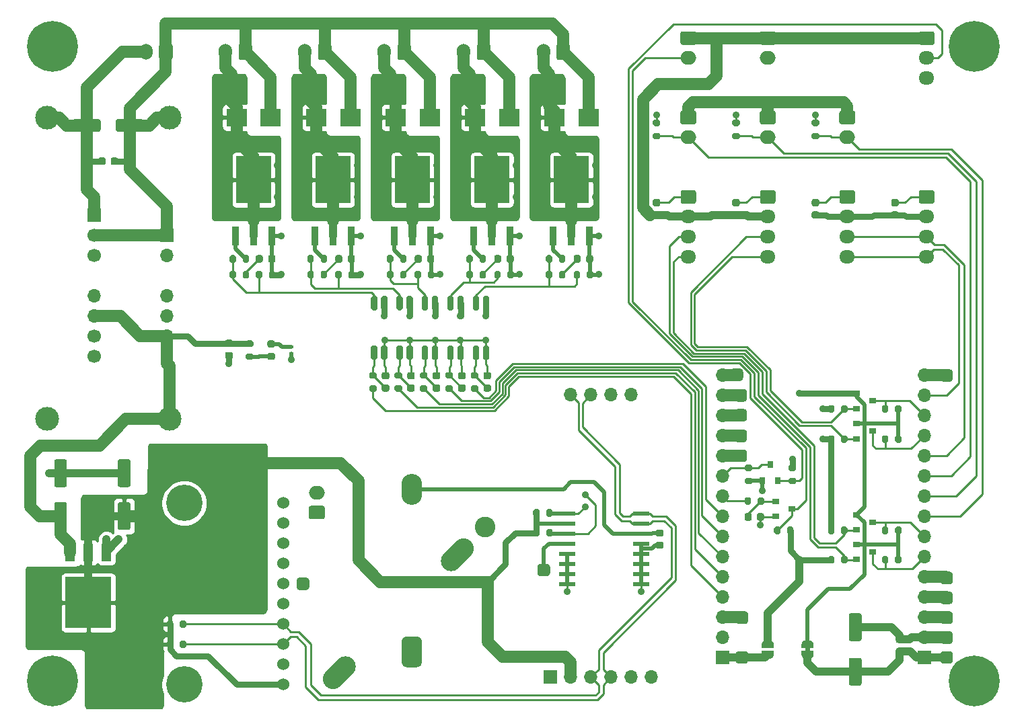
<source format=gbr>
G04 #@! TF.GenerationSoftware,KiCad,Pcbnew,5.1.9-73d0e3b20d~88~ubuntu20.04.1*
G04 #@! TF.CreationDate,2021-10-11T01:44:18+05:30*
G04 #@! TF.ProjectId,vayuO2,76617975-4f32-42e6-9b69-6361645f7063,rev 1*
G04 #@! TF.SameCoordinates,Original*
G04 #@! TF.FileFunction,Copper,L1,Top*
G04 #@! TF.FilePolarity,Positive*
%FSLAX46Y46*%
G04 Gerber Fmt 4.6, Leading zero omitted, Abs format (unit mm)*
G04 Created by KiCad (PCBNEW 5.1.9-73d0e3b20d~88~ubuntu20.04.1) date 2021-10-11 01:44:18*
%MOMM*%
%LPD*%
G01*
G04 APERTURE LIST*
G04 #@! TA.AperFunction,EtchedComponent*
%ADD10C,0.127000*%
G04 #@! TD*
G04 #@! TA.AperFunction,SMDPad,CuDef*
%ADD11C,0.127000*%
G04 #@! TD*
G04 #@! TA.AperFunction,ComponentPad*
%ADD12O,1.700000X1.700000*%
G04 #@! TD*
G04 #@! TA.AperFunction,ComponentPad*
%ADD13C,1.700000*%
G04 #@! TD*
G04 #@! TA.AperFunction,ComponentPad*
%ADD14R,1.700000X1.700000*%
G04 #@! TD*
G04 #@! TA.AperFunction,ComponentPad*
%ADD15C,3.000000*%
G04 #@! TD*
G04 #@! TA.AperFunction,ComponentPad*
%ADD16O,2.600000X3.900000*%
G04 #@! TD*
G04 #@! TA.AperFunction,ComponentPad*
%ADD17O,2.000000X1.700000*%
G04 #@! TD*
G04 #@! TA.AperFunction,ComponentPad*
%ADD18O,1.700000X2.000000*%
G04 #@! TD*
G04 #@! TA.AperFunction,SMDPad,CuDef*
%ADD19R,0.939800X2.489200*%
G04 #@! TD*
G04 #@! TA.AperFunction,SMDPad,CuDef*
%ADD20R,4.368800X5.918200*%
G04 #@! TD*
G04 #@! TA.AperFunction,SMDPad,CuDef*
%ADD21R,0.900000X0.800000*%
G04 #@! TD*
G04 #@! TA.AperFunction,ComponentPad*
%ADD22O,1.950000X1.700000*%
G04 #@! TD*
G04 #@! TA.AperFunction,SMDPad,CuDef*
%ADD23R,1.200000X2.200000*%
G04 #@! TD*
G04 #@! TA.AperFunction,SMDPad,CuDef*
%ADD24R,5.800000X6.400000*%
G04 #@! TD*
G04 #@! TA.AperFunction,SMDPad,CuDef*
%ADD25R,0.600000X0.400000*%
G04 #@! TD*
G04 #@! TA.AperFunction,ComponentPad*
%ADD26C,6.400000*%
G04 #@! TD*
G04 #@! TA.AperFunction,ComponentPad*
%ADD27C,0.800000*%
G04 #@! TD*
G04 #@! TA.AperFunction,ComponentPad*
%ADD28C,2.600000*%
G04 #@! TD*
G04 #@! TA.AperFunction,SMDPad,CuDef*
%ADD29R,1.998980X0.599440*%
G04 #@! TD*
G04 #@! TA.AperFunction,SMDPad,CuDef*
%ADD30R,0.800000X0.900000*%
G04 #@! TD*
G04 #@! TA.AperFunction,SMDPad,CuDef*
%ADD31R,2.500000X2.300000*%
G04 #@! TD*
G04 #@! TA.AperFunction,ComponentPad*
%ADD32C,1.524000*%
G04 #@! TD*
G04 #@! TA.AperFunction,ComponentPad*
%ADD33C,4.572000*%
G04 #@! TD*
G04 #@! TA.AperFunction,ViaPad*
%ADD34C,0.900000*%
G04 #@! TD*
G04 #@! TA.AperFunction,Conductor*
%ADD35C,1.000000*%
G04 #@! TD*
G04 #@! TA.AperFunction,Conductor*
%ADD36C,0.500000*%
G04 #@! TD*
G04 #@! TA.AperFunction,Conductor*
%ADD37C,0.250000*%
G04 #@! TD*
G04 #@! TA.AperFunction,Conductor*
%ADD38C,0.750000*%
G04 #@! TD*
G04 #@! TA.AperFunction,Conductor*
%ADD39C,1.500000*%
G04 #@! TD*
G04 #@! TA.AperFunction,Conductor*
%ADD40C,0.127000*%
G04 #@! TD*
G04 APERTURE END LIST*
D10*
G36*
X149300000Y-130250000D02*
G01*
X149300000Y-129750000D01*
X148700000Y-129750000D01*
X148700000Y-130250000D01*
X149300000Y-130250000D01*
G37*
G04 #@! TA.AperFunction,SMDPad,CuDef*
D11*
G36*
X143250602Y-129350000D02*
G01*
X143250602Y-129325466D01*
X143255412Y-129276635D01*
X143264984Y-129228510D01*
X143279228Y-129181555D01*
X143298005Y-129136222D01*
X143321136Y-129092949D01*
X143348396Y-129052150D01*
X143379524Y-129014221D01*
X143414221Y-128979524D01*
X143452150Y-128948396D01*
X143492949Y-128921136D01*
X143536222Y-128898005D01*
X143581555Y-128879228D01*
X143628510Y-128864984D01*
X143676635Y-128855412D01*
X143725466Y-128850602D01*
X143750000Y-128850602D01*
X143750000Y-128850000D01*
X144250000Y-128850000D01*
X144250000Y-128850602D01*
X144274534Y-128850602D01*
X144323365Y-128855412D01*
X144371490Y-128864984D01*
X144418445Y-128879228D01*
X144463778Y-128898005D01*
X144507051Y-128921136D01*
X144547850Y-128948396D01*
X144585779Y-128979524D01*
X144620476Y-129014221D01*
X144651604Y-129052150D01*
X144678864Y-129092949D01*
X144701995Y-129136222D01*
X144720772Y-129181555D01*
X144735016Y-129228510D01*
X144744588Y-129276635D01*
X144749398Y-129325466D01*
X144749398Y-129350000D01*
X144750000Y-129350000D01*
X144750000Y-129850000D01*
X143250000Y-129850000D01*
X143250000Y-129350000D01*
X143250602Y-129350000D01*
G37*
G04 #@! TD.AperFunction*
G04 #@! TA.AperFunction,SMDPad,CuDef*
G36*
X144750000Y-130150000D02*
G01*
X144750000Y-130650000D01*
X144749398Y-130650000D01*
X144749398Y-130674534D01*
X144744588Y-130723365D01*
X144735016Y-130771490D01*
X144720772Y-130818445D01*
X144701995Y-130863778D01*
X144678864Y-130907051D01*
X144651604Y-130947850D01*
X144620476Y-130985779D01*
X144585779Y-131020476D01*
X144547850Y-131051604D01*
X144507051Y-131078864D01*
X144463778Y-131101995D01*
X144418445Y-131120772D01*
X144371490Y-131135016D01*
X144323365Y-131144588D01*
X144274534Y-131149398D01*
X144250000Y-131149398D01*
X144250000Y-131150000D01*
X143750000Y-131150000D01*
X143750000Y-131149398D01*
X143725466Y-131149398D01*
X143676635Y-131144588D01*
X143628510Y-131135016D01*
X143581555Y-131120772D01*
X143536222Y-131101995D01*
X143492949Y-131078864D01*
X143452150Y-131051604D01*
X143414221Y-131020476D01*
X143379524Y-130985779D01*
X143348396Y-130947850D01*
X143321136Y-130907051D01*
X143298005Y-130863778D01*
X143279228Y-130818445D01*
X143264984Y-130771490D01*
X143255412Y-130723365D01*
X143250602Y-130674534D01*
X143250602Y-130650000D01*
X143250000Y-130650000D01*
X143250000Y-130150000D01*
X144750000Y-130150000D01*
G37*
G04 #@! TD.AperFunction*
G04 #@! TA.AperFunction,SMDPad,CuDef*
G36*
X148250000Y-129850000D02*
G01*
X148250000Y-129350000D01*
X148250602Y-129350000D01*
X148250602Y-129325466D01*
X148255412Y-129276635D01*
X148264984Y-129228510D01*
X148279228Y-129181555D01*
X148298005Y-129136222D01*
X148321136Y-129092949D01*
X148348396Y-129052150D01*
X148379524Y-129014221D01*
X148414221Y-128979524D01*
X148452150Y-128948396D01*
X148492949Y-128921136D01*
X148536222Y-128898005D01*
X148581555Y-128879228D01*
X148628510Y-128864984D01*
X148676635Y-128855412D01*
X148725466Y-128850602D01*
X148750000Y-128850602D01*
X148750000Y-128850000D01*
X149250000Y-128850000D01*
X149250000Y-128850602D01*
X149274534Y-128850602D01*
X149323365Y-128855412D01*
X149371490Y-128864984D01*
X149418445Y-128879228D01*
X149463778Y-128898005D01*
X149507051Y-128921136D01*
X149547850Y-128948396D01*
X149585779Y-128979524D01*
X149620476Y-129014221D01*
X149651604Y-129052150D01*
X149678864Y-129092949D01*
X149701995Y-129136222D01*
X149720772Y-129181555D01*
X149735016Y-129228510D01*
X149744588Y-129276635D01*
X149749398Y-129325466D01*
X149749398Y-129350000D01*
X149750000Y-129350000D01*
X149750000Y-129850000D01*
X148250000Y-129850000D01*
G37*
G04 #@! TD.AperFunction*
G04 #@! TA.AperFunction,SMDPad,CuDef*
G36*
X149749398Y-130650000D02*
G01*
X149749398Y-130674534D01*
X149744588Y-130723365D01*
X149735016Y-130771490D01*
X149720772Y-130818445D01*
X149701995Y-130863778D01*
X149678864Y-130907051D01*
X149651604Y-130947850D01*
X149620476Y-130985779D01*
X149585779Y-131020476D01*
X149547850Y-131051604D01*
X149507051Y-131078864D01*
X149463778Y-131101995D01*
X149418445Y-131120772D01*
X149371490Y-131135016D01*
X149323365Y-131144588D01*
X149274534Y-131149398D01*
X149250000Y-131149398D01*
X149250000Y-131150000D01*
X148750000Y-131150000D01*
X148750000Y-131149398D01*
X148725466Y-131149398D01*
X148676635Y-131144588D01*
X148628510Y-131135016D01*
X148581555Y-131120772D01*
X148536222Y-131101995D01*
X148492949Y-131078864D01*
X148452150Y-131051604D01*
X148414221Y-131020476D01*
X148379524Y-130985779D01*
X148348396Y-130947850D01*
X148321136Y-130907051D01*
X148298005Y-130863778D01*
X148279228Y-130818445D01*
X148264984Y-130771490D01*
X148255412Y-130723365D01*
X148250602Y-130674534D01*
X148250602Y-130650000D01*
X148250000Y-130650000D01*
X148250000Y-130150000D01*
X149750000Y-130150000D01*
X149750000Y-130650000D01*
X149749398Y-130650000D01*
G37*
G04 #@! TD.AperFunction*
G04 #@! TA.AperFunction,ComponentPad*
G36*
G01*
X139300000Y-95800000D02*
X139300000Y-95000000D01*
G75*
G02*
X139700000Y-94600000I400000J0D01*
G01*
X140500000Y-94600000D01*
G75*
G02*
X140900000Y-95000000I0J-400000D01*
G01*
X140900000Y-95800000D01*
G75*
G02*
X140500000Y-96200000I-400000J0D01*
G01*
X139700000Y-96200000D01*
G75*
G02*
X139300000Y-95800000I0J400000D01*
G01*
G37*
G04 #@! TD.AperFunction*
G04 #@! TA.AperFunction,ComponentPad*
G36*
G01*
X165700000Y-95900000D02*
X165700000Y-95100000D01*
G75*
G02*
X166100000Y-94700000I400000J0D01*
G01*
X166900000Y-94700000D01*
G75*
G02*
X167300000Y-95100000I0J-400000D01*
G01*
X167300000Y-95900000D01*
G75*
G02*
X166900000Y-96300000I-400000J0D01*
G01*
X166100000Y-96300000D01*
G75*
G02*
X165700000Y-95900000I0J400000D01*
G01*
G37*
G04 #@! TD.AperFunction*
G04 #@! TA.AperFunction,ComponentPad*
G36*
G01*
X139800000Y-98400000D02*
X139800000Y-97600000D01*
G75*
G02*
X140200000Y-97200000I400000J0D01*
G01*
X141000000Y-97200000D01*
G75*
G02*
X141400000Y-97600000I0J-400000D01*
G01*
X141400000Y-98400000D01*
G75*
G02*
X141000000Y-98800000I-400000J0D01*
G01*
X140200000Y-98800000D01*
G75*
G02*
X139800000Y-98400000I0J400000D01*
G01*
G37*
G04 #@! TD.AperFunction*
G04 #@! TA.AperFunction,ComponentPad*
G36*
G01*
X139800000Y-100900000D02*
X139800000Y-100100000D01*
G75*
G02*
X140200000Y-99700000I400000J0D01*
G01*
X141000000Y-99700000D01*
G75*
G02*
X141400000Y-100100000I0J-400000D01*
G01*
X141400000Y-100900000D01*
G75*
G02*
X141000000Y-101300000I-400000J0D01*
G01*
X140200000Y-101300000D01*
G75*
G02*
X139800000Y-100900000I0J400000D01*
G01*
G37*
G04 #@! TD.AperFunction*
G04 #@! TA.AperFunction,ComponentPad*
G36*
G01*
X139800000Y-103500000D02*
X139800000Y-102700000D01*
G75*
G02*
X140200000Y-102300000I400000J0D01*
G01*
X141000000Y-102300000D01*
G75*
G02*
X141400000Y-102700000I0J-400000D01*
G01*
X141400000Y-103500000D01*
G75*
G02*
X141000000Y-103900000I-400000J0D01*
G01*
X140200000Y-103900000D01*
G75*
G02*
X139800000Y-103500000I0J400000D01*
G01*
G37*
G04 #@! TD.AperFunction*
G04 #@! TA.AperFunction,ComponentPad*
G36*
G01*
X139800000Y-106000000D02*
X139800000Y-105200000D01*
G75*
G02*
X140200000Y-104800000I400000J0D01*
G01*
X141000000Y-104800000D01*
G75*
G02*
X141400000Y-105200000I0J-400000D01*
G01*
X141400000Y-106000000D01*
G75*
G02*
X141000000Y-106400000I-400000J0D01*
G01*
X140200000Y-106400000D01*
G75*
G02*
X139800000Y-106000000I0J400000D01*
G01*
G37*
G04 #@! TD.AperFunction*
G04 #@! TA.AperFunction,ComponentPad*
G36*
G01*
X165700000Y-121400000D02*
X165700000Y-120600000D01*
G75*
G02*
X166100000Y-120200000I400000J0D01*
G01*
X166900000Y-120200000D01*
G75*
G02*
X167300000Y-120600000I0J-400000D01*
G01*
X167300000Y-121400000D01*
G75*
G02*
X166900000Y-121800000I-400000J0D01*
G01*
X166100000Y-121800000D01*
G75*
G02*
X165700000Y-121400000I0J400000D01*
G01*
G37*
G04 #@! TD.AperFunction*
G04 #@! TA.AperFunction,ComponentPad*
G36*
G01*
X165700000Y-123900000D02*
X165700000Y-123100000D01*
G75*
G02*
X166100000Y-122700000I400000J0D01*
G01*
X166900000Y-122700000D01*
G75*
G02*
X167300000Y-123100000I0J-400000D01*
G01*
X167300000Y-123900000D01*
G75*
G02*
X166900000Y-124300000I-400000J0D01*
G01*
X166100000Y-124300000D01*
G75*
G02*
X165700000Y-123900000I0J400000D01*
G01*
G37*
G04 #@! TD.AperFunction*
G04 #@! TA.AperFunction,ComponentPad*
G36*
G01*
X85900000Y-122530000D02*
X85100000Y-122530000D01*
G75*
G02*
X84700000Y-122130000I0J400000D01*
G01*
X84700000Y-121330000D01*
G75*
G02*
X85100000Y-120930000I400000J0D01*
G01*
X85900000Y-120930000D01*
G75*
G02*
X86300000Y-121330000I0J-400000D01*
G01*
X86300000Y-122130000D01*
G75*
G02*
X85900000Y-122530000I-400000J0D01*
G01*
G37*
G04 #@! TD.AperFunction*
G04 #@! TA.AperFunction,ComponentPad*
G36*
G01*
X139950000Y-126400000D02*
X139950000Y-125600000D01*
G75*
G02*
X140350000Y-125200000I400000J0D01*
G01*
X141150000Y-125200000D01*
G75*
G02*
X141550000Y-125600000I0J-400000D01*
G01*
X141550000Y-126400000D01*
G75*
G02*
X141150000Y-126800000I-400000J0D01*
G01*
X140350000Y-126800000D01*
G75*
G02*
X139950000Y-126400000I0J400000D01*
G01*
G37*
G04 #@! TD.AperFunction*
G04 #@! TA.AperFunction,ComponentPad*
G36*
G01*
X165700000Y-126400000D02*
X165700000Y-125600000D01*
G75*
G02*
X166100000Y-125200000I400000J0D01*
G01*
X166900000Y-125200000D01*
G75*
G02*
X167300000Y-125600000I0J-400000D01*
G01*
X167300000Y-126400000D01*
G75*
G02*
X166900000Y-126800000I-400000J0D01*
G01*
X166100000Y-126800000D01*
G75*
G02*
X165700000Y-126400000I0J400000D01*
G01*
G37*
G04 #@! TD.AperFunction*
G04 #@! TA.AperFunction,ComponentPad*
G36*
G01*
X165700000Y-128900000D02*
X165700000Y-128100000D01*
G75*
G02*
X166100000Y-127700000I400000J0D01*
G01*
X166900000Y-127700000D01*
G75*
G02*
X167300000Y-128100000I0J-400000D01*
G01*
X167300000Y-128900000D01*
G75*
G02*
X166900000Y-129300000I-400000J0D01*
G01*
X166100000Y-129300000D01*
G75*
G02*
X165700000Y-128900000I0J400000D01*
G01*
G37*
G04 #@! TD.AperFunction*
G04 #@! TA.AperFunction,ComponentPad*
G36*
G01*
X139950000Y-131400000D02*
X139950000Y-130600000D01*
G75*
G02*
X140350000Y-130200000I400000J0D01*
G01*
X141150000Y-130200000D01*
G75*
G02*
X141550000Y-130600000I0J-400000D01*
G01*
X141550000Y-131400000D01*
G75*
G02*
X141150000Y-131800000I-400000J0D01*
G01*
X140350000Y-131800000D01*
G75*
G02*
X139950000Y-131400000I0J400000D01*
G01*
G37*
G04 #@! TD.AperFunction*
G04 #@! TA.AperFunction,ComponentPad*
G36*
G01*
X165700000Y-131400000D02*
X165700000Y-130600000D01*
G75*
G02*
X166100000Y-130200000I400000J0D01*
G01*
X166900000Y-130200000D01*
G75*
G02*
X167300000Y-130600000I0J-400000D01*
G01*
X167300000Y-131400000D01*
G75*
G02*
X166900000Y-131800000I-400000J0D01*
G01*
X166100000Y-131800000D01*
G75*
G02*
X165700000Y-131400000I0J400000D01*
G01*
G37*
G04 #@! TD.AperFunction*
D12*
X59200000Y-88000000D03*
X59200000Y-85460000D03*
D13*
X59200000Y-77840000D03*
D14*
X59200000Y-75300000D03*
D13*
X59200000Y-80380000D03*
X59200000Y-90540000D03*
X59200000Y-93080000D03*
D15*
X53300000Y-100950000D03*
X68700000Y-100950000D03*
X53300000Y-63050000D03*
X68700000Y-63050000D03*
D14*
X68400000Y-77800000D03*
D12*
X68400000Y-80340000D03*
X68400000Y-85420000D03*
X68400000Y-87960000D03*
X68400000Y-90500000D03*
G04 #@! TA.AperFunction,ComponentPad*
G36*
G01*
X100500000Y-129000000D02*
X100500000Y-131600000D01*
G75*
G02*
X99850000Y-132250000I-650000J0D01*
G01*
X98550000Y-132250000D01*
G75*
G02*
X97900000Y-131600000I0J650000D01*
G01*
X97900000Y-129000000D01*
G75*
G02*
X98550000Y-128350000I650000J0D01*
G01*
X99850000Y-128350000D01*
G75*
G02*
X100500000Y-129000000I0J-650000D01*
G01*
G37*
G04 #@! TD.AperFunction*
D16*
X99200000Y-109800000D03*
G04 #@! TA.AperFunction,SMDPad,CuDef*
G36*
G01*
X150275000Y-64075000D02*
X149725000Y-64075000D01*
G75*
G02*
X149525000Y-63875000I0J200000D01*
G01*
X149525000Y-63475000D01*
G75*
G02*
X149725000Y-63275000I200000J0D01*
G01*
X150275000Y-63275000D01*
G75*
G02*
X150475000Y-63475000I0J-200000D01*
G01*
X150475000Y-63875000D01*
G75*
G02*
X150275000Y-64075000I-200000J0D01*
G01*
G37*
G04 #@! TD.AperFunction*
G04 #@! TA.AperFunction,SMDPad,CuDef*
G36*
G01*
X150275000Y-65725000D02*
X149725000Y-65725000D01*
G75*
G02*
X149525000Y-65525000I0J200000D01*
G01*
X149525000Y-65125000D01*
G75*
G02*
X149725000Y-64925000I200000J0D01*
G01*
X150275000Y-64925000D01*
G75*
G02*
X150475000Y-65125000I0J-200000D01*
G01*
X150475000Y-65525000D01*
G75*
G02*
X150275000Y-65725000I-200000J0D01*
G01*
G37*
G04 #@! TD.AperFunction*
G04 #@! TA.AperFunction,SMDPad,CuDef*
G36*
G01*
X155550000Y-128950000D02*
X154450000Y-128950000D01*
G75*
G02*
X154200000Y-128700000I0J250000D01*
G01*
X154200000Y-125700000D01*
G75*
G02*
X154450000Y-125450000I250000J0D01*
G01*
X155550000Y-125450000D01*
G75*
G02*
X155800000Y-125700000I0J-250000D01*
G01*
X155800000Y-128700000D01*
G75*
G02*
X155550000Y-128950000I-250000J0D01*
G01*
G37*
G04 #@! TD.AperFunction*
G04 #@! TA.AperFunction,SMDPad,CuDef*
G36*
G01*
X155550000Y-134550000D02*
X154450000Y-134550000D01*
G75*
G02*
X154200000Y-134300000I0J250000D01*
G01*
X154200000Y-131300000D01*
G75*
G02*
X154450000Y-131050000I250000J0D01*
G01*
X155550000Y-131050000D01*
G75*
G02*
X155800000Y-131300000I0J-250000D01*
G01*
X155800000Y-134300000D01*
G75*
G02*
X155550000Y-134550000I-250000J0D01*
G01*
G37*
G04 #@! TD.AperFunction*
D17*
X134000000Y-55500000D03*
G04 #@! TA.AperFunction,ComponentPad*
G36*
G01*
X133250000Y-52150000D02*
X134750000Y-52150000D01*
G75*
G02*
X135000000Y-52400000I0J-250000D01*
G01*
X135000000Y-53600000D01*
G75*
G02*
X134750000Y-53850000I-250000J0D01*
G01*
X133250000Y-53850000D01*
G75*
G02*
X133000000Y-53600000I0J250000D01*
G01*
X133000000Y-52400000D01*
G75*
G02*
X133250000Y-52150000I250000J0D01*
G01*
G37*
G04 #@! TD.AperFunction*
D18*
X115750000Y-54750000D03*
G04 #@! TA.AperFunction,ComponentPad*
G36*
G01*
X119100000Y-54000000D02*
X119100000Y-55500000D01*
G75*
G02*
X118850000Y-55750000I-250000J0D01*
G01*
X117650000Y-55750000D01*
G75*
G02*
X117400000Y-55500000I0J250000D01*
G01*
X117400000Y-54000000D01*
G75*
G02*
X117650000Y-53750000I250000J0D01*
G01*
X118850000Y-53750000D01*
G75*
G02*
X119100000Y-54000000I0J-250000D01*
G01*
G37*
G04 #@! TD.AperFunction*
X105750000Y-54750000D03*
G04 #@! TA.AperFunction,ComponentPad*
G36*
G01*
X109100000Y-54000000D02*
X109100000Y-55500000D01*
G75*
G02*
X108850000Y-55750000I-250000J0D01*
G01*
X107650000Y-55750000D01*
G75*
G02*
X107400000Y-55500000I0J250000D01*
G01*
X107400000Y-54000000D01*
G75*
G02*
X107650000Y-53750000I250000J0D01*
G01*
X108850000Y-53750000D01*
G75*
G02*
X109100000Y-54000000I0J-250000D01*
G01*
G37*
G04 #@! TD.AperFunction*
X95750000Y-54750000D03*
G04 #@! TA.AperFunction,ComponentPad*
G36*
G01*
X99100000Y-54000000D02*
X99100000Y-55500000D01*
G75*
G02*
X98850000Y-55750000I-250000J0D01*
G01*
X97650000Y-55750000D01*
G75*
G02*
X97400000Y-55500000I0J250000D01*
G01*
X97400000Y-54000000D01*
G75*
G02*
X97650000Y-53750000I250000J0D01*
G01*
X98850000Y-53750000D01*
G75*
G02*
X99100000Y-54000000I0J-250000D01*
G01*
G37*
G04 #@! TD.AperFunction*
X85750000Y-54750000D03*
G04 #@! TA.AperFunction,ComponentPad*
G36*
G01*
X89100000Y-54000000D02*
X89100000Y-55500000D01*
G75*
G02*
X88850000Y-55750000I-250000J0D01*
G01*
X87650000Y-55750000D01*
G75*
G02*
X87400000Y-55500000I0J250000D01*
G01*
X87400000Y-54000000D01*
G75*
G02*
X87650000Y-53750000I250000J0D01*
G01*
X88850000Y-53750000D01*
G75*
G02*
X89100000Y-54000000I0J-250000D01*
G01*
G37*
G04 #@! TD.AperFunction*
X75750000Y-54750000D03*
G04 #@! TA.AperFunction,ComponentPad*
G36*
G01*
X79100000Y-54000000D02*
X79100000Y-55500000D01*
G75*
G02*
X78850000Y-55750000I-250000J0D01*
G01*
X77650000Y-55750000D01*
G75*
G02*
X77400000Y-55500000I0J250000D01*
G01*
X77400000Y-54000000D01*
G75*
G02*
X77650000Y-53750000I250000J0D01*
G01*
X78850000Y-53750000D01*
G75*
G02*
X79100000Y-54000000I0J-250000D01*
G01*
G37*
G04 #@! TD.AperFunction*
X65750000Y-54750000D03*
G04 #@! TA.AperFunction,ComponentPad*
G36*
G01*
X69100000Y-54000000D02*
X69100000Y-55500000D01*
G75*
G02*
X68850000Y-55750000I-250000J0D01*
G01*
X67650000Y-55750000D01*
G75*
G02*
X67400000Y-55500000I0J250000D01*
G01*
X67400000Y-54000000D01*
G75*
G02*
X67650000Y-53750000I250000J0D01*
G01*
X68850000Y-53750000D01*
G75*
G02*
X69100000Y-54000000I0J-250000D01*
G01*
G37*
G04 #@! TD.AperFunction*
D14*
X116650000Y-133500000D03*
D12*
X119190000Y-133500000D03*
X121730000Y-133500000D03*
X124270000Y-133500000D03*
X126810000Y-133500000D03*
X129350000Y-133500000D03*
X126810000Y-97940000D03*
X124270000Y-97940000D03*
X119190000Y-97940000D03*
X121730000Y-97940000D03*
D14*
X163700000Y-131000000D03*
D12*
X163700000Y-128460000D03*
X163700000Y-125920000D03*
X163700000Y-123380000D03*
X163700000Y-120840000D03*
X163700000Y-118300000D03*
X163700000Y-115760000D03*
X163700000Y-113220000D03*
X163700000Y-110680000D03*
X163700000Y-108140000D03*
X163700000Y-105600000D03*
X163700000Y-103060000D03*
X163700000Y-100520000D03*
X163700000Y-97980000D03*
X163700000Y-95440000D03*
X138300000Y-95440000D03*
X138300000Y-115760000D03*
X138300000Y-110680000D03*
X138300000Y-105600000D03*
X138300000Y-113220000D03*
X138300000Y-108140000D03*
X138300000Y-100520000D03*
X138300000Y-97980000D03*
X138300000Y-103060000D03*
X138300000Y-125920000D03*
X138300000Y-118300000D03*
X138300000Y-120840000D03*
X138300000Y-123380000D03*
X138300000Y-128460000D03*
D14*
X138300000Y-131000000D03*
G04 #@! TA.AperFunction,SMDPad,CuDef*
G36*
G01*
X104265000Y-93525000D02*
X103865000Y-93525000D01*
G75*
G02*
X103665000Y-93325000I0J200000D01*
G01*
X103665000Y-91925000D01*
G75*
G02*
X103865000Y-91725000I200000J0D01*
G01*
X104265000Y-91725000D01*
G75*
G02*
X104465000Y-91925000I0J-200000D01*
G01*
X104465000Y-93325000D01*
G75*
G02*
X104265000Y-93525000I-200000J0D01*
G01*
G37*
G04 #@! TD.AperFunction*
G04 #@! TA.AperFunction,SMDPad,CuDef*
G36*
G01*
X105535000Y-93525000D02*
X105135000Y-93525000D01*
G75*
G02*
X104935000Y-93325000I0J200000D01*
G01*
X104935000Y-91925000D01*
G75*
G02*
X105135000Y-91725000I200000J0D01*
G01*
X105535000Y-91725000D01*
G75*
G02*
X105735000Y-91925000I0J-200000D01*
G01*
X105735000Y-93325000D01*
G75*
G02*
X105535000Y-93525000I-200000J0D01*
G01*
G37*
G04 #@! TD.AperFunction*
G04 #@! TA.AperFunction,SMDPad,CuDef*
G36*
G01*
X105535000Y-87275000D02*
X105135000Y-87275000D01*
G75*
G02*
X104935000Y-87075000I0J200000D01*
G01*
X104935000Y-85675000D01*
G75*
G02*
X105135000Y-85475000I200000J0D01*
G01*
X105535000Y-85475000D01*
G75*
G02*
X105735000Y-85675000I0J-200000D01*
G01*
X105735000Y-87075000D01*
G75*
G02*
X105535000Y-87275000I-200000J0D01*
G01*
G37*
G04 #@! TD.AperFunction*
G04 #@! TA.AperFunction,SMDPad,CuDef*
G36*
G01*
X104265000Y-87275000D02*
X103865000Y-87275000D01*
G75*
G02*
X103665000Y-87075000I0J200000D01*
G01*
X103665000Y-85675000D01*
G75*
G02*
X103865000Y-85475000I200000J0D01*
G01*
X104265000Y-85475000D01*
G75*
G02*
X104465000Y-85675000I0J-200000D01*
G01*
X104465000Y-87075000D01*
G75*
G02*
X104265000Y-87275000I-200000J0D01*
G01*
G37*
G04 #@! TD.AperFunction*
G04 #@! TA.AperFunction,SMDPad,CuDef*
G36*
G01*
X101065000Y-93525000D02*
X100665000Y-93525000D01*
G75*
G02*
X100465000Y-93325000I0J200000D01*
G01*
X100465000Y-91925000D01*
G75*
G02*
X100665000Y-91725000I200000J0D01*
G01*
X101065000Y-91725000D01*
G75*
G02*
X101265000Y-91925000I0J-200000D01*
G01*
X101265000Y-93325000D01*
G75*
G02*
X101065000Y-93525000I-200000J0D01*
G01*
G37*
G04 #@! TD.AperFunction*
G04 #@! TA.AperFunction,SMDPad,CuDef*
G36*
G01*
X102335000Y-93525000D02*
X101935000Y-93525000D01*
G75*
G02*
X101735000Y-93325000I0J200000D01*
G01*
X101735000Y-91925000D01*
G75*
G02*
X101935000Y-91725000I200000J0D01*
G01*
X102335000Y-91725000D01*
G75*
G02*
X102535000Y-91925000I0J-200000D01*
G01*
X102535000Y-93325000D01*
G75*
G02*
X102335000Y-93525000I-200000J0D01*
G01*
G37*
G04 #@! TD.AperFunction*
G04 #@! TA.AperFunction,SMDPad,CuDef*
G36*
G01*
X102335000Y-87275000D02*
X101935000Y-87275000D01*
G75*
G02*
X101735000Y-87075000I0J200000D01*
G01*
X101735000Y-85675000D01*
G75*
G02*
X101935000Y-85475000I200000J0D01*
G01*
X102335000Y-85475000D01*
G75*
G02*
X102535000Y-85675000I0J-200000D01*
G01*
X102535000Y-87075000D01*
G75*
G02*
X102335000Y-87275000I-200000J0D01*
G01*
G37*
G04 #@! TD.AperFunction*
G04 #@! TA.AperFunction,SMDPad,CuDef*
G36*
G01*
X101065000Y-87275000D02*
X100665000Y-87275000D01*
G75*
G02*
X100465000Y-87075000I0J200000D01*
G01*
X100465000Y-85675000D01*
G75*
G02*
X100665000Y-85475000I200000J0D01*
G01*
X101065000Y-85475000D01*
G75*
G02*
X101265000Y-85675000I0J-200000D01*
G01*
X101265000Y-87075000D01*
G75*
G02*
X101065000Y-87275000I-200000J0D01*
G01*
G37*
G04 #@! TD.AperFunction*
G04 #@! TA.AperFunction,SMDPad,CuDef*
G36*
G01*
X97865000Y-93525000D02*
X97465000Y-93525000D01*
G75*
G02*
X97265000Y-93325000I0J200000D01*
G01*
X97265000Y-91925000D01*
G75*
G02*
X97465000Y-91725000I200000J0D01*
G01*
X97865000Y-91725000D01*
G75*
G02*
X98065000Y-91925000I0J-200000D01*
G01*
X98065000Y-93325000D01*
G75*
G02*
X97865000Y-93525000I-200000J0D01*
G01*
G37*
G04 #@! TD.AperFunction*
G04 #@! TA.AperFunction,SMDPad,CuDef*
G36*
G01*
X99135000Y-93525000D02*
X98735000Y-93525000D01*
G75*
G02*
X98535000Y-93325000I0J200000D01*
G01*
X98535000Y-91925000D01*
G75*
G02*
X98735000Y-91725000I200000J0D01*
G01*
X99135000Y-91725000D01*
G75*
G02*
X99335000Y-91925000I0J-200000D01*
G01*
X99335000Y-93325000D01*
G75*
G02*
X99135000Y-93525000I-200000J0D01*
G01*
G37*
G04 #@! TD.AperFunction*
G04 #@! TA.AperFunction,SMDPad,CuDef*
G36*
G01*
X99135000Y-87275000D02*
X98735000Y-87275000D01*
G75*
G02*
X98535000Y-87075000I0J200000D01*
G01*
X98535000Y-85675000D01*
G75*
G02*
X98735000Y-85475000I200000J0D01*
G01*
X99135000Y-85475000D01*
G75*
G02*
X99335000Y-85675000I0J-200000D01*
G01*
X99335000Y-87075000D01*
G75*
G02*
X99135000Y-87275000I-200000J0D01*
G01*
G37*
G04 #@! TD.AperFunction*
G04 #@! TA.AperFunction,SMDPad,CuDef*
G36*
G01*
X97865000Y-87275000D02*
X97465000Y-87275000D01*
G75*
G02*
X97265000Y-87075000I0J200000D01*
G01*
X97265000Y-85675000D01*
G75*
G02*
X97465000Y-85475000I200000J0D01*
G01*
X97865000Y-85475000D01*
G75*
G02*
X98065000Y-85675000I0J-200000D01*
G01*
X98065000Y-87075000D01*
G75*
G02*
X97865000Y-87275000I-200000J0D01*
G01*
G37*
G04 #@! TD.AperFunction*
G04 #@! TA.AperFunction,SMDPad,CuDef*
G36*
G01*
X94665000Y-93525000D02*
X94265000Y-93525000D01*
G75*
G02*
X94065000Y-93325000I0J200000D01*
G01*
X94065000Y-91925000D01*
G75*
G02*
X94265000Y-91725000I200000J0D01*
G01*
X94665000Y-91725000D01*
G75*
G02*
X94865000Y-91925000I0J-200000D01*
G01*
X94865000Y-93325000D01*
G75*
G02*
X94665000Y-93525000I-200000J0D01*
G01*
G37*
G04 #@! TD.AperFunction*
G04 #@! TA.AperFunction,SMDPad,CuDef*
G36*
G01*
X95935000Y-93525000D02*
X95535000Y-93525000D01*
G75*
G02*
X95335000Y-93325000I0J200000D01*
G01*
X95335000Y-91925000D01*
G75*
G02*
X95535000Y-91725000I200000J0D01*
G01*
X95935000Y-91725000D01*
G75*
G02*
X96135000Y-91925000I0J-200000D01*
G01*
X96135000Y-93325000D01*
G75*
G02*
X95935000Y-93525000I-200000J0D01*
G01*
G37*
G04 #@! TD.AperFunction*
G04 #@! TA.AperFunction,SMDPad,CuDef*
G36*
G01*
X95935000Y-87275000D02*
X95535000Y-87275000D01*
G75*
G02*
X95335000Y-87075000I0J200000D01*
G01*
X95335000Y-85675000D01*
G75*
G02*
X95535000Y-85475000I200000J0D01*
G01*
X95935000Y-85475000D01*
G75*
G02*
X96135000Y-85675000I0J-200000D01*
G01*
X96135000Y-87075000D01*
G75*
G02*
X95935000Y-87275000I-200000J0D01*
G01*
G37*
G04 #@! TD.AperFunction*
G04 #@! TA.AperFunction,SMDPad,CuDef*
G36*
G01*
X94665000Y-87275000D02*
X94265000Y-87275000D01*
G75*
G02*
X94065000Y-87075000I0J200000D01*
G01*
X94065000Y-85675000D01*
G75*
G02*
X94265000Y-85475000I200000J0D01*
G01*
X94665000Y-85475000D01*
G75*
G02*
X94865000Y-85675000I0J-200000D01*
G01*
X94865000Y-87075000D01*
G75*
G02*
X94665000Y-87275000I-200000J0D01*
G01*
G37*
G04 #@! TD.AperFunction*
G04 #@! TA.AperFunction,SMDPad,CuDef*
G36*
G01*
X107465000Y-93525000D02*
X107065000Y-93525000D01*
G75*
G02*
X106865000Y-93325000I0J200000D01*
G01*
X106865000Y-91925000D01*
G75*
G02*
X107065000Y-91725000I200000J0D01*
G01*
X107465000Y-91725000D01*
G75*
G02*
X107665000Y-91925000I0J-200000D01*
G01*
X107665000Y-93325000D01*
G75*
G02*
X107465000Y-93525000I-200000J0D01*
G01*
G37*
G04 #@! TD.AperFunction*
G04 #@! TA.AperFunction,SMDPad,CuDef*
G36*
G01*
X108735000Y-93525000D02*
X108335000Y-93525000D01*
G75*
G02*
X108135000Y-93325000I0J200000D01*
G01*
X108135000Y-91925000D01*
G75*
G02*
X108335000Y-91725000I200000J0D01*
G01*
X108735000Y-91725000D01*
G75*
G02*
X108935000Y-91925000I0J-200000D01*
G01*
X108935000Y-93325000D01*
G75*
G02*
X108735000Y-93525000I-200000J0D01*
G01*
G37*
G04 #@! TD.AperFunction*
G04 #@! TA.AperFunction,SMDPad,CuDef*
G36*
G01*
X108735000Y-87275000D02*
X108335000Y-87275000D01*
G75*
G02*
X108135000Y-87075000I0J200000D01*
G01*
X108135000Y-85675000D01*
G75*
G02*
X108335000Y-85475000I200000J0D01*
G01*
X108735000Y-85475000D01*
G75*
G02*
X108935000Y-85675000I0J-200000D01*
G01*
X108935000Y-87075000D01*
G75*
G02*
X108735000Y-87275000I-200000J0D01*
G01*
G37*
G04 #@! TD.AperFunction*
G04 #@! TA.AperFunction,SMDPad,CuDef*
G36*
G01*
X107465000Y-87275000D02*
X107065000Y-87275000D01*
G75*
G02*
X106865000Y-87075000I0J200000D01*
G01*
X106865000Y-85675000D01*
G75*
G02*
X107065000Y-85475000I200000J0D01*
G01*
X107465000Y-85475000D01*
G75*
G02*
X107665000Y-85675000I0J-200000D01*
G01*
X107665000Y-87075000D01*
G75*
G02*
X107465000Y-87275000I-200000J0D01*
G01*
G37*
G04 #@! TD.AperFunction*
G04 #@! TA.AperFunction,SMDPad,CuDef*
G36*
G01*
X63550000Y-109550000D02*
X62450000Y-109550000D01*
G75*
G02*
X62200000Y-109300000I0J250000D01*
G01*
X62200000Y-106300000D01*
G75*
G02*
X62450000Y-106050000I250000J0D01*
G01*
X63550000Y-106050000D01*
G75*
G02*
X63800000Y-106300000I0J-250000D01*
G01*
X63800000Y-109300000D01*
G75*
G02*
X63550000Y-109550000I-250000J0D01*
G01*
G37*
G04 #@! TD.AperFunction*
G04 #@! TA.AperFunction,SMDPad,CuDef*
G36*
G01*
X63550000Y-114950000D02*
X62450000Y-114950000D01*
G75*
G02*
X62200000Y-114700000I0J250000D01*
G01*
X62200000Y-111700000D01*
G75*
G02*
X62450000Y-111450000I250000J0D01*
G01*
X63550000Y-111450000D01*
G75*
G02*
X63800000Y-111700000I0J-250000D01*
G01*
X63800000Y-114700000D01*
G75*
G02*
X63550000Y-114950000I-250000J0D01*
G01*
G37*
G04 #@! TD.AperFunction*
G04 #@! TA.AperFunction,SMDPad,CuDef*
G36*
G01*
X55550000Y-109550000D02*
X54450000Y-109550000D01*
G75*
G02*
X54200000Y-109300000I0J250000D01*
G01*
X54200000Y-106300000D01*
G75*
G02*
X54450000Y-106050000I250000J0D01*
G01*
X55550000Y-106050000D01*
G75*
G02*
X55800000Y-106300000I0J-250000D01*
G01*
X55800000Y-109300000D01*
G75*
G02*
X55550000Y-109550000I-250000J0D01*
G01*
G37*
G04 #@! TD.AperFunction*
G04 #@! TA.AperFunction,SMDPad,CuDef*
G36*
G01*
X55550000Y-114950000D02*
X54450000Y-114950000D01*
G75*
G02*
X54200000Y-114700000I0J250000D01*
G01*
X54200000Y-111700000D01*
G75*
G02*
X54450000Y-111450000I250000J0D01*
G01*
X55550000Y-111450000D01*
G75*
G02*
X55800000Y-111700000I0J-250000D01*
G01*
X55800000Y-114700000D01*
G75*
G02*
X55550000Y-114950000I-250000J0D01*
G01*
G37*
G04 #@! TD.AperFunction*
G04 #@! TA.AperFunction,SMDPad,CuDef*
G36*
G01*
X60050000Y-63450000D02*
X60050000Y-64550000D01*
G75*
G02*
X59800000Y-64800000I-250000J0D01*
G01*
X56800000Y-64800000D01*
G75*
G02*
X56550000Y-64550000I0J250000D01*
G01*
X56550000Y-63450000D01*
G75*
G02*
X56800000Y-63200000I250000J0D01*
G01*
X59800000Y-63200000D01*
G75*
G02*
X60050000Y-63450000I0J-250000D01*
G01*
G37*
G04 #@! TD.AperFunction*
G04 #@! TA.AperFunction,SMDPad,CuDef*
G36*
G01*
X65450000Y-63450000D02*
X65450000Y-64550000D01*
G75*
G02*
X65200000Y-64800000I-250000J0D01*
G01*
X62200000Y-64800000D01*
G75*
G02*
X61950000Y-64550000I0J250000D01*
G01*
X61950000Y-63450000D01*
G75*
G02*
X62200000Y-63200000I250000J0D01*
G01*
X65200000Y-63200000D01*
G75*
G02*
X65450000Y-63450000I0J-250000D01*
G01*
G37*
G04 #@! TD.AperFunction*
G04 #@! TA.AperFunction,SMDPad,CuDef*
G36*
G01*
X90375000Y-82525000D02*
X90375000Y-83075000D01*
G75*
G02*
X90175000Y-83275000I-200000J0D01*
G01*
X89775000Y-83275000D01*
G75*
G02*
X89575000Y-83075000I0J200000D01*
G01*
X89575000Y-82525000D01*
G75*
G02*
X89775000Y-82325000I200000J0D01*
G01*
X90175000Y-82325000D01*
G75*
G02*
X90375000Y-82525000I0J-200000D01*
G01*
G37*
G04 #@! TD.AperFunction*
G04 #@! TA.AperFunction,SMDPad,CuDef*
G36*
G01*
X92025000Y-82525000D02*
X92025000Y-83075000D01*
G75*
G02*
X91825000Y-83275000I-200000J0D01*
G01*
X91425000Y-83275000D01*
G75*
G02*
X91225000Y-83075000I0J200000D01*
G01*
X91225000Y-82525000D01*
G75*
G02*
X91425000Y-82325000I200000J0D01*
G01*
X91825000Y-82325000D01*
G75*
G02*
X92025000Y-82525000I0J-200000D01*
G01*
G37*
G04 #@! TD.AperFunction*
D19*
X99300000Y-77943500D03*
X97014000Y-77943500D03*
X101586000Y-77943500D03*
D20*
X99300000Y-70844200D03*
D19*
X79300000Y-77943500D03*
X77014000Y-77943500D03*
X81586000Y-77943500D03*
D20*
X79300000Y-70844200D03*
G04 #@! TA.AperFunction,SMDPad,CuDef*
G36*
G01*
X108950000Y-95975000D02*
X108450000Y-95975000D01*
G75*
G02*
X108225000Y-95750000I0J225000D01*
G01*
X108225000Y-95300000D01*
G75*
G02*
X108450000Y-95075000I225000J0D01*
G01*
X108950000Y-95075000D01*
G75*
G02*
X109175000Y-95300000I0J-225000D01*
G01*
X109175000Y-95750000D01*
G75*
G02*
X108950000Y-95975000I-225000J0D01*
G01*
G37*
G04 #@! TD.AperFunction*
G04 #@! TA.AperFunction,SMDPad,CuDef*
G36*
G01*
X108950000Y-97525000D02*
X108450000Y-97525000D01*
G75*
G02*
X108225000Y-97300000I0J225000D01*
G01*
X108225000Y-96850000D01*
G75*
G02*
X108450000Y-96625000I225000J0D01*
G01*
X108950000Y-96625000D01*
G75*
G02*
X109175000Y-96850000I0J-225000D01*
G01*
X109175000Y-97300000D01*
G75*
G02*
X108950000Y-97525000I-225000J0D01*
G01*
G37*
G04 #@! TD.AperFunction*
G04 #@! TA.AperFunction,SMDPad,CuDef*
G36*
G01*
X153225000Y-118975001D02*
X153225000Y-118425001D01*
G75*
G02*
X153425000Y-118225001I200000J0D01*
G01*
X153825000Y-118225001D01*
G75*
G02*
X154025000Y-118425001I0J-200000D01*
G01*
X154025000Y-118975001D01*
G75*
G02*
X153825000Y-119175001I-200000J0D01*
G01*
X153425000Y-119175001D01*
G75*
G02*
X153225000Y-118975001I0J200000D01*
G01*
G37*
G04 #@! TD.AperFunction*
G04 #@! TA.AperFunction,SMDPad,CuDef*
G36*
G01*
X151575000Y-118975001D02*
X151575000Y-118425001D01*
G75*
G02*
X151775000Y-118225001I200000J0D01*
G01*
X152175000Y-118225001D01*
G75*
G02*
X152375000Y-118425001I0J-200000D01*
G01*
X152375000Y-118975001D01*
G75*
G02*
X152175000Y-119175001I-200000J0D01*
G01*
X151775000Y-119175001D01*
G75*
G02*
X151575000Y-118975001I0J200000D01*
G01*
G37*
G04 #@! TD.AperFunction*
G04 #@! TA.AperFunction,SMDPad,CuDef*
G36*
G01*
X159175001Y-118424998D02*
X159175001Y-118974998D01*
G75*
G02*
X158975001Y-119174998I-200000J0D01*
G01*
X158575001Y-119174998D01*
G75*
G02*
X158375001Y-118974998I0J200000D01*
G01*
X158375001Y-118424998D01*
G75*
G02*
X158575001Y-118224998I200000J0D01*
G01*
X158975001Y-118224998D01*
G75*
G02*
X159175001Y-118424998I0J-200000D01*
G01*
G37*
G04 #@! TD.AperFunction*
G04 #@! TA.AperFunction,SMDPad,CuDef*
G36*
G01*
X160825001Y-118424998D02*
X160825001Y-118974998D01*
G75*
G02*
X160625001Y-119174998I-200000J0D01*
G01*
X160225001Y-119174998D01*
G75*
G02*
X160025001Y-118974998I0J200000D01*
G01*
X160025001Y-118424998D01*
G75*
G02*
X160225001Y-118224998I200000J0D01*
G01*
X160625001Y-118224998D01*
G75*
G02*
X160825001Y-118424998I0J-200000D01*
G01*
G37*
G04 #@! TD.AperFunction*
D21*
X157199999Y-117700000D03*
X155199999Y-118650000D03*
X155199999Y-116750000D03*
D22*
X134000000Y-80500000D03*
X134000000Y-78000000D03*
X134000000Y-75500000D03*
G04 #@! TA.AperFunction,ComponentPad*
G36*
G01*
X133275000Y-72150000D02*
X134725000Y-72150000D01*
G75*
G02*
X134975000Y-72400000I0J-250000D01*
G01*
X134975000Y-73600000D01*
G75*
G02*
X134725000Y-73850000I-250000J0D01*
G01*
X133275000Y-73850000D01*
G75*
G02*
X133025000Y-73600000I0J250000D01*
G01*
X133025000Y-72400000D01*
G75*
G02*
X133275000Y-72150000I250000J0D01*
G01*
G37*
G04 #@! TD.AperFunction*
D23*
X60780000Y-117800000D03*
X58500000Y-117800000D03*
X56220000Y-117800000D03*
D24*
X58500000Y-124100000D03*
G04 #@! TA.AperFunction,SMDPad,CuDef*
G36*
G01*
X160849999Y-129175001D02*
X160349999Y-129175001D01*
G75*
G02*
X160124999Y-128950001I0J225000D01*
G01*
X160124999Y-128500001D01*
G75*
G02*
X160349999Y-128275001I225000J0D01*
G01*
X160849999Y-128275001D01*
G75*
G02*
X161074999Y-128500001I0J-225000D01*
G01*
X161074999Y-128950001D01*
G75*
G02*
X160849999Y-129175001I-225000J0D01*
G01*
G37*
G04 #@! TD.AperFunction*
G04 #@! TA.AperFunction,SMDPad,CuDef*
G36*
G01*
X160849999Y-130725001D02*
X160349999Y-130725001D01*
G75*
G02*
X160124999Y-130500001I0J225000D01*
G01*
X160124999Y-130050001D01*
G75*
G02*
X160349999Y-129825001I225000J0D01*
G01*
X160849999Y-129825001D01*
G75*
G02*
X161074999Y-130050001I0J-225000D01*
G01*
X161074999Y-130500001D01*
G75*
G02*
X160849999Y-130725001I-225000J0D01*
G01*
G37*
G04 #@! TD.AperFunction*
G04 #@! TA.AperFunction,SMDPad,CuDef*
G36*
G01*
X81756250Y-93525000D02*
X81243750Y-93525000D01*
G75*
G02*
X81025000Y-93306250I0J218750D01*
G01*
X81025000Y-92868750D01*
G75*
G02*
X81243750Y-92650000I218750J0D01*
G01*
X81756250Y-92650000D01*
G75*
G02*
X81975000Y-92868750I0J-218750D01*
G01*
X81975000Y-93306250D01*
G75*
G02*
X81756250Y-93525000I-218750J0D01*
G01*
G37*
G04 #@! TD.AperFunction*
G04 #@! TA.AperFunction,SMDPad,CuDef*
G36*
G01*
X81756250Y-91950000D02*
X81243750Y-91950000D01*
G75*
G02*
X81025000Y-91731250I0J218750D01*
G01*
X81025000Y-91293750D01*
G75*
G02*
X81243750Y-91075000I218750J0D01*
G01*
X81756250Y-91075000D01*
G75*
G02*
X81975000Y-91293750I0J-218750D01*
G01*
X81975000Y-91731250D01*
G75*
G02*
X81756250Y-91950000I-218750J0D01*
G01*
G37*
G04 #@! TD.AperFunction*
G04 #@! TA.AperFunction,SMDPad,CuDef*
G36*
G01*
X79075000Y-93525000D02*
X78525000Y-93525000D01*
G75*
G02*
X78325000Y-93325000I0J200000D01*
G01*
X78325000Y-92925000D01*
G75*
G02*
X78525000Y-92725000I200000J0D01*
G01*
X79075000Y-92725000D01*
G75*
G02*
X79275000Y-92925000I0J-200000D01*
G01*
X79275000Y-93325000D01*
G75*
G02*
X79075000Y-93525000I-200000J0D01*
G01*
G37*
G04 #@! TD.AperFunction*
G04 #@! TA.AperFunction,SMDPad,CuDef*
G36*
G01*
X79075000Y-91875000D02*
X78525000Y-91875000D01*
G75*
G02*
X78325000Y-91675000I0J200000D01*
G01*
X78325000Y-91275000D01*
G75*
G02*
X78525000Y-91075000I200000J0D01*
G01*
X79075000Y-91075000D01*
G75*
G02*
X79275000Y-91275000I0J-200000D01*
G01*
X79275000Y-91675000D01*
G75*
G02*
X79075000Y-91875000I-200000J0D01*
G01*
G37*
G04 #@! TD.AperFunction*
D25*
X84000000Y-92750000D03*
X84000000Y-91850000D03*
G04 #@! TA.AperFunction,SMDPad,CuDef*
G36*
G01*
X96875000Y-82525000D02*
X96875000Y-83075000D01*
G75*
G02*
X96675000Y-83275000I-200000J0D01*
G01*
X96275000Y-83275000D01*
G75*
G02*
X96075000Y-83075000I0J200000D01*
G01*
X96075000Y-82525000D01*
G75*
G02*
X96275000Y-82325000I200000J0D01*
G01*
X96675000Y-82325000D01*
G75*
G02*
X96875000Y-82525000I0J-200000D01*
G01*
G37*
G04 #@! TD.AperFunction*
G04 #@! TA.AperFunction,SMDPad,CuDef*
G36*
G01*
X98525000Y-82525000D02*
X98525000Y-83075000D01*
G75*
G02*
X98325000Y-83275000I-200000J0D01*
G01*
X97925000Y-83275000D01*
G75*
G02*
X97725000Y-83075000I0J200000D01*
G01*
X97725000Y-82525000D01*
G75*
G02*
X97925000Y-82325000I200000J0D01*
G01*
X98325000Y-82325000D01*
G75*
G02*
X98525000Y-82525000I0J-200000D01*
G01*
G37*
G04 #@! TD.AperFunction*
D17*
X144000000Y-55500000D03*
G04 #@! TA.AperFunction,ComponentPad*
G36*
G01*
X143250000Y-52150000D02*
X144750000Y-52150000D01*
G75*
G02*
X145000000Y-52400000I0J-250000D01*
G01*
X145000000Y-53600000D01*
G75*
G02*
X144750000Y-53850000I-250000J0D01*
G01*
X143250000Y-53850000D01*
G75*
G02*
X143000000Y-53600000I0J250000D01*
G01*
X143000000Y-52400000D01*
G75*
G02*
X143250000Y-52150000I250000J0D01*
G01*
G37*
G04 #@! TD.AperFunction*
D26*
X170000000Y-54000000D03*
D27*
X172400000Y-54000000D03*
X171697056Y-55697056D03*
X170000000Y-56400000D03*
X168302944Y-55697056D03*
X167600000Y-54000000D03*
X168302944Y-52302944D03*
X170000000Y-51600000D03*
X171697056Y-52302944D03*
D26*
X170000000Y-134000000D03*
D27*
X172400000Y-134000000D03*
X171697056Y-135697056D03*
X170000000Y-136400000D03*
X168302944Y-135697056D03*
X167600000Y-134000000D03*
X168302944Y-132302944D03*
X170000000Y-131600000D03*
X171697056Y-132302944D03*
D26*
X54000000Y-54000000D03*
D27*
X56400000Y-54000000D03*
X55697056Y-55697056D03*
X54000000Y-56400000D03*
X52302944Y-55697056D03*
X51600000Y-54000000D03*
X52302944Y-52302944D03*
X54000000Y-51600000D03*
X55697056Y-52302944D03*
D26*
X54000000Y-134000000D03*
D27*
X56400000Y-134000000D03*
X55697056Y-135697056D03*
X54000000Y-136400000D03*
X52302944Y-135697056D03*
X51600000Y-134000000D03*
X52302944Y-132302944D03*
X54000000Y-131600000D03*
X55697056Y-132302944D03*
D28*
X108392388Y-114607612D03*
G04 #@! TA.AperFunction,ComponentPad*
G36*
G01*
X103230509Y-117931013D02*
X104786143Y-116375379D01*
G75*
G02*
X106624621Y-116375379I919239J-919239D01*
G01*
X106624621Y-116375379D01*
G75*
G02*
X106624621Y-118213857I-919239J-919239D01*
G01*
X105068987Y-119769491D01*
G75*
G02*
X103230509Y-119769491I-919239J919239D01*
G01*
X103230509Y-119769491D01*
G75*
G02*
X103230509Y-117931013I919239J919239D01*
G01*
G37*
G04 #@! TD.AperFunction*
G04 #@! TA.AperFunction,ComponentPad*
G36*
G01*
X88381267Y-132780255D02*
X89936901Y-131224621D01*
G75*
G02*
X91775379Y-131224621I919239J-919239D01*
G01*
X91775379Y-131224621D01*
G75*
G02*
X91775379Y-133063099I-919239J-919239D01*
G01*
X90219745Y-134618733D01*
G75*
G02*
X88381267Y-134618733I-919239J919239D01*
G01*
X88381267Y-134618733D01*
G75*
G02*
X88381267Y-132780255I919239J919239D01*
G01*
G37*
G04 #@! TD.AperFunction*
D29*
X128050740Y-112855000D03*
X128050740Y-114125000D03*
X128050740Y-115395000D03*
X128050740Y-116665000D03*
X128050740Y-117935000D03*
X128050740Y-119205000D03*
X128050740Y-120475000D03*
X128050740Y-121745000D03*
X118749260Y-121745000D03*
X118749260Y-120475000D03*
X118749260Y-119205000D03*
X118749260Y-117935000D03*
X118749260Y-116665000D03*
X118749260Y-115395000D03*
X118749260Y-114125000D03*
X118749260Y-112855000D03*
G04 #@! TA.AperFunction,ComponentPad*
G36*
G01*
X116200000Y-120800000D02*
X115400000Y-120800000D01*
G75*
G02*
X115000000Y-120400000I0J400000D01*
G01*
X115000000Y-119600000D01*
G75*
G02*
X115400000Y-119200000I400000J0D01*
G01*
X116200000Y-119200000D01*
G75*
G02*
X116600000Y-119600000I0J-400000D01*
G01*
X116600000Y-120400000D01*
G75*
G02*
X116200000Y-120800000I-400000J0D01*
G01*
G37*
G04 #@! TD.AperFunction*
G04 #@! TA.AperFunction,SMDPad,CuDef*
G36*
G01*
X145575000Y-114725000D02*
X145575000Y-115275000D01*
G75*
G02*
X145375000Y-115475000I-200000J0D01*
G01*
X144975000Y-115475000D01*
G75*
G02*
X144775000Y-115275000I0J200000D01*
G01*
X144775000Y-114725000D01*
G75*
G02*
X144975000Y-114525000I200000J0D01*
G01*
X145375000Y-114525000D01*
G75*
G02*
X145575000Y-114725000I0J-200000D01*
G01*
G37*
G04 #@! TD.AperFunction*
G04 #@! TA.AperFunction,SMDPad,CuDef*
G36*
G01*
X147225000Y-114725000D02*
X147225000Y-115275000D01*
G75*
G02*
X147025000Y-115475000I-200000J0D01*
G01*
X146625000Y-115475000D01*
G75*
G02*
X146425000Y-115275000I0J200000D01*
G01*
X146425000Y-114725000D01*
G75*
G02*
X146625000Y-114525000I200000J0D01*
G01*
X147025000Y-114525000D01*
G75*
G02*
X147225000Y-114725000I0J-200000D01*
G01*
G37*
G04 #@! TD.AperFunction*
G04 #@! TA.AperFunction,SMDPad,CuDef*
G36*
G01*
X153225000Y-115275000D02*
X153225000Y-114725000D01*
G75*
G02*
X153425000Y-114525000I200000J0D01*
G01*
X153825000Y-114525000D01*
G75*
G02*
X154025000Y-114725000I0J-200000D01*
G01*
X154025000Y-115275000D01*
G75*
G02*
X153825000Y-115475000I-200000J0D01*
G01*
X153425000Y-115475000D01*
G75*
G02*
X153225000Y-115275000I0J200000D01*
G01*
G37*
G04 #@! TD.AperFunction*
G04 #@! TA.AperFunction,SMDPad,CuDef*
G36*
G01*
X151575000Y-115275000D02*
X151575000Y-114725000D01*
G75*
G02*
X151775000Y-114525000I200000J0D01*
G01*
X152175000Y-114525000D01*
G75*
G02*
X152375000Y-114725000I0J-200000D01*
G01*
X152375000Y-115275000D01*
G75*
G02*
X152175000Y-115475000I-200000J0D01*
G01*
X151775000Y-115475000D01*
G75*
G02*
X151575000Y-115275000I0J200000D01*
G01*
G37*
G04 #@! TD.AperFunction*
G04 #@! TA.AperFunction,SMDPad,CuDef*
G36*
G01*
X159175002Y-114725000D02*
X159175002Y-115275000D01*
G75*
G02*
X158975002Y-115475000I-200000J0D01*
G01*
X158575002Y-115475000D01*
G75*
G02*
X158375002Y-115275000I0J200000D01*
G01*
X158375002Y-114725000D01*
G75*
G02*
X158575002Y-114525000I200000J0D01*
G01*
X158975002Y-114525000D01*
G75*
G02*
X159175002Y-114725000I0J-200000D01*
G01*
G37*
G04 #@! TD.AperFunction*
G04 #@! TA.AperFunction,SMDPad,CuDef*
G36*
G01*
X160825002Y-114725000D02*
X160825002Y-115275000D01*
G75*
G02*
X160625002Y-115475000I-200000J0D01*
G01*
X160225002Y-115475000D01*
G75*
G02*
X160025002Y-115275000I0J200000D01*
G01*
X160025002Y-114725000D01*
G75*
G02*
X160225002Y-114525000I200000J0D01*
G01*
X160625002Y-114525000D01*
G75*
G02*
X160825002Y-114725000I0J-200000D01*
G01*
G37*
G04 #@! TD.AperFunction*
G04 #@! TA.AperFunction,SMDPad,CuDef*
G36*
G01*
X153225000Y-103775000D02*
X153225000Y-103225000D01*
G75*
G02*
X153425000Y-103025000I200000J0D01*
G01*
X153825000Y-103025000D01*
G75*
G02*
X154025000Y-103225000I0J-200000D01*
G01*
X154025000Y-103775000D01*
G75*
G02*
X153825000Y-103975000I-200000J0D01*
G01*
X153425000Y-103975000D01*
G75*
G02*
X153225000Y-103775000I0J200000D01*
G01*
G37*
G04 #@! TD.AperFunction*
G04 #@! TA.AperFunction,SMDPad,CuDef*
G36*
G01*
X151575000Y-103775000D02*
X151575000Y-103225000D01*
G75*
G02*
X151775000Y-103025000I200000J0D01*
G01*
X152175000Y-103025000D01*
G75*
G02*
X152375000Y-103225000I0J-200000D01*
G01*
X152375000Y-103775000D01*
G75*
G02*
X152175000Y-103975000I-200000J0D01*
G01*
X151775000Y-103975000D01*
G75*
G02*
X151575000Y-103775000I0J200000D01*
G01*
G37*
G04 #@! TD.AperFunction*
G04 #@! TA.AperFunction,SMDPad,CuDef*
G36*
G01*
X159175002Y-103225001D02*
X159175002Y-103775001D01*
G75*
G02*
X158975002Y-103975001I-200000J0D01*
G01*
X158575002Y-103975001D01*
G75*
G02*
X158375002Y-103775001I0J200000D01*
G01*
X158375002Y-103225001D01*
G75*
G02*
X158575002Y-103025001I200000J0D01*
G01*
X158975002Y-103025001D01*
G75*
G02*
X159175002Y-103225001I0J-200000D01*
G01*
G37*
G04 #@! TD.AperFunction*
G04 #@! TA.AperFunction,SMDPad,CuDef*
G36*
G01*
X160825002Y-103225001D02*
X160825002Y-103775001D01*
G75*
G02*
X160625002Y-103975001I-200000J0D01*
G01*
X160225002Y-103975001D01*
G75*
G02*
X160025002Y-103775001I0J200000D01*
G01*
X160025002Y-103225001D01*
G75*
G02*
X160225002Y-103025001I200000J0D01*
G01*
X160625002Y-103025001D01*
G75*
G02*
X160825002Y-103225001I0J-200000D01*
G01*
G37*
G04 #@! TD.AperFunction*
G04 #@! TA.AperFunction,SMDPad,CuDef*
G36*
G01*
X153225000Y-99975000D02*
X153225000Y-99425000D01*
G75*
G02*
X153425000Y-99225000I200000J0D01*
G01*
X153825000Y-99225000D01*
G75*
G02*
X154025000Y-99425000I0J-200000D01*
G01*
X154025000Y-99975000D01*
G75*
G02*
X153825000Y-100175000I-200000J0D01*
G01*
X153425000Y-100175000D01*
G75*
G02*
X153225000Y-99975000I0J200000D01*
G01*
G37*
G04 #@! TD.AperFunction*
G04 #@! TA.AperFunction,SMDPad,CuDef*
G36*
G01*
X151575000Y-99975000D02*
X151575000Y-99425000D01*
G75*
G02*
X151775000Y-99225000I200000J0D01*
G01*
X152175000Y-99225000D01*
G75*
G02*
X152375000Y-99425000I0J-200000D01*
G01*
X152375000Y-99975000D01*
G75*
G02*
X152175000Y-100175000I-200000J0D01*
G01*
X151775000Y-100175000D01*
G75*
G02*
X151575000Y-99975000I0J200000D01*
G01*
G37*
G04 #@! TD.AperFunction*
G04 #@! TA.AperFunction,SMDPad,CuDef*
G36*
G01*
X159175001Y-99425004D02*
X159175001Y-99975004D01*
G75*
G02*
X158975001Y-100175004I-200000J0D01*
G01*
X158575001Y-100175004D01*
G75*
G02*
X158375001Y-99975004I0J200000D01*
G01*
X158375001Y-99425004D01*
G75*
G02*
X158575001Y-99225004I200000J0D01*
G01*
X158975001Y-99225004D01*
G75*
G02*
X159175001Y-99425004I0J-200000D01*
G01*
G37*
G04 #@! TD.AperFunction*
G04 #@! TA.AperFunction,SMDPad,CuDef*
G36*
G01*
X160825001Y-99425004D02*
X160825001Y-99975004D01*
G75*
G02*
X160625001Y-100175004I-200000J0D01*
G01*
X160225001Y-100175004D01*
G75*
G02*
X160025001Y-99975004I0J200000D01*
G01*
X160025001Y-99425004D01*
G75*
G02*
X160225001Y-99225004I200000J0D01*
G01*
X160625001Y-99225004D01*
G75*
G02*
X160825001Y-99425004I0J-200000D01*
G01*
G37*
G04 #@! TD.AperFunction*
G04 #@! TA.AperFunction,SMDPad,CuDef*
G36*
G01*
X146825000Y-108375000D02*
X147375000Y-108375000D01*
G75*
G02*
X147575000Y-108575000I0J-200000D01*
G01*
X147575000Y-108975000D01*
G75*
G02*
X147375000Y-109175000I-200000J0D01*
G01*
X146825000Y-109175000D01*
G75*
G02*
X146625000Y-108975000I0J200000D01*
G01*
X146625000Y-108575000D01*
G75*
G02*
X146825000Y-108375000I200000J0D01*
G01*
G37*
G04 #@! TD.AperFunction*
G04 #@! TA.AperFunction,SMDPad,CuDef*
G36*
G01*
X146825000Y-106725000D02*
X147375000Y-106725000D01*
G75*
G02*
X147575000Y-106925000I0J-200000D01*
G01*
X147575000Y-107325000D01*
G75*
G02*
X147375000Y-107525000I-200000J0D01*
G01*
X146825000Y-107525000D01*
G75*
G02*
X146625000Y-107325000I0J200000D01*
G01*
X146625000Y-106925000D01*
G75*
G02*
X146825000Y-106725000I200000J0D01*
G01*
G37*
G04 #@! TD.AperFunction*
G04 #@! TA.AperFunction,SMDPad,CuDef*
G36*
G01*
X141875000Y-107525000D02*
X141325000Y-107525000D01*
G75*
G02*
X141125000Y-107325000I0J200000D01*
G01*
X141125000Y-106925000D01*
G75*
G02*
X141325000Y-106725000I200000J0D01*
G01*
X141875000Y-106725000D01*
G75*
G02*
X142075000Y-106925000I0J-200000D01*
G01*
X142075000Y-107325000D01*
G75*
G02*
X141875000Y-107525000I-200000J0D01*
G01*
G37*
G04 #@! TD.AperFunction*
G04 #@! TA.AperFunction,SMDPad,CuDef*
G36*
G01*
X141875000Y-109175000D02*
X141325000Y-109175000D01*
G75*
G02*
X141125000Y-108975000I0J200000D01*
G01*
X141125000Y-108575000D01*
G75*
G02*
X141325000Y-108375000I200000J0D01*
G01*
X141875000Y-108375000D01*
G75*
G02*
X142075000Y-108575000I0J-200000D01*
G01*
X142075000Y-108975000D01*
G75*
G02*
X141875000Y-109175000I-200000J0D01*
G01*
G37*
G04 #@! TD.AperFunction*
G04 #@! TA.AperFunction,SMDPad,CuDef*
G36*
G01*
X120375000Y-82525000D02*
X120375000Y-83075000D01*
G75*
G02*
X120175000Y-83275000I-200000J0D01*
G01*
X119775000Y-83275000D01*
G75*
G02*
X119575000Y-83075000I0J200000D01*
G01*
X119575000Y-82525000D01*
G75*
G02*
X119775000Y-82325000I200000J0D01*
G01*
X120175000Y-82325000D01*
G75*
G02*
X120375000Y-82525000I0J-200000D01*
G01*
G37*
G04 #@! TD.AperFunction*
G04 #@! TA.AperFunction,SMDPad,CuDef*
G36*
G01*
X122025000Y-82525000D02*
X122025000Y-83075000D01*
G75*
G02*
X121825000Y-83275000I-200000J0D01*
G01*
X121425000Y-83275000D01*
G75*
G02*
X121225000Y-83075000I0J200000D01*
G01*
X121225000Y-82525000D01*
G75*
G02*
X121425000Y-82325000I200000J0D01*
G01*
X121825000Y-82325000D01*
G75*
G02*
X122025000Y-82525000I0J-200000D01*
G01*
G37*
G04 #@! TD.AperFunction*
G04 #@! TA.AperFunction,SMDPad,CuDef*
G36*
G01*
X116875000Y-82525000D02*
X116875000Y-83075000D01*
G75*
G02*
X116675000Y-83275000I-200000J0D01*
G01*
X116275000Y-83275000D01*
G75*
G02*
X116075000Y-83075000I0J200000D01*
G01*
X116075000Y-82525000D01*
G75*
G02*
X116275000Y-82325000I200000J0D01*
G01*
X116675000Y-82325000D01*
G75*
G02*
X116875000Y-82525000I0J-200000D01*
G01*
G37*
G04 #@! TD.AperFunction*
G04 #@! TA.AperFunction,SMDPad,CuDef*
G36*
G01*
X118525000Y-82525000D02*
X118525000Y-83075000D01*
G75*
G02*
X118325000Y-83275000I-200000J0D01*
G01*
X117925000Y-83275000D01*
G75*
G02*
X117725000Y-83075000I0J200000D01*
G01*
X117725000Y-82525000D01*
G75*
G02*
X117925000Y-82325000I200000J0D01*
G01*
X118325000Y-82325000D01*
G75*
G02*
X118525000Y-82525000I0J-200000D01*
G01*
G37*
G04 #@! TD.AperFunction*
G04 #@! TA.AperFunction,SMDPad,CuDef*
G36*
G01*
X116875000Y-80525000D02*
X116875000Y-81075000D01*
G75*
G02*
X116675000Y-81275000I-200000J0D01*
G01*
X116275000Y-81275000D01*
G75*
G02*
X116075000Y-81075000I0J200000D01*
G01*
X116075000Y-80525000D01*
G75*
G02*
X116275000Y-80325000I200000J0D01*
G01*
X116675000Y-80325000D01*
G75*
G02*
X116875000Y-80525000I0J-200000D01*
G01*
G37*
G04 #@! TD.AperFunction*
G04 #@! TA.AperFunction,SMDPad,CuDef*
G36*
G01*
X118525000Y-80525000D02*
X118525000Y-81075000D01*
G75*
G02*
X118325000Y-81275000I-200000J0D01*
G01*
X117925000Y-81275000D01*
G75*
G02*
X117725000Y-81075000I0J200000D01*
G01*
X117725000Y-80525000D01*
G75*
G02*
X117925000Y-80325000I200000J0D01*
G01*
X118325000Y-80325000D01*
G75*
G02*
X118525000Y-80525000I0J-200000D01*
G01*
G37*
G04 #@! TD.AperFunction*
G04 #@! TA.AperFunction,SMDPad,CuDef*
G36*
G01*
X107375000Y-95875000D02*
X106825000Y-95875000D01*
G75*
G02*
X106625000Y-95675000I0J200000D01*
G01*
X106625000Y-95275000D01*
G75*
G02*
X106825000Y-95075000I200000J0D01*
G01*
X107375000Y-95075000D01*
G75*
G02*
X107575000Y-95275000I0J-200000D01*
G01*
X107575000Y-95675000D01*
G75*
G02*
X107375000Y-95875000I-200000J0D01*
G01*
G37*
G04 #@! TD.AperFunction*
G04 #@! TA.AperFunction,SMDPad,CuDef*
G36*
G01*
X107375000Y-97525000D02*
X106825000Y-97525000D01*
G75*
G02*
X106625000Y-97325000I0J200000D01*
G01*
X106625000Y-96925000D01*
G75*
G02*
X106825000Y-96725000I200000J0D01*
G01*
X107375000Y-96725000D01*
G75*
G02*
X107575000Y-96925000I0J-200000D01*
G01*
X107575000Y-97325000D01*
G75*
G02*
X107375000Y-97525000I-200000J0D01*
G01*
G37*
G04 #@! TD.AperFunction*
G04 #@! TA.AperFunction,SMDPad,CuDef*
G36*
G01*
X110375000Y-82525000D02*
X110375000Y-83075000D01*
G75*
G02*
X110175000Y-83275000I-200000J0D01*
G01*
X109775000Y-83275000D01*
G75*
G02*
X109575000Y-83075000I0J200000D01*
G01*
X109575000Y-82525000D01*
G75*
G02*
X109775000Y-82325000I200000J0D01*
G01*
X110175000Y-82325000D01*
G75*
G02*
X110375000Y-82525000I0J-200000D01*
G01*
G37*
G04 #@! TD.AperFunction*
G04 #@! TA.AperFunction,SMDPad,CuDef*
G36*
G01*
X112025000Y-82525000D02*
X112025000Y-83075000D01*
G75*
G02*
X111825000Y-83275000I-200000J0D01*
G01*
X111425000Y-83275000D01*
G75*
G02*
X111225000Y-83075000I0J200000D01*
G01*
X111225000Y-82525000D01*
G75*
G02*
X111425000Y-82325000I200000J0D01*
G01*
X111825000Y-82325000D01*
G75*
G02*
X112025000Y-82525000I0J-200000D01*
G01*
G37*
G04 #@! TD.AperFunction*
G04 #@! TA.AperFunction,SMDPad,CuDef*
G36*
G01*
X106875000Y-82525000D02*
X106875000Y-83075000D01*
G75*
G02*
X106675000Y-83275000I-200000J0D01*
G01*
X106275000Y-83275000D01*
G75*
G02*
X106075000Y-83075000I0J200000D01*
G01*
X106075000Y-82525000D01*
G75*
G02*
X106275000Y-82325000I200000J0D01*
G01*
X106675000Y-82325000D01*
G75*
G02*
X106875000Y-82525000I0J-200000D01*
G01*
G37*
G04 #@! TD.AperFunction*
G04 #@! TA.AperFunction,SMDPad,CuDef*
G36*
G01*
X108525000Y-82525000D02*
X108525000Y-83075000D01*
G75*
G02*
X108325000Y-83275000I-200000J0D01*
G01*
X107925000Y-83275000D01*
G75*
G02*
X107725000Y-83075000I0J200000D01*
G01*
X107725000Y-82525000D01*
G75*
G02*
X107925000Y-82325000I200000J0D01*
G01*
X108325000Y-82325000D01*
G75*
G02*
X108525000Y-82525000I0J-200000D01*
G01*
G37*
G04 #@! TD.AperFunction*
G04 #@! TA.AperFunction,SMDPad,CuDef*
G36*
G01*
X106875000Y-80525000D02*
X106875000Y-81075000D01*
G75*
G02*
X106675000Y-81275000I-200000J0D01*
G01*
X106275000Y-81275000D01*
G75*
G02*
X106075000Y-81075000I0J200000D01*
G01*
X106075000Y-80525000D01*
G75*
G02*
X106275000Y-80325000I200000J0D01*
G01*
X106675000Y-80325000D01*
G75*
G02*
X106875000Y-80525000I0J-200000D01*
G01*
G37*
G04 #@! TD.AperFunction*
G04 #@! TA.AperFunction,SMDPad,CuDef*
G36*
G01*
X108525000Y-80525000D02*
X108525000Y-81075000D01*
G75*
G02*
X108325000Y-81275000I-200000J0D01*
G01*
X107925000Y-81275000D01*
G75*
G02*
X107725000Y-81075000I0J200000D01*
G01*
X107725000Y-80525000D01*
G75*
G02*
X107925000Y-80325000I200000J0D01*
G01*
X108325000Y-80325000D01*
G75*
G02*
X108525000Y-80525000I0J-200000D01*
G01*
G37*
G04 #@! TD.AperFunction*
G04 #@! TA.AperFunction,SMDPad,CuDef*
G36*
G01*
X104175000Y-95875000D02*
X103625000Y-95875000D01*
G75*
G02*
X103425000Y-95675000I0J200000D01*
G01*
X103425000Y-95275000D01*
G75*
G02*
X103625000Y-95075000I200000J0D01*
G01*
X104175000Y-95075000D01*
G75*
G02*
X104375000Y-95275000I0J-200000D01*
G01*
X104375000Y-95675000D01*
G75*
G02*
X104175000Y-95875000I-200000J0D01*
G01*
G37*
G04 #@! TD.AperFunction*
G04 #@! TA.AperFunction,SMDPad,CuDef*
G36*
G01*
X104175000Y-97525000D02*
X103625000Y-97525000D01*
G75*
G02*
X103425000Y-97325000I0J200000D01*
G01*
X103425000Y-96925000D01*
G75*
G02*
X103625000Y-96725000I200000J0D01*
G01*
X104175000Y-96725000D01*
G75*
G02*
X104375000Y-96925000I0J-200000D01*
G01*
X104375000Y-97325000D01*
G75*
G02*
X104175000Y-97525000I-200000J0D01*
G01*
G37*
G04 #@! TD.AperFunction*
G04 #@! TA.AperFunction,SMDPad,CuDef*
G36*
G01*
X100375000Y-82525000D02*
X100375000Y-83075000D01*
G75*
G02*
X100175000Y-83275000I-200000J0D01*
G01*
X99775000Y-83275000D01*
G75*
G02*
X99575000Y-83075000I0J200000D01*
G01*
X99575000Y-82525000D01*
G75*
G02*
X99775000Y-82325000I200000J0D01*
G01*
X100175000Y-82325000D01*
G75*
G02*
X100375000Y-82525000I0J-200000D01*
G01*
G37*
G04 #@! TD.AperFunction*
G04 #@! TA.AperFunction,SMDPad,CuDef*
G36*
G01*
X102025000Y-82525000D02*
X102025000Y-83075000D01*
G75*
G02*
X101825000Y-83275000I-200000J0D01*
G01*
X101425000Y-83275000D01*
G75*
G02*
X101225000Y-83075000I0J200000D01*
G01*
X101225000Y-82525000D01*
G75*
G02*
X101425000Y-82325000I200000J0D01*
G01*
X101825000Y-82325000D01*
G75*
G02*
X102025000Y-82525000I0J-200000D01*
G01*
G37*
G04 #@! TD.AperFunction*
G04 #@! TA.AperFunction,SMDPad,CuDef*
G36*
G01*
X96875000Y-80525000D02*
X96875000Y-81075000D01*
G75*
G02*
X96675000Y-81275000I-200000J0D01*
G01*
X96275000Y-81275000D01*
G75*
G02*
X96075000Y-81075000I0J200000D01*
G01*
X96075000Y-80525000D01*
G75*
G02*
X96275000Y-80325000I200000J0D01*
G01*
X96675000Y-80325000D01*
G75*
G02*
X96875000Y-80525000I0J-200000D01*
G01*
G37*
G04 #@! TD.AperFunction*
G04 #@! TA.AperFunction,SMDPad,CuDef*
G36*
G01*
X98525000Y-80525000D02*
X98525000Y-81075000D01*
G75*
G02*
X98325000Y-81275000I-200000J0D01*
G01*
X97925000Y-81275000D01*
G75*
G02*
X97725000Y-81075000I0J200000D01*
G01*
X97725000Y-80525000D01*
G75*
G02*
X97925000Y-80325000I200000J0D01*
G01*
X98325000Y-80325000D01*
G75*
G02*
X98525000Y-80525000I0J-200000D01*
G01*
G37*
G04 #@! TD.AperFunction*
G04 #@! TA.AperFunction,SMDPad,CuDef*
G36*
G01*
X100975000Y-95875000D02*
X100425000Y-95875000D01*
G75*
G02*
X100225000Y-95675000I0J200000D01*
G01*
X100225000Y-95275000D01*
G75*
G02*
X100425000Y-95075000I200000J0D01*
G01*
X100975000Y-95075000D01*
G75*
G02*
X101175000Y-95275000I0J-200000D01*
G01*
X101175000Y-95675000D01*
G75*
G02*
X100975000Y-95875000I-200000J0D01*
G01*
G37*
G04 #@! TD.AperFunction*
G04 #@! TA.AperFunction,SMDPad,CuDef*
G36*
G01*
X100975000Y-97525000D02*
X100425000Y-97525000D01*
G75*
G02*
X100225000Y-97325000I0J200000D01*
G01*
X100225000Y-96925000D01*
G75*
G02*
X100425000Y-96725000I200000J0D01*
G01*
X100975000Y-96725000D01*
G75*
G02*
X101175000Y-96925000I0J-200000D01*
G01*
X101175000Y-97325000D01*
G75*
G02*
X100975000Y-97525000I-200000J0D01*
G01*
G37*
G04 #@! TD.AperFunction*
G04 #@! TA.AperFunction,SMDPad,CuDef*
G36*
G01*
X86875000Y-82525000D02*
X86875000Y-83075000D01*
G75*
G02*
X86675000Y-83275000I-200000J0D01*
G01*
X86275000Y-83275000D01*
G75*
G02*
X86075000Y-83075000I0J200000D01*
G01*
X86075000Y-82525000D01*
G75*
G02*
X86275000Y-82325000I200000J0D01*
G01*
X86675000Y-82325000D01*
G75*
G02*
X86875000Y-82525000I0J-200000D01*
G01*
G37*
G04 #@! TD.AperFunction*
G04 #@! TA.AperFunction,SMDPad,CuDef*
G36*
G01*
X88525000Y-82525000D02*
X88525000Y-83075000D01*
G75*
G02*
X88325000Y-83275000I-200000J0D01*
G01*
X87925000Y-83275000D01*
G75*
G02*
X87725000Y-83075000I0J200000D01*
G01*
X87725000Y-82525000D01*
G75*
G02*
X87925000Y-82325000I200000J0D01*
G01*
X88325000Y-82325000D01*
G75*
G02*
X88525000Y-82525000I0J-200000D01*
G01*
G37*
G04 #@! TD.AperFunction*
G04 #@! TA.AperFunction,SMDPad,CuDef*
G36*
G01*
X86875000Y-80525000D02*
X86875000Y-81075000D01*
G75*
G02*
X86675000Y-81275000I-200000J0D01*
G01*
X86275000Y-81275000D01*
G75*
G02*
X86075000Y-81075000I0J200000D01*
G01*
X86075000Y-80525000D01*
G75*
G02*
X86275000Y-80325000I200000J0D01*
G01*
X86675000Y-80325000D01*
G75*
G02*
X86875000Y-80525000I0J-200000D01*
G01*
G37*
G04 #@! TD.AperFunction*
G04 #@! TA.AperFunction,SMDPad,CuDef*
G36*
G01*
X88525000Y-80525000D02*
X88525000Y-81075000D01*
G75*
G02*
X88325000Y-81275000I-200000J0D01*
G01*
X87925000Y-81275000D01*
G75*
G02*
X87725000Y-81075000I0J200000D01*
G01*
X87725000Y-80525000D01*
G75*
G02*
X87925000Y-80325000I200000J0D01*
G01*
X88325000Y-80325000D01*
G75*
G02*
X88525000Y-80525000I0J-200000D01*
G01*
G37*
G04 #@! TD.AperFunction*
G04 #@! TA.AperFunction,SMDPad,CuDef*
G36*
G01*
X97775000Y-95875000D02*
X97225000Y-95875000D01*
G75*
G02*
X97025000Y-95675000I0J200000D01*
G01*
X97025000Y-95275000D01*
G75*
G02*
X97225000Y-95075000I200000J0D01*
G01*
X97775000Y-95075000D01*
G75*
G02*
X97975000Y-95275000I0J-200000D01*
G01*
X97975000Y-95675000D01*
G75*
G02*
X97775000Y-95875000I-200000J0D01*
G01*
G37*
G04 #@! TD.AperFunction*
G04 #@! TA.AperFunction,SMDPad,CuDef*
G36*
G01*
X97775000Y-97525000D02*
X97225000Y-97525000D01*
G75*
G02*
X97025000Y-97325000I0J200000D01*
G01*
X97025000Y-96925000D01*
G75*
G02*
X97225000Y-96725000I200000J0D01*
G01*
X97775000Y-96725000D01*
G75*
G02*
X97975000Y-96925000I0J-200000D01*
G01*
X97975000Y-97325000D01*
G75*
G02*
X97775000Y-97525000I-200000J0D01*
G01*
G37*
G04 #@! TD.AperFunction*
G04 #@! TA.AperFunction,SMDPad,CuDef*
G36*
G01*
X80375000Y-82525000D02*
X80375000Y-83075000D01*
G75*
G02*
X80175000Y-83275000I-200000J0D01*
G01*
X79775000Y-83275000D01*
G75*
G02*
X79575000Y-83075000I0J200000D01*
G01*
X79575000Y-82525000D01*
G75*
G02*
X79775000Y-82325000I200000J0D01*
G01*
X80175000Y-82325000D01*
G75*
G02*
X80375000Y-82525000I0J-200000D01*
G01*
G37*
G04 #@! TD.AperFunction*
G04 #@! TA.AperFunction,SMDPad,CuDef*
G36*
G01*
X82025000Y-82525000D02*
X82025000Y-83075000D01*
G75*
G02*
X81825000Y-83275000I-200000J0D01*
G01*
X81425000Y-83275000D01*
G75*
G02*
X81225000Y-83075000I0J200000D01*
G01*
X81225000Y-82525000D01*
G75*
G02*
X81425000Y-82325000I200000J0D01*
G01*
X81825000Y-82325000D01*
G75*
G02*
X82025000Y-82525000I0J-200000D01*
G01*
G37*
G04 #@! TD.AperFunction*
G04 #@! TA.AperFunction,SMDPad,CuDef*
G36*
G01*
X77075000Y-82525000D02*
X77075000Y-83075000D01*
G75*
G02*
X76875000Y-83275000I-200000J0D01*
G01*
X76475000Y-83275000D01*
G75*
G02*
X76275000Y-83075000I0J200000D01*
G01*
X76275000Y-82525000D01*
G75*
G02*
X76475000Y-82325000I200000J0D01*
G01*
X76875000Y-82325000D01*
G75*
G02*
X77075000Y-82525000I0J-200000D01*
G01*
G37*
G04 #@! TD.AperFunction*
G04 #@! TA.AperFunction,SMDPad,CuDef*
G36*
G01*
X78725000Y-82525000D02*
X78725000Y-83075000D01*
G75*
G02*
X78525000Y-83275000I-200000J0D01*
G01*
X78125000Y-83275000D01*
G75*
G02*
X77925000Y-83075000I0J200000D01*
G01*
X77925000Y-82525000D01*
G75*
G02*
X78125000Y-82325000I200000J0D01*
G01*
X78525000Y-82325000D01*
G75*
G02*
X78725000Y-82525000I0J-200000D01*
G01*
G37*
G04 #@! TD.AperFunction*
G04 #@! TA.AperFunction,SMDPad,CuDef*
G36*
G01*
X77075000Y-80525000D02*
X77075000Y-81075000D01*
G75*
G02*
X76875000Y-81275000I-200000J0D01*
G01*
X76475000Y-81275000D01*
G75*
G02*
X76275000Y-81075000I0J200000D01*
G01*
X76275000Y-80525000D01*
G75*
G02*
X76475000Y-80325000I200000J0D01*
G01*
X76875000Y-80325000D01*
G75*
G02*
X77075000Y-80525000I0J-200000D01*
G01*
G37*
G04 #@! TD.AperFunction*
G04 #@! TA.AperFunction,SMDPad,CuDef*
G36*
G01*
X78725000Y-80525000D02*
X78725000Y-81075000D01*
G75*
G02*
X78525000Y-81275000I-200000J0D01*
G01*
X78125000Y-81275000D01*
G75*
G02*
X77925000Y-81075000I0J200000D01*
G01*
X77925000Y-80525000D01*
G75*
G02*
X78125000Y-80325000I200000J0D01*
G01*
X78525000Y-80325000D01*
G75*
G02*
X78725000Y-80525000I0J-200000D01*
G01*
G37*
G04 #@! TD.AperFunction*
G04 #@! TA.AperFunction,SMDPad,CuDef*
G36*
G01*
X94575000Y-95875000D02*
X94025000Y-95875000D01*
G75*
G02*
X93825000Y-95675000I0J200000D01*
G01*
X93825000Y-95275000D01*
G75*
G02*
X94025000Y-95075000I200000J0D01*
G01*
X94575000Y-95075000D01*
G75*
G02*
X94775000Y-95275000I0J-200000D01*
G01*
X94775000Y-95675000D01*
G75*
G02*
X94575000Y-95875000I-200000J0D01*
G01*
G37*
G04 #@! TD.AperFunction*
G04 #@! TA.AperFunction,SMDPad,CuDef*
G36*
G01*
X94575000Y-97525000D02*
X94025000Y-97525000D01*
G75*
G02*
X93825000Y-97325000I0J200000D01*
G01*
X93825000Y-96925000D01*
G75*
G02*
X94025000Y-96725000I200000J0D01*
G01*
X94575000Y-96725000D01*
G75*
G02*
X94775000Y-96925000I0J-200000D01*
G01*
X94775000Y-97325000D01*
G75*
G02*
X94575000Y-97525000I-200000J0D01*
G01*
G37*
G04 #@! TD.AperFunction*
G04 #@! TA.AperFunction,SMDPad,CuDef*
G36*
G01*
X70025000Y-127075000D02*
X70025000Y-126525000D01*
G75*
G02*
X70225000Y-126325000I200000J0D01*
G01*
X70625000Y-126325000D01*
G75*
G02*
X70825000Y-126525000I0J-200000D01*
G01*
X70825000Y-127075000D01*
G75*
G02*
X70625000Y-127275000I-200000J0D01*
G01*
X70225000Y-127275000D01*
G75*
G02*
X70025000Y-127075000I0J200000D01*
G01*
G37*
G04 #@! TD.AperFunction*
G04 #@! TA.AperFunction,SMDPad,CuDef*
G36*
G01*
X68375000Y-127075000D02*
X68375000Y-126525000D01*
G75*
G02*
X68575000Y-126325000I200000J0D01*
G01*
X68975000Y-126325000D01*
G75*
G02*
X69175000Y-126525000I0J-200000D01*
G01*
X69175000Y-127075000D01*
G75*
G02*
X68975000Y-127275000I-200000J0D01*
G01*
X68575000Y-127275000D01*
G75*
G02*
X68375000Y-127075000I0J200000D01*
G01*
G37*
G04 #@! TD.AperFunction*
G04 #@! TA.AperFunction,SMDPad,CuDef*
G36*
G01*
X70025000Y-129625000D02*
X70025000Y-129075000D01*
G75*
G02*
X70225000Y-128875000I200000J0D01*
G01*
X70625000Y-128875000D01*
G75*
G02*
X70825000Y-129075000I0J-200000D01*
G01*
X70825000Y-129625000D01*
G75*
G02*
X70625000Y-129825000I-200000J0D01*
G01*
X70225000Y-129825000D01*
G75*
G02*
X70025000Y-129625000I0J200000D01*
G01*
G37*
G04 #@! TD.AperFunction*
G04 #@! TA.AperFunction,SMDPad,CuDef*
G36*
G01*
X68375000Y-129625000D02*
X68375000Y-129075000D01*
G75*
G02*
X68575000Y-128875000I200000J0D01*
G01*
X68975000Y-128875000D01*
G75*
G02*
X69175000Y-129075000I0J-200000D01*
G01*
X69175000Y-129625000D01*
G75*
G02*
X68975000Y-129825000I-200000J0D01*
G01*
X68575000Y-129825000D01*
G75*
G02*
X68375000Y-129625000I0J200000D01*
G01*
G37*
G04 #@! TD.AperFunction*
G04 #@! TA.AperFunction,SMDPad,CuDef*
G36*
G01*
X116125000Y-113075000D02*
X116125000Y-112525000D01*
G75*
G02*
X116325000Y-112325000I200000J0D01*
G01*
X116725000Y-112325000D01*
G75*
G02*
X116925000Y-112525000I0J-200000D01*
G01*
X116925000Y-113075000D01*
G75*
G02*
X116725000Y-113275000I-200000J0D01*
G01*
X116325000Y-113275000D01*
G75*
G02*
X116125000Y-113075000I0J200000D01*
G01*
G37*
G04 #@! TD.AperFunction*
G04 #@! TA.AperFunction,SMDPad,CuDef*
G36*
G01*
X114475000Y-113075000D02*
X114475000Y-112525000D01*
G75*
G02*
X114675000Y-112325000I200000J0D01*
G01*
X115075000Y-112325000D01*
G75*
G02*
X115275000Y-112525000I0J-200000D01*
G01*
X115275000Y-113075000D01*
G75*
G02*
X115075000Y-113275000I-200000J0D01*
G01*
X114675000Y-113275000D01*
G75*
G02*
X114475000Y-113075000I0J200000D01*
G01*
G37*
G04 #@! TD.AperFunction*
G04 #@! TA.AperFunction,SMDPad,CuDef*
G36*
G01*
X116125000Y-115575000D02*
X116125000Y-115025000D01*
G75*
G02*
X116325000Y-114825000I200000J0D01*
G01*
X116725000Y-114825000D01*
G75*
G02*
X116925000Y-115025000I0J-200000D01*
G01*
X116925000Y-115575000D01*
G75*
G02*
X116725000Y-115775000I-200000J0D01*
G01*
X116325000Y-115775000D01*
G75*
G02*
X116125000Y-115575000I0J200000D01*
G01*
G37*
G04 #@! TD.AperFunction*
G04 #@! TA.AperFunction,SMDPad,CuDef*
G36*
G01*
X114475000Y-115575000D02*
X114475000Y-115025000D01*
G75*
G02*
X114675000Y-114825000I200000J0D01*
G01*
X115075000Y-114825000D01*
G75*
G02*
X115275000Y-115025000I0J-200000D01*
G01*
X115275000Y-115575000D01*
G75*
G02*
X115075000Y-115775000I-200000J0D01*
G01*
X114675000Y-115775000D01*
G75*
G02*
X114475000Y-115575000I0J200000D01*
G01*
G37*
G04 #@! TD.AperFunction*
G04 #@! TA.AperFunction,SMDPad,CuDef*
G36*
G01*
X141875000Y-111025000D02*
X141875000Y-111575000D01*
G75*
G02*
X141675000Y-111775000I-200000J0D01*
G01*
X141275000Y-111775000D01*
G75*
G02*
X141075000Y-111575000I0J200000D01*
G01*
X141075000Y-111025000D01*
G75*
G02*
X141275000Y-110825000I200000J0D01*
G01*
X141675000Y-110825000D01*
G75*
G02*
X141875000Y-111025000I0J-200000D01*
G01*
G37*
G04 #@! TD.AperFunction*
G04 #@! TA.AperFunction,SMDPad,CuDef*
G36*
G01*
X143525000Y-111025000D02*
X143525000Y-111575000D01*
G75*
G02*
X143325000Y-111775000I-200000J0D01*
G01*
X142925000Y-111775000D01*
G75*
G02*
X142725000Y-111575000I0J200000D01*
G01*
X142725000Y-111025000D01*
G75*
G02*
X142925000Y-110825000I200000J0D01*
G01*
X143325000Y-110825000D01*
G75*
G02*
X143525000Y-111025000I0J-200000D01*
G01*
G37*
G04 #@! TD.AperFunction*
G04 #@! TA.AperFunction,SMDPad,CuDef*
G36*
G01*
X140275000Y-64075000D02*
X139725000Y-64075000D01*
G75*
G02*
X139525000Y-63875000I0J200000D01*
G01*
X139525000Y-63475000D01*
G75*
G02*
X139725000Y-63275000I200000J0D01*
G01*
X140275000Y-63275000D01*
G75*
G02*
X140475000Y-63475000I0J-200000D01*
G01*
X140475000Y-63875000D01*
G75*
G02*
X140275000Y-64075000I-200000J0D01*
G01*
G37*
G04 #@! TD.AperFunction*
G04 #@! TA.AperFunction,SMDPad,CuDef*
G36*
G01*
X140275000Y-65725000D02*
X139725000Y-65725000D01*
G75*
G02*
X139525000Y-65525000I0J200000D01*
G01*
X139525000Y-65125000D01*
G75*
G02*
X139725000Y-64925000I200000J0D01*
G01*
X140275000Y-64925000D01*
G75*
G02*
X140475000Y-65125000I0J-200000D01*
G01*
X140475000Y-65525000D01*
G75*
G02*
X140275000Y-65725000I-200000J0D01*
G01*
G37*
G04 #@! TD.AperFunction*
G04 #@! TA.AperFunction,SMDPad,CuDef*
G36*
G01*
X130275000Y-64075000D02*
X129725000Y-64075000D01*
G75*
G02*
X129525000Y-63875000I0J200000D01*
G01*
X129525000Y-63475000D01*
G75*
G02*
X129725000Y-63275000I200000J0D01*
G01*
X130275000Y-63275000D01*
G75*
G02*
X130475000Y-63475000I0J-200000D01*
G01*
X130475000Y-63875000D01*
G75*
G02*
X130275000Y-64075000I-200000J0D01*
G01*
G37*
G04 #@! TD.AperFunction*
G04 #@! TA.AperFunction,SMDPad,CuDef*
G36*
G01*
X130275000Y-65725000D02*
X129725000Y-65725000D01*
G75*
G02*
X129525000Y-65525000I0J200000D01*
G01*
X129525000Y-65125000D01*
G75*
G02*
X129725000Y-64925000I200000J0D01*
G01*
X130275000Y-64925000D01*
G75*
G02*
X130475000Y-65125000I0J-200000D01*
G01*
X130475000Y-65525000D01*
G75*
G02*
X130275000Y-65725000I-200000J0D01*
G01*
G37*
G04 #@! TD.AperFunction*
D21*
X157199997Y-113999999D03*
X155199997Y-114949999D03*
X155199997Y-113049999D03*
X157199997Y-102499999D03*
X155199997Y-103449999D03*
X155199997Y-101549999D03*
X157200000Y-98699999D03*
X155200000Y-99649999D03*
X155200000Y-97749999D03*
D30*
X144300000Y-106699999D03*
X145250000Y-108699999D03*
X143350000Y-108699999D03*
D19*
X119300000Y-77943500D03*
X117014000Y-77943500D03*
X121586000Y-77943500D03*
D20*
X119300000Y-70844200D03*
D19*
X109300000Y-77943500D03*
X107014000Y-77943500D03*
X111586000Y-77943500D03*
D20*
X109300000Y-70844200D03*
D19*
X89300000Y-77943500D03*
X87014000Y-77943500D03*
X91586000Y-77943500D03*
D20*
X89300000Y-70844200D03*
D21*
X146999998Y-112300000D03*
X144999998Y-113250000D03*
X144999998Y-111350000D03*
G04 #@! TA.AperFunction,SMDPad,CuDef*
G36*
G01*
X121150000Y-81056250D02*
X121150000Y-80543750D01*
G75*
G02*
X121368750Y-80325000I218750J0D01*
G01*
X121806250Y-80325000D01*
G75*
G02*
X122025000Y-80543750I0J-218750D01*
G01*
X122025000Y-81056250D01*
G75*
G02*
X121806250Y-81275000I-218750J0D01*
G01*
X121368750Y-81275000D01*
G75*
G02*
X121150000Y-81056250I0J218750D01*
G01*
G37*
G04 #@! TD.AperFunction*
G04 #@! TA.AperFunction,SMDPad,CuDef*
G36*
G01*
X119575000Y-81056250D02*
X119575000Y-80543750D01*
G75*
G02*
X119793750Y-80325000I218750J0D01*
G01*
X120231250Y-80325000D01*
G75*
G02*
X120450000Y-80543750I0J-218750D01*
G01*
X120450000Y-81056250D01*
G75*
G02*
X120231250Y-81275000I-218750J0D01*
G01*
X119793750Y-81275000D01*
G75*
G02*
X119575000Y-81056250I0J218750D01*
G01*
G37*
G04 #@! TD.AperFunction*
D31*
X117150000Y-63000000D03*
X121450000Y-63000000D03*
G04 #@! TA.AperFunction,SMDPad,CuDef*
G36*
G01*
X111150000Y-81056250D02*
X111150000Y-80543750D01*
G75*
G02*
X111368750Y-80325000I218750J0D01*
G01*
X111806250Y-80325000D01*
G75*
G02*
X112025000Y-80543750I0J-218750D01*
G01*
X112025000Y-81056250D01*
G75*
G02*
X111806250Y-81275000I-218750J0D01*
G01*
X111368750Y-81275000D01*
G75*
G02*
X111150000Y-81056250I0J218750D01*
G01*
G37*
G04 #@! TD.AperFunction*
G04 #@! TA.AperFunction,SMDPad,CuDef*
G36*
G01*
X109575000Y-81056250D02*
X109575000Y-80543750D01*
G75*
G02*
X109793750Y-80325000I218750J0D01*
G01*
X110231250Y-80325000D01*
G75*
G02*
X110450000Y-80543750I0J-218750D01*
G01*
X110450000Y-81056250D01*
G75*
G02*
X110231250Y-81275000I-218750J0D01*
G01*
X109793750Y-81275000D01*
G75*
G02*
X109575000Y-81056250I0J218750D01*
G01*
G37*
G04 #@! TD.AperFunction*
X107150000Y-63000000D03*
X111450000Y-63000000D03*
G04 #@! TA.AperFunction,SMDPad,CuDef*
G36*
G01*
X101150000Y-81056250D02*
X101150000Y-80543750D01*
G75*
G02*
X101368750Y-80325000I218750J0D01*
G01*
X101806250Y-80325000D01*
G75*
G02*
X102025000Y-80543750I0J-218750D01*
G01*
X102025000Y-81056250D01*
G75*
G02*
X101806250Y-81275000I-218750J0D01*
G01*
X101368750Y-81275000D01*
G75*
G02*
X101150000Y-81056250I0J218750D01*
G01*
G37*
G04 #@! TD.AperFunction*
G04 #@! TA.AperFunction,SMDPad,CuDef*
G36*
G01*
X99575000Y-81056250D02*
X99575000Y-80543750D01*
G75*
G02*
X99793750Y-80325000I218750J0D01*
G01*
X100231250Y-80325000D01*
G75*
G02*
X100450000Y-80543750I0J-218750D01*
G01*
X100450000Y-81056250D01*
G75*
G02*
X100231250Y-81275000I-218750J0D01*
G01*
X99793750Y-81275000D01*
G75*
G02*
X99575000Y-81056250I0J218750D01*
G01*
G37*
G04 #@! TD.AperFunction*
X97150000Y-63000000D03*
X101450000Y-63000000D03*
G04 #@! TA.AperFunction,SMDPad,CuDef*
G36*
G01*
X91150000Y-81056250D02*
X91150000Y-80543750D01*
G75*
G02*
X91368750Y-80325000I218750J0D01*
G01*
X91806250Y-80325000D01*
G75*
G02*
X92025000Y-80543750I0J-218750D01*
G01*
X92025000Y-81056250D01*
G75*
G02*
X91806250Y-81275000I-218750J0D01*
G01*
X91368750Y-81275000D01*
G75*
G02*
X91150000Y-81056250I0J218750D01*
G01*
G37*
G04 #@! TD.AperFunction*
G04 #@! TA.AperFunction,SMDPad,CuDef*
G36*
G01*
X89575000Y-81056250D02*
X89575000Y-80543750D01*
G75*
G02*
X89793750Y-80325000I218750J0D01*
G01*
X90231250Y-80325000D01*
G75*
G02*
X90450000Y-80543750I0J-218750D01*
G01*
X90450000Y-81056250D01*
G75*
G02*
X90231250Y-81275000I-218750J0D01*
G01*
X89793750Y-81275000D01*
G75*
G02*
X89575000Y-81056250I0J218750D01*
G01*
G37*
G04 #@! TD.AperFunction*
G04 #@! TA.AperFunction,SMDPad,CuDef*
G36*
G01*
X81150000Y-81056250D02*
X81150000Y-80543750D01*
G75*
G02*
X81368750Y-80325000I218750J0D01*
G01*
X81806250Y-80325000D01*
G75*
G02*
X82025000Y-80543750I0J-218750D01*
G01*
X82025000Y-81056250D01*
G75*
G02*
X81806250Y-81275000I-218750J0D01*
G01*
X81368750Y-81275000D01*
G75*
G02*
X81150000Y-81056250I0J218750D01*
G01*
G37*
G04 #@! TD.AperFunction*
G04 #@! TA.AperFunction,SMDPad,CuDef*
G36*
G01*
X79575000Y-81056250D02*
X79575000Y-80543750D01*
G75*
G02*
X79793750Y-80325000I218750J0D01*
G01*
X80231250Y-80325000D01*
G75*
G02*
X80450000Y-80543750I0J-218750D01*
G01*
X80450000Y-81056250D01*
G75*
G02*
X80231250Y-81275000I-218750J0D01*
G01*
X79793750Y-81275000D01*
G75*
G02*
X79575000Y-81056250I0J218750D01*
G01*
G37*
G04 #@! TD.AperFunction*
X77150000Y-63000000D03*
X81450000Y-63000000D03*
X87150000Y-63000000D03*
X91450000Y-63000000D03*
D17*
X154000000Y-65500000D03*
G04 #@! TA.AperFunction,ComponentPad*
G36*
G01*
X153250000Y-62150000D02*
X154750000Y-62150000D01*
G75*
G02*
X155000000Y-62400000I0J-250000D01*
G01*
X155000000Y-63600000D01*
G75*
G02*
X154750000Y-63850000I-250000J0D01*
G01*
X153250000Y-63850000D01*
G75*
G02*
X153000000Y-63600000I0J250000D01*
G01*
X153000000Y-62400000D01*
G75*
G02*
X153250000Y-62150000I250000J0D01*
G01*
G37*
G04 #@! TD.AperFunction*
X144000000Y-65500000D03*
G04 #@! TA.AperFunction,ComponentPad*
G36*
G01*
X143250000Y-62150000D02*
X144750000Y-62150000D01*
G75*
G02*
X145000000Y-62400000I0J-250000D01*
G01*
X145000000Y-63600000D01*
G75*
G02*
X144750000Y-63850000I-250000J0D01*
G01*
X143250000Y-63850000D01*
G75*
G02*
X143000000Y-63600000I0J250000D01*
G01*
X143000000Y-62400000D01*
G75*
G02*
X143250000Y-62150000I250000J0D01*
G01*
G37*
G04 #@! TD.AperFunction*
X134000000Y-65500000D03*
G04 #@! TA.AperFunction,ComponentPad*
G36*
G01*
X133250000Y-62150000D02*
X134750000Y-62150000D01*
G75*
G02*
X135000000Y-62400000I0J-250000D01*
G01*
X135000000Y-63600000D01*
G75*
G02*
X134750000Y-63850000I-250000J0D01*
G01*
X133250000Y-63850000D01*
G75*
G02*
X133000000Y-63600000I0J250000D01*
G01*
X133000000Y-62400000D01*
G75*
G02*
X133250000Y-62150000I250000J0D01*
G01*
G37*
G04 #@! TD.AperFunction*
D32*
X83000000Y-124270000D03*
X83000000Y-121730000D03*
X83000000Y-119190000D03*
X83000000Y-116650000D03*
X83000000Y-114110000D03*
X83000000Y-111570000D03*
X83000000Y-126810000D03*
X83000000Y-129350000D03*
X83000000Y-131890000D03*
X83000000Y-134430000D03*
D33*
X70554000Y-134430000D03*
X70554000Y-111570000D03*
D17*
X87250000Y-110250000D03*
G04 #@! TA.AperFunction,ComponentPad*
G36*
G01*
X88000000Y-113600000D02*
X86500000Y-113600000D01*
G75*
G02*
X86250000Y-113350000I0J250000D01*
G01*
X86250000Y-112150000D01*
G75*
G02*
X86500000Y-111900000I250000J0D01*
G01*
X88000000Y-111900000D01*
G75*
G02*
X88250000Y-112150000I0J-250000D01*
G01*
X88250000Y-113350000D01*
G75*
G02*
X88000000Y-113600000I-250000J0D01*
G01*
G37*
G04 #@! TD.AperFunction*
D22*
X154000000Y-80500000D03*
X154000000Y-78000000D03*
X154000000Y-75500000D03*
G04 #@! TA.AperFunction,ComponentPad*
G36*
G01*
X153275000Y-72150000D02*
X154725000Y-72150000D01*
G75*
G02*
X154975000Y-72400000I0J-250000D01*
G01*
X154975000Y-73600000D01*
G75*
G02*
X154725000Y-73850000I-250000J0D01*
G01*
X153275000Y-73850000D01*
G75*
G02*
X153025000Y-73600000I0J250000D01*
G01*
X153025000Y-72400000D01*
G75*
G02*
X153275000Y-72150000I250000J0D01*
G01*
G37*
G04 #@! TD.AperFunction*
X164000000Y-80500000D03*
X164000000Y-78000000D03*
X164000000Y-75500000D03*
G04 #@! TA.AperFunction,ComponentPad*
G36*
G01*
X163275000Y-72150000D02*
X164725000Y-72150000D01*
G75*
G02*
X164975000Y-72400000I0J-250000D01*
G01*
X164975000Y-73600000D01*
G75*
G02*
X164725000Y-73850000I-250000J0D01*
G01*
X163275000Y-73850000D01*
G75*
G02*
X163025000Y-73600000I0J250000D01*
G01*
X163025000Y-72400000D01*
G75*
G02*
X163275000Y-72150000I250000J0D01*
G01*
G37*
G04 #@! TD.AperFunction*
X144000000Y-80500000D03*
X144000000Y-78000000D03*
X144000000Y-75500000D03*
G04 #@! TA.AperFunction,ComponentPad*
G36*
G01*
X143275000Y-72150000D02*
X144725000Y-72150000D01*
G75*
G02*
X144975000Y-72400000I0J-250000D01*
G01*
X144975000Y-73600000D01*
G75*
G02*
X144725000Y-73850000I-250000J0D01*
G01*
X143275000Y-73850000D01*
G75*
G02*
X143025000Y-73600000I0J250000D01*
G01*
X143025000Y-72400000D01*
G75*
G02*
X143275000Y-72150000I250000J0D01*
G01*
G37*
G04 #@! TD.AperFunction*
X164000000Y-58000000D03*
X164000000Y-55500000D03*
G04 #@! TA.AperFunction,ComponentPad*
G36*
G01*
X163275000Y-52150000D02*
X164725000Y-52150000D01*
G75*
G02*
X164975000Y-52400000I0J-250000D01*
G01*
X164975000Y-53600000D01*
G75*
G02*
X164725000Y-53850000I-250000J0D01*
G01*
X163275000Y-53850000D01*
G75*
G02*
X163025000Y-53600000I0J250000D01*
G01*
X163025000Y-52400000D01*
G75*
G02*
X163275000Y-52150000I250000J0D01*
G01*
G37*
G04 #@! TD.AperFunction*
G04 #@! TA.AperFunction,SMDPad,CuDef*
G36*
G01*
X141975000Y-113050000D02*
X141975000Y-113550000D01*
G75*
G02*
X141750000Y-113775000I-225000J0D01*
G01*
X141300000Y-113775000D01*
G75*
G02*
X141075000Y-113550000I0J225000D01*
G01*
X141075000Y-113050000D01*
G75*
G02*
X141300000Y-112825000I225000J0D01*
G01*
X141750000Y-112825000D01*
G75*
G02*
X141975000Y-113050000I0J-225000D01*
G01*
G37*
G04 #@! TD.AperFunction*
G04 #@! TA.AperFunction,SMDPad,CuDef*
G36*
G01*
X143525000Y-113050000D02*
X143525000Y-113550000D01*
G75*
G02*
X143300000Y-113775000I-225000J0D01*
G01*
X142850000Y-113775000D01*
G75*
G02*
X142625000Y-113550000I0J225000D01*
G01*
X142625000Y-113050000D01*
G75*
G02*
X142850000Y-112825000I225000J0D01*
G01*
X143300000Y-112825000D01*
G75*
G02*
X143525000Y-113050000I0J-225000D01*
G01*
G37*
G04 #@! TD.AperFunction*
G04 #@! TA.AperFunction,SMDPad,CuDef*
G36*
G01*
X105750000Y-95975000D02*
X105250000Y-95975000D01*
G75*
G02*
X105025000Y-95750000I0J225000D01*
G01*
X105025000Y-95300000D01*
G75*
G02*
X105250000Y-95075000I225000J0D01*
G01*
X105750000Y-95075000D01*
G75*
G02*
X105975000Y-95300000I0J-225000D01*
G01*
X105975000Y-95750000D01*
G75*
G02*
X105750000Y-95975000I-225000J0D01*
G01*
G37*
G04 #@! TD.AperFunction*
G04 #@! TA.AperFunction,SMDPad,CuDef*
G36*
G01*
X105750000Y-97525000D02*
X105250000Y-97525000D01*
G75*
G02*
X105025000Y-97300000I0J225000D01*
G01*
X105025000Y-96850000D01*
G75*
G02*
X105250000Y-96625000I225000J0D01*
G01*
X105750000Y-96625000D01*
G75*
G02*
X105975000Y-96850000I0J-225000D01*
G01*
X105975000Y-97300000D01*
G75*
G02*
X105750000Y-97525000I-225000J0D01*
G01*
G37*
G04 #@! TD.AperFunction*
G04 #@! TA.AperFunction,SMDPad,CuDef*
G36*
G01*
X102550000Y-95975000D02*
X102050000Y-95975000D01*
G75*
G02*
X101825000Y-95750000I0J225000D01*
G01*
X101825000Y-95300000D01*
G75*
G02*
X102050000Y-95075000I225000J0D01*
G01*
X102550000Y-95075000D01*
G75*
G02*
X102775000Y-95300000I0J-225000D01*
G01*
X102775000Y-95750000D01*
G75*
G02*
X102550000Y-95975000I-225000J0D01*
G01*
G37*
G04 #@! TD.AperFunction*
G04 #@! TA.AperFunction,SMDPad,CuDef*
G36*
G01*
X102550000Y-97525000D02*
X102050000Y-97525000D01*
G75*
G02*
X101825000Y-97300000I0J225000D01*
G01*
X101825000Y-96850000D01*
G75*
G02*
X102050000Y-96625000I225000J0D01*
G01*
X102550000Y-96625000D01*
G75*
G02*
X102775000Y-96850000I0J-225000D01*
G01*
X102775000Y-97300000D01*
G75*
G02*
X102550000Y-97525000I-225000J0D01*
G01*
G37*
G04 #@! TD.AperFunction*
G04 #@! TA.AperFunction,SMDPad,CuDef*
G36*
G01*
X99350000Y-95975000D02*
X98850000Y-95975000D01*
G75*
G02*
X98625000Y-95750000I0J225000D01*
G01*
X98625000Y-95300000D01*
G75*
G02*
X98850000Y-95075000I225000J0D01*
G01*
X99350000Y-95075000D01*
G75*
G02*
X99575000Y-95300000I0J-225000D01*
G01*
X99575000Y-95750000D01*
G75*
G02*
X99350000Y-95975000I-225000J0D01*
G01*
G37*
G04 #@! TD.AperFunction*
G04 #@! TA.AperFunction,SMDPad,CuDef*
G36*
G01*
X99350000Y-97525000D02*
X98850000Y-97525000D01*
G75*
G02*
X98625000Y-97300000I0J225000D01*
G01*
X98625000Y-96850000D01*
G75*
G02*
X98850000Y-96625000I225000J0D01*
G01*
X99350000Y-96625000D01*
G75*
G02*
X99575000Y-96850000I0J-225000D01*
G01*
X99575000Y-97300000D01*
G75*
G02*
X99350000Y-97525000I-225000J0D01*
G01*
G37*
G04 #@! TD.AperFunction*
G04 #@! TA.AperFunction,SMDPad,CuDef*
G36*
G01*
X96150000Y-95975000D02*
X95650000Y-95975000D01*
G75*
G02*
X95425000Y-95750000I0J225000D01*
G01*
X95425000Y-95300000D01*
G75*
G02*
X95650000Y-95075000I225000J0D01*
G01*
X96150000Y-95075000D01*
G75*
G02*
X96375000Y-95300000I0J-225000D01*
G01*
X96375000Y-95750000D01*
G75*
G02*
X96150000Y-95975000I-225000J0D01*
G01*
G37*
G04 #@! TD.AperFunction*
G04 #@! TA.AperFunction,SMDPad,CuDef*
G36*
G01*
X96150000Y-97525000D02*
X95650000Y-97525000D01*
G75*
G02*
X95425000Y-97300000I0J225000D01*
G01*
X95425000Y-96850000D01*
G75*
G02*
X95650000Y-96625000I225000J0D01*
G01*
X96150000Y-96625000D01*
G75*
G02*
X96375000Y-96850000I0J-225000D01*
G01*
X96375000Y-97300000D01*
G75*
G02*
X96150000Y-97525000I-225000J0D01*
G01*
G37*
G04 #@! TD.AperFunction*
G04 #@! TA.AperFunction,SMDPad,CuDef*
G36*
G01*
X75950000Y-92525000D02*
X76450000Y-92525000D01*
G75*
G02*
X76675000Y-92750000I0J-225000D01*
G01*
X76675000Y-93200000D01*
G75*
G02*
X76450000Y-93425000I-225000J0D01*
G01*
X75950000Y-93425000D01*
G75*
G02*
X75725000Y-93200000I0J225000D01*
G01*
X75725000Y-92750000D01*
G75*
G02*
X75950000Y-92525000I225000J0D01*
G01*
G37*
G04 #@! TD.AperFunction*
G04 #@! TA.AperFunction,SMDPad,CuDef*
G36*
G01*
X75950000Y-90975000D02*
X76450000Y-90975000D01*
G75*
G02*
X76675000Y-91200000I0J-225000D01*
G01*
X76675000Y-91650000D01*
G75*
G02*
X76450000Y-91875000I-225000J0D01*
G01*
X75950000Y-91875000D01*
G75*
G02*
X75725000Y-91650000I0J225000D01*
G01*
X75725000Y-91200000D01*
G75*
G02*
X75950000Y-90975000I225000J0D01*
G01*
G37*
G04 #@! TD.AperFunction*
G04 #@! TA.AperFunction,SMDPad,CuDef*
G36*
G01*
X60675000Y-68250000D02*
X60675000Y-68750000D01*
G75*
G02*
X60450000Y-68975000I-225000J0D01*
G01*
X60000000Y-68975000D01*
G75*
G02*
X59775000Y-68750000I0J225000D01*
G01*
X59775000Y-68250000D01*
G75*
G02*
X60000000Y-68025000I225000J0D01*
G01*
X60450000Y-68025000D01*
G75*
G02*
X60675000Y-68250000I0J-225000D01*
G01*
G37*
G04 #@! TD.AperFunction*
G04 #@! TA.AperFunction,SMDPad,CuDef*
G36*
G01*
X62225000Y-68250000D02*
X62225000Y-68750000D01*
G75*
G02*
X62000000Y-68975000I-225000J0D01*
G01*
X61550000Y-68975000D01*
G75*
G02*
X61325000Y-68750000I0J225000D01*
G01*
X61325000Y-68250000D01*
G75*
G02*
X61550000Y-68025000I225000J0D01*
G01*
X62000000Y-68025000D01*
G75*
G02*
X62225000Y-68250000I0J-225000D01*
G01*
G37*
G04 #@! TD.AperFunction*
G04 #@! TA.AperFunction,SMDPad,CuDef*
G36*
G01*
X130150000Y-116425000D02*
X130650000Y-116425000D01*
G75*
G02*
X130875000Y-116650000I0J-225000D01*
G01*
X130875000Y-117100000D01*
G75*
G02*
X130650000Y-117325000I-225000J0D01*
G01*
X130150000Y-117325000D01*
G75*
G02*
X129925000Y-117100000I0J225000D01*
G01*
X129925000Y-116650000D01*
G75*
G02*
X130150000Y-116425000I225000J0D01*
G01*
G37*
G04 #@! TD.AperFunction*
G04 #@! TA.AperFunction,SMDPad,CuDef*
G36*
G01*
X130150000Y-114875000D02*
X130650000Y-114875000D01*
G75*
G02*
X130875000Y-115100000I0J-225000D01*
G01*
X130875000Y-115550000D01*
G75*
G02*
X130650000Y-115775000I-225000J0D01*
G01*
X130150000Y-115775000D01*
G75*
G02*
X129925000Y-115550000I0J225000D01*
G01*
X129925000Y-115100000D01*
G75*
G02*
X130150000Y-114875000I225000J0D01*
G01*
G37*
G04 #@! TD.AperFunction*
G04 #@! TA.AperFunction,SMDPad,CuDef*
G36*
G01*
X149750000Y-74825000D02*
X150250000Y-74825000D01*
G75*
G02*
X150475000Y-75050000I0J-225000D01*
G01*
X150475000Y-75500000D01*
G75*
G02*
X150250000Y-75725000I-225000J0D01*
G01*
X149750000Y-75725000D01*
G75*
G02*
X149525000Y-75500000I0J225000D01*
G01*
X149525000Y-75050000D01*
G75*
G02*
X149750000Y-74825000I225000J0D01*
G01*
G37*
G04 #@! TD.AperFunction*
G04 #@! TA.AperFunction,SMDPad,CuDef*
G36*
G01*
X149750000Y-73275000D02*
X150250000Y-73275000D01*
G75*
G02*
X150475000Y-73500000I0J-225000D01*
G01*
X150475000Y-73950000D01*
G75*
G02*
X150250000Y-74175000I-225000J0D01*
G01*
X149750000Y-74175000D01*
G75*
G02*
X149525000Y-73950000I0J225000D01*
G01*
X149525000Y-73500000D01*
G75*
G02*
X149750000Y-73275000I225000J0D01*
G01*
G37*
G04 #@! TD.AperFunction*
G04 #@! TA.AperFunction,SMDPad,CuDef*
G36*
G01*
X159750000Y-74825000D02*
X160250000Y-74825000D01*
G75*
G02*
X160475000Y-75050000I0J-225000D01*
G01*
X160475000Y-75500000D01*
G75*
G02*
X160250000Y-75725000I-225000J0D01*
G01*
X159750000Y-75725000D01*
G75*
G02*
X159525000Y-75500000I0J225000D01*
G01*
X159525000Y-75050000D01*
G75*
G02*
X159750000Y-74825000I225000J0D01*
G01*
G37*
G04 #@! TD.AperFunction*
G04 #@! TA.AperFunction,SMDPad,CuDef*
G36*
G01*
X159750000Y-73275000D02*
X160250000Y-73275000D01*
G75*
G02*
X160475000Y-73500000I0J-225000D01*
G01*
X160475000Y-73950000D01*
G75*
G02*
X160250000Y-74175000I-225000J0D01*
G01*
X159750000Y-74175000D01*
G75*
G02*
X159525000Y-73950000I0J225000D01*
G01*
X159525000Y-73500000D01*
G75*
G02*
X159750000Y-73275000I225000J0D01*
G01*
G37*
G04 #@! TD.AperFunction*
G04 #@! TA.AperFunction,SMDPad,CuDef*
G36*
G01*
X129750000Y-74825000D02*
X130250000Y-74825000D01*
G75*
G02*
X130475000Y-75050000I0J-225000D01*
G01*
X130475000Y-75500000D01*
G75*
G02*
X130250000Y-75725000I-225000J0D01*
G01*
X129750000Y-75725000D01*
G75*
G02*
X129525000Y-75500000I0J225000D01*
G01*
X129525000Y-75050000D01*
G75*
G02*
X129750000Y-74825000I225000J0D01*
G01*
G37*
G04 #@! TD.AperFunction*
G04 #@! TA.AperFunction,SMDPad,CuDef*
G36*
G01*
X129750000Y-73275000D02*
X130250000Y-73275000D01*
G75*
G02*
X130475000Y-73500000I0J-225000D01*
G01*
X130475000Y-73950000D01*
G75*
G02*
X130250000Y-74175000I-225000J0D01*
G01*
X129750000Y-74175000D01*
G75*
G02*
X129525000Y-73950000I0J225000D01*
G01*
X129525000Y-73500000D01*
G75*
G02*
X129750000Y-73275000I225000J0D01*
G01*
G37*
G04 #@! TD.AperFunction*
G04 #@! TA.AperFunction,SMDPad,CuDef*
G36*
G01*
X139750000Y-74825000D02*
X140250000Y-74825000D01*
G75*
G02*
X140475000Y-75050000I0J-225000D01*
G01*
X140475000Y-75500000D01*
G75*
G02*
X140250000Y-75725000I-225000J0D01*
G01*
X139750000Y-75725000D01*
G75*
G02*
X139525000Y-75500000I0J225000D01*
G01*
X139525000Y-75050000D01*
G75*
G02*
X139750000Y-74825000I225000J0D01*
G01*
G37*
G04 #@! TD.AperFunction*
G04 #@! TA.AperFunction,SMDPad,CuDef*
G36*
G01*
X139750000Y-73275000D02*
X140250000Y-73275000D01*
G75*
G02*
X140475000Y-73500000I0J-225000D01*
G01*
X140475000Y-73950000D01*
G75*
G02*
X140250000Y-74175000I-225000J0D01*
G01*
X139750000Y-74175000D01*
G75*
G02*
X139525000Y-73950000I0J225000D01*
G01*
X139525000Y-73500000D01*
G75*
G02*
X139750000Y-73275000I225000J0D01*
G01*
G37*
G04 #@! TD.AperFunction*
D34*
X53600000Y-107800000D03*
X84000000Y-93500000D03*
X143050000Y-114350000D03*
X130000000Y-62700000D03*
X140000000Y-62700000D03*
X150000000Y-62700000D03*
X118750000Y-122700000D03*
X128050000Y-122700000D03*
X98940000Y-91000000D03*
X102130000Y-91000000D03*
X105330000Y-91000000D03*
X108535000Y-91035000D03*
X95800000Y-91000000D03*
X61550000Y-107800000D03*
X60780000Y-116140000D03*
X62320000Y-116140000D03*
X56400000Y-107800000D03*
X58000000Y-107800000D03*
X60000000Y-107800000D03*
X76200000Y-94000000D03*
X150900000Y-99700000D03*
X150900000Y-103500000D03*
X147100000Y-106000000D03*
X148000001Y-118700001D03*
X148000000Y-97750000D03*
X143350000Y-110000000D03*
X92500000Y-112500000D03*
X92500000Y-111250000D03*
X92500000Y-110000000D03*
X92500000Y-108750000D03*
X51500000Y-120000000D03*
X51500000Y-122500000D03*
X51500000Y-125000000D03*
X51500000Y-127500000D03*
X51500000Y-129500000D03*
X54000000Y-129500000D03*
X54000000Y-127500000D03*
X54000000Y-125000000D03*
X54000000Y-122500000D03*
X54000000Y-120000000D03*
X60000000Y-135000000D03*
X60000000Y-132500000D03*
X60000000Y-130000000D03*
X62500000Y-130000000D03*
X62500000Y-132500000D03*
X62500000Y-135000000D03*
X65000000Y-135000000D03*
X65000000Y-132500000D03*
X65000000Y-130000000D03*
X67000000Y-130000000D03*
X67000000Y-132500000D03*
X67000000Y-135000000D03*
X67000000Y-137000000D03*
X65000000Y-137000000D03*
X62500000Y-137000000D03*
X60000000Y-137000000D03*
X65000000Y-127500000D03*
X65000000Y-125000000D03*
X65000000Y-122500000D03*
X65000000Y-120000000D03*
X67000000Y-120000000D03*
X67000000Y-122500000D03*
X67000000Y-125000000D03*
X67000000Y-127500000D03*
X69500000Y-120000000D03*
X72000000Y-120000000D03*
X74500000Y-120000000D03*
X74500000Y-122500000D03*
X72000000Y-122500000D03*
X69500000Y-122500000D03*
X69500000Y-125000000D03*
X72000000Y-125000000D03*
X74500000Y-125000000D03*
X121050000Y-110500000D03*
X121000000Y-112000000D03*
X82750000Y-77950000D03*
X102750000Y-77950000D03*
X112750000Y-77950000D03*
X122743500Y-77943500D03*
X82750000Y-82750000D03*
X92750000Y-82750000D03*
X102750000Y-82750000D03*
X112750000Y-82750000D03*
X122750000Y-82750000D03*
X92750000Y-77950000D03*
X95740000Y-88000000D03*
X98940000Y-88000000D03*
X102140000Y-88000000D03*
X105330000Y-88000000D03*
X108530000Y-88000000D03*
X78000000Y-58000000D03*
X75000000Y-58000000D03*
X75000000Y-60000000D03*
X78000000Y-60000000D03*
X75000000Y-62000000D03*
X75000000Y-64000000D03*
X75000000Y-66000000D03*
X75000000Y-68000000D03*
X75000000Y-70000000D03*
X75000000Y-72000000D03*
X75000000Y-74000000D03*
X76000000Y-75000000D03*
X78000000Y-75000000D03*
X82300000Y-75000000D03*
X82300000Y-73000000D03*
X82300000Y-71000000D03*
X82300000Y-69000000D03*
X82300000Y-67000000D03*
X81000000Y-66000000D03*
X79000000Y-66000000D03*
X88000000Y-58000000D03*
X85000000Y-58000000D03*
X85000000Y-60000000D03*
X88000000Y-60000000D03*
X85000000Y-62000000D03*
X85000000Y-64000000D03*
X85000000Y-66000000D03*
X85000000Y-68000000D03*
X85000000Y-70000000D03*
X85000000Y-72000000D03*
X85000000Y-74000000D03*
X86000000Y-75000000D03*
X88000000Y-75000000D03*
X92300000Y-75000000D03*
X92300000Y-73000000D03*
X92300000Y-71000000D03*
X92300000Y-69000000D03*
X92300000Y-67000000D03*
X91000000Y-66000000D03*
X89000000Y-66000000D03*
X98000000Y-58000000D03*
X95000000Y-58000000D03*
X95000000Y-60000000D03*
X98000000Y-60000000D03*
X95000000Y-62000000D03*
X95000000Y-64000000D03*
X95000000Y-66000000D03*
X95000000Y-68000000D03*
X95000000Y-70000000D03*
X95000000Y-72000000D03*
X95000000Y-74000000D03*
X96000000Y-75000000D03*
X98000000Y-75000000D03*
X102300000Y-75000000D03*
X102300000Y-73000000D03*
X102300000Y-71000000D03*
X102300000Y-69000000D03*
X102300000Y-67000000D03*
X101000000Y-66000000D03*
X99000000Y-66000000D03*
X108000000Y-58000000D03*
X108000000Y-60000000D03*
X105000000Y-58000000D03*
X105000000Y-60000000D03*
X105000000Y-62000000D03*
X105000000Y-64000000D03*
X105000000Y-66000000D03*
X105000000Y-68000000D03*
X105000000Y-70000000D03*
X105000000Y-72000000D03*
X105000000Y-74000000D03*
X106000000Y-75000000D03*
X108000000Y-75000000D03*
X112300000Y-75000000D03*
X112300000Y-73000000D03*
X112300000Y-71000000D03*
X112300000Y-69000000D03*
X112300000Y-67000000D03*
X111000000Y-66000000D03*
X109100000Y-65900000D03*
X122300000Y-73000000D03*
X122300000Y-71000000D03*
X115000000Y-66000000D03*
X115000000Y-60000000D03*
X115000000Y-58000000D03*
X115000000Y-70000000D03*
X115000000Y-72000000D03*
X115000000Y-73900000D03*
X116000000Y-75000000D03*
X122300000Y-75000000D03*
X122300000Y-69000000D03*
X115000000Y-68000000D03*
X122300000Y-67000000D03*
X118000000Y-58000000D03*
X118000000Y-60000000D03*
X115000000Y-62000000D03*
X115000000Y-64000000D03*
X121000000Y-66000000D03*
X118000000Y-75000000D03*
X119000000Y-66000000D03*
D35*
X55000000Y-107800000D02*
X53600000Y-107800000D01*
D36*
X84000000Y-92750000D02*
X84000000Y-93500000D01*
X118749260Y-117935000D02*
X118749260Y-119205000D01*
X118749260Y-119205000D02*
X118749260Y-120475000D01*
X118749260Y-120475000D02*
X118749260Y-121745000D01*
X128050740Y-121745000D02*
X128050740Y-120475000D01*
X128050740Y-120475000D02*
X128050740Y-119205000D01*
X128050740Y-119205000D02*
X128050740Y-117935000D01*
X130400000Y-116875000D02*
X129825000Y-116875000D01*
X129400740Y-117299260D02*
X128050740Y-117299260D01*
X129825000Y-116875000D02*
X129400740Y-117299260D01*
X128050740Y-117299260D02*
X128050740Y-116665000D01*
X128050740Y-117935000D02*
X128050740Y-117299260D01*
D37*
X144949999Y-113300000D02*
X145000002Y-113250001D01*
X143075000Y-113300000D02*
X144949999Y-113300000D01*
X143075000Y-114325000D02*
X143050000Y-114350000D01*
X143075000Y-113300000D02*
X143075000Y-114325000D01*
X130000000Y-63675000D02*
X130000000Y-62700000D01*
X140000000Y-63675000D02*
X140000000Y-62700000D01*
X150000000Y-63675000D02*
X150000000Y-62700000D01*
X134000000Y-73000000D02*
X132250000Y-73000000D01*
X131525000Y-73725000D02*
X130000000Y-73725000D01*
X132250000Y-73000000D02*
X131525000Y-73725000D01*
X144000000Y-73000000D02*
X142000000Y-73000000D01*
X141275000Y-73725000D02*
X140000000Y-73725000D01*
X142000000Y-73000000D02*
X141275000Y-73725000D01*
X154000000Y-73000000D02*
X151950000Y-73000000D01*
X151225000Y-73725000D02*
X150000000Y-73725000D01*
X151950000Y-73000000D02*
X151225000Y-73725000D01*
X164000000Y-73000000D02*
X162000000Y-73000000D01*
X161275000Y-73725000D02*
X160000000Y-73725000D01*
X162000000Y-73000000D02*
X161275000Y-73725000D01*
X163700000Y-128459999D02*
X162139998Y-128460000D01*
X161874999Y-128725002D02*
X160600000Y-128725000D01*
X162139998Y-128460000D02*
X161874999Y-128725002D01*
D35*
X161874997Y-128725001D02*
X162139998Y-128460000D01*
X160599999Y-128725001D02*
X161874997Y-128725001D01*
X163700000Y-128460000D02*
X162139998Y-128460000D01*
D37*
X118749260Y-122699260D02*
X118750000Y-122700000D01*
X118749260Y-121745000D02*
X118749260Y-122699260D01*
X128050740Y-122699260D02*
X128050000Y-122700000D01*
X128050740Y-121745000D02*
X128050740Y-122699260D01*
X98935000Y-91005000D02*
X98940000Y-91000000D01*
X98935000Y-92625000D02*
X98935000Y-91005000D01*
X102135000Y-91005000D02*
X102140000Y-91000000D01*
X102135000Y-92625000D02*
X102135000Y-91005000D01*
X102140000Y-91000000D02*
X102130000Y-91000000D01*
X105335000Y-91015000D02*
X105350000Y-91000000D01*
X105335000Y-92625000D02*
X105335000Y-91015000D01*
X105350000Y-91000000D02*
X105330000Y-91000000D01*
X108700000Y-95525000D02*
X108700000Y-94290000D01*
X108535000Y-94125000D02*
X108535000Y-92625000D01*
X108700000Y-94290000D02*
X108535000Y-94125000D01*
X105500000Y-95525000D02*
X105500000Y-94300000D01*
X105335000Y-94135000D02*
X105335000Y-92625000D01*
X105500000Y-94300000D02*
X105335000Y-94135000D01*
X102300000Y-95525000D02*
X102300000Y-94390000D01*
X102135000Y-94225000D02*
X102135000Y-92625000D01*
X102300000Y-94390000D02*
X102135000Y-94225000D01*
X99100000Y-95525000D02*
X99100000Y-94300000D01*
X98935000Y-94135000D02*
X98935000Y-92625000D01*
X99100000Y-94300000D02*
X98935000Y-94135000D01*
X95900000Y-95525000D02*
X95900000Y-94390000D01*
X95735000Y-94225000D02*
X95735000Y-92625000D01*
X95900000Y-94390000D02*
X95735000Y-94225000D01*
X102130000Y-91000000D02*
X98940000Y-91000000D01*
X105330000Y-91000000D02*
X102140000Y-91000000D01*
X95735000Y-91000000D02*
X95735000Y-92625000D01*
X98940000Y-91000000D02*
X95800000Y-91000000D01*
X108500000Y-91000000D02*
X105350000Y-91000000D01*
X108535000Y-91035000D02*
X108535000Y-91035000D01*
X108535000Y-92625000D02*
X108535000Y-91035000D01*
X108535000Y-91035000D02*
X108500000Y-91000000D01*
X95800000Y-91000000D02*
X95735000Y-91000000D01*
D35*
X63000000Y-107800000D02*
X61550000Y-107800000D01*
X60780000Y-117800000D02*
X60780000Y-116140000D01*
X60780000Y-117680000D02*
X62320000Y-116140000D01*
X60780000Y-117800000D02*
X60780000Y-117680000D01*
X55000000Y-107800000D02*
X56400000Y-107800000D01*
X56400000Y-107800000D02*
X58000000Y-107800000D01*
X58000000Y-107800000D02*
X60000000Y-107800000D01*
X61550000Y-107800000D02*
X60000000Y-107800000D01*
D38*
X76200000Y-92975000D02*
X76200000Y-94000000D01*
D39*
X166460000Y-128460000D02*
X166500000Y-128500000D01*
X163700000Y-128460000D02*
X166460000Y-128460000D01*
D35*
X160599999Y-128725001D02*
X160599999Y-128199999D01*
X159600000Y-127200000D02*
X155000000Y-127200000D01*
X160599999Y-128199999D02*
X159600000Y-127200000D01*
D39*
X56220000Y-117800000D02*
X56220000Y-116720000D01*
X55000000Y-115500000D02*
X55000000Y-113200000D01*
X56220000Y-116720000D02*
X55000000Y-115500000D01*
D38*
X76200000Y-91425000D02*
X77325000Y-91425000D01*
X77375000Y-91475000D02*
X78800000Y-91475000D01*
X77325000Y-91425000D02*
X77375000Y-91475000D01*
X151975000Y-118700001D02*
X148000001Y-118700001D01*
X146825000Y-117525000D02*
X148000001Y-118700001D01*
X146825000Y-115000000D02*
X146825000Y-117525000D01*
X151975000Y-103500000D02*
X151975000Y-115000000D01*
X151975000Y-103500000D02*
X150900000Y-103500000D01*
X151975000Y-99700000D02*
X150900000Y-99700000D01*
X147100000Y-106000000D02*
X147100000Y-107125000D01*
D39*
X164000000Y-53000000D02*
X144000000Y-53000000D01*
X144000000Y-53000000D02*
X137510000Y-53000000D01*
X134000000Y-53000000D02*
X137510000Y-53000000D01*
D35*
X130000000Y-75275000D02*
X129175000Y-75275000D01*
X130000000Y-75275000D02*
X131375000Y-75275000D01*
X131600000Y-75500000D02*
X131375000Y-75275000D01*
X134000000Y-75500000D02*
X131600000Y-75500000D01*
X134000000Y-75500000D02*
X136750000Y-75500000D01*
X136975000Y-75275000D02*
X136750000Y-75500000D01*
X140000000Y-75275000D02*
X136975000Y-75275000D01*
X141325000Y-75275000D02*
X141550000Y-75500000D01*
X140000000Y-75275000D02*
X141325000Y-75275000D01*
X144000000Y-75500000D02*
X141550000Y-75500000D01*
D39*
X137510000Y-57790000D02*
X137510000Y-53000000D01*
X130200000Y-58800000D02*
X136500000Y-58800000D01*
X128300000Y-74400000D02*
X128300000Y-60700000D01*
X136500000Y-58800000D02*
X137510000Y-57790000D01*
X128300000Y-60700000D02*
X130200000Y-58800000D01*
X129175000Y-75275000D02*
X128300000Y-74400000D01*
X55000000Y-113200000D02*
X52400000Y-113200000D01*
X52400000Y-113200000D02*
X51200000Y-112000000D01*
X51200000Y-112000000D02*
X51200000Y-105600000D01*
X51200000Y-105600000D02*
X52500000Y-104300000D01*
X52500000Y-104300000D02*
X59900000Y-104300000D01*
X63250000Y-100950000D02*
X68700000Y-100950000D01*
X59900000Y-104300000D02*
X63250000Y-100950000D01*
X59200000Y-88000000D02*
X62500000Y-88000000D01*
X65000000Y-90500000D02*
X68400000Y-90500000D01*
X62500000Y-88000000D02*
X65000000Y-90500000D01*
X68700000Y-100950000D02*
X68700000Y-94300000D01*
X68400000Y-94000000D02*
X68400000Y-90500000D01*
X68700000Y-94300000D02*
X68400000Y-94000000D01*
D38*
X71925000Y-91425000D02*
X76200000Y-91425000D01*
X71000000Y-90500000D02*
X71925000Y-91425000D01*
X68400000Y-90500000D02*
X71000000Y-90500000D01*
D35*
X144000000Y-129350000D02*
X144000000Y-125400000D01*
X148000001Y-121399999D02*
X148000001Y-118700001D01*
X144000000Y-125400000D02*
X148000001Y-121399999D01*
D36*
X130400000Y-115325000D02*
X129475000Y-115325000D01*
X129405000Y-115395000D02*
X128050740Y-115395000D01*
X129475000Y-115325000D02*
X129405000Y-115395000D01*
X99200000Y-109800000D02*
X118300000Y-109800000D01*
X119200000Y-108900000D02*
X122150000Y-108900000D01*
X118300000Y-109800000D02*
X119200000Y-108900000D01*
X123400000Y-110150000D02*
X123400000Y-114300000D01*
X122150000Y-108900000D02*
X123400000Y-110150000D01*
X124495000Y-115395000D02*
X123400000Y-114300000D01*
X128050740Y-115395000D02*
X124495000Y-115395000D01*
D35*
X58500000Y-117800000D02*
X58500000Y-113200000D01*
X58500000Y-113200000D02*
X63000000Y-113200000D01*
X58500000Y-117800000D02*
X58500000Y-124100000D01*
D36*
X156200000Y-99151600D02*
X156199999Y-101549998D01*
X155200001Y-98151602D02*
X156200000Y-99151600D01*
X155200001Y-97749999D02*
X155200001Y-98151602D01*
X155199998Y-101550000D02*
X156199999Y-101549998D01*
X160425000Y-99700003D02*
X160425002Y-99700003D01*
X160399998Y-101550002D02*
X160425000Y-101575000D01*
X156199999Y-101549998D02*
X160399998Y-101550002D01*
X160425000Y-101575000D02*
X160425000Y-99700003D01*
X160425000Y-103500000D02*
X160425000Y-101575000D01*
D37*
X141675001Y-108700001D02*
X141600001Y-108775001D01*
X143350000Y-108700000D02*
X141675001Y-108700001D01*
X160400001Y-116750001D02*
X160425001Y-116775002D01*
X160425001Y-116775002D02*
X160425001Y-114999999D01*
X160424998Y-118699998D02*
X160425001Y-116775002D01*
X156200002Y-114050003D02*
X156200001Y-116750001D01*
X156200001Y-116750001D02*
X160400001Y-116750001D01*
X155200000Y-113049999D02*
X156200002Y-114050003D01*
X155200000Y-116750002D02*
X156200001Y-116750001D01*
D36*
X114875000Y-114075000D02*
X114875000Y-115300000D01*
X114875000Y-112800000D02*
X114875000Y-114075000D01*
D37*
X156200001Y-120499999D02*
X156200001Y-116750001D01*
D38*
X68775000Y-129350000D02*
X68775000Y-126800000D01*
X114875000Y-115300000D02*
X114875000Y-112800000D01*
D36*
X114925000Y-114125000D02*
X114875000Y-114075000D01*
X118749260Y-114125000D02*
X114925000Y-114125000D01*
D38*
X151325000Y-75275000D02*
X151550000Y-75500000D01*
X150000000Y-75275000D02*
X151325000Y-75275000D01*
X154000000Y-75500000D02*
X151550000Y-75500000D01*
X154000000Y-75500000D02*
X157150000Y-75500000D01*
X157375000Y-75275000D02*
X157150000Y-75500000D01*
X160000000Y-75275000D02*
X157375000Y-75275000D01*
X161400000Y-75500000D02*
X161175000Y-75275000D01*
X164000000Y-75500000D02*
X161400000Y-75500000D01*
X160000000Y-75275000D02*
X161175000Y-75275000D01*
D39*
X134000000Y-61650000D02*
X134550000Y-61100000D01*
X134000000Y-63000000D02*
X134000000Y-61650000D01*
X154000000Y-63000000D02*
X154000000Y-61550000D01*
X134550000Y-61100000D02*
X144000000Y-61100000D01*
X144000000Y-63000000D02*
X144000000Y-61100000D01*
X153550000Y-61100000D02*
X154000000Y-61550000D01*
X144000000Y-61100000D02*
X153550000Y-61100000D01*
D38*
X148000001Y-97749999D02*
X148000000Y-97750000D01*
X155200000Y-97749999D02*
X148000001Y-97749999D01*
D36*
X156199999Y-112049997D02*
X155199997Y-113049999D01*
X156199999Y-101549998D02*
X156199999Y-112049997D01*
X156150000Y-116750001D02*
X156200001Y-116750001D01*
X155199999Y-116750000D02*
X156150000Y-116750001D01*
X156150000Y-114000002D02*
X155199997Y-113049999D01*
X156150000Y-116750001D02*
X156150000Y-114000002D01*
X160425002Y-118699997D02*
X160425001Y-118699998D01*
X160425002Y-115000000D02*
X160425002Y-118699997D01*
X156150000Y-116750001D02*
X160400001Y-116750001D01*
X156150000Y-116750001D02*
X156150000Y-120550000D01*
X141675001Y-108699999D02*
X141600000Y-108775000D01*
X143350000Y-108699999D02*
X141675001Y-108699999D01*
X143350000Y-108699999D02*
X143350000Y-110000000D01*
D39*
X119190000Y-133500000D02*
X119190000Y-131590000D01*
X119190000Y-131590000D02*
X118500000Y-130900000D01*
X118500000Y-130900000D02*
X110600000Y-130900000D01*
X108750000Y-129050000D02*
X108750000Y-121500000D01*
X110600000Y-130900000D02*
X108750000Y-129050000D01*
D38*
X114875000Y-115300000D02*
X112200000Y-115300000D01*
X110975000Y-116525000D02*
X110975000Y-119275000D01*
X112200000Y-115300000D02*
X110975000Y-116525000D01*
X110975000Y-119275000D02*
X108750000Y-121500000D01*
X77180000Y-134430000D02*
X83000000Y-134430000D01*
X69600000Y-130800000D02*
X73550000Y-130800000D01*
X73550000Y-130800000D02*
X77180000Y-134430000D01*
X68775000Y-129975000D02*
X69600000Y-130800000D01*
X68775000Y-129350000D02*
X68775000Y-129975000D01*
D39*
X92500000Y-118750000D02*
X95250000Y-121500000D01*
X92500000Y-108750000D02*
X92500000Y-118750000D01*
X95250000Y-121500000D02*
X108750000Y-121500000D01*
X68500000Y-106500000D02*
X90250000Y-106500000D01*
X90250000Y-106500000D02*
X92500000Y-108750000D01*
X66850000Y-108150000D02*
X68500000Y-106500000D01*
X66850000Y-111050000D02*
X66850000Y-108150000D01*
X64700000Y-113200000D02*
X66850000Y-111050000D01*
X63000000Y-113200000D02*
X64700000Y-113200000D01*
D36*
X149000000Y-129350000D02*
X149000000Y-125000000D01*
X149000000Y-125000000D02*
X151600000Y-122400000D01*
X154300000Y-122400000D02*
X156150000Y-120550000D01*
X151600000Y-122400000D02*
X154300000Y-122400000D01*
D39*
X140060000Y-95440000D02*
X140100000Y-95400000D01*
X138300000Y-95440000D02*
X140060000Y-95440000D01*
D36*
X81462500Y-93075000D02*
X81500000Y-93037500D01*
D38*
X81487500Y-93075000D02*
X81500000Y-93087500D01*
D36*
X81500000Y-93087500D02*
X79987500Y-93087500D01*
X79950000Y-93125000D02*
X78800000Y-93125000D01*
X79987500Y-93087500D02*
X79950000Y-93125000D01*
X81500000Y-91512500D02*
X82512500Y-91512500D01*
X82850000Y-91850000D02*
X84000000Y-91850000D01*
X82512500Y-91512500D02*
X82850000Y-91850000D01*
D37*
X164000000Y-80500000D02*
X154000000Y-80500000D01*
X83000000Y-129350000D02*
X70425000Y-129350000D01*
X83950000Y-128400000D02*
X83000000Y-129350000D01*
X84700000Y-128400000D02*
X83950000Y-128400000D01*
X85850000Y-129550000D02*
X84700000Y-128400000D01*
X123300000Y-135600000D02*
X122600000Y-136300000D01*
X85850000Y-134750000D02*
X85850000Y-129550000D01*
X122600000Y-136300000D02*
X87400000Y-136300000D01*
X123300000Y-134470000D02*
X123300000Y-135600000D01*
X87400000Y-136300000D02*
X85850000Y-134750000D01*
X124270000Y-133500000D02*
X123300000Y-134470000D01*
X132400000Y-114425000D02*
X131175000Y-113200000D01*
X132400000Y-121300000D02*
X132400000Y-114425000D01*
X123300000Y-130400000D02*
X132400000Y-121300000D01*
X123300000Y-132530000D02*
X123300000Y-130400000D01*
X124270000Y-133500000D02*
X123300000Y-132530000D01*
X128050740Y-112855000D02*
X129155000Y-112855000D01*
X129155000Y-112855000D02*
X129500000Y-113200000D01*
X131175000Y-113200000D02*
X129500000Y-113200000D01*
X120700000Y-98970000D02*
X121730000Y-97940000D01*
X120700000Y-102000000D02*
X120700000Y-98970000D01*
X125400000Y-106700000D02*
X120700000Y-102000000D01*
X125400000Y-112800000D02*
X125400000Y-106700000D01*
X125800000Y-113200000D02*
X125400000Y-112800000D01*
X126600000Y-113200000D02*
X125800000Y-113200000D01*
X126945000Y-112855000D02*
X126600000Y-113200000D01*
X128050740Y-112855000D02*
X126945000Y-112855000D01*
X166000000Y-79600000D02*
X164900000Y-79600000D01*
X168000000Y-81600000D02*
X166000000Y-79600000D01*
X164900000Y-79600000D02*
X164000000Y-80500000D01*
X168000000Y-96500000D02*
X168000000Y-81600000D01*
X166520000Y-97980000D02*
X168000000Y-96500000D01*
X163700000Y-97980000D02*
X166520000Y-97980000D01*
X164000000Y-78000000D02*
X154000000Y-78000000D01*
X70435000Y-126810000D02*
X70425000Y-126800000D01*
X83000000Y-126810000D02*
X70435000Y-126810000D01*
X85000000Y-127800000D02*
X83990000Y-127800000D01*
X83990000Y-127800000D02*
X83000000Y-126810000D01*
X86500000Y-129300000D02*
X85000000Y-127800000D01*
X86500000Y-134500000D02*
X86500000Y-129300000D01*
X87750000Y-135750000D02*
X86500000Y-134500000D01*
X122350000Y-135750000D02*
X87750000Y-135750000D01*
X122700000Y-135400000D02*
X122350000Y-135750000D01*
X122700000Y-134470000D02*
X122700000Y-135400000D01*
X121730000Y-133500000D02*
X122700000Y-134470000D01*
X122700000Y-132530000D02*
X121730000Y-133500000D01*
X122700000Y-130100000D02*
X122700000Y-132530000D01*
X130950000Y-113800000D02*
X131850000Y-114700000D01*
X131850000Y-120950000D02*
X122700000Y-130100000D01*
X131850000Y-114700000D02*
X131850000Y-120950000D01*
X129175000Y-114125000D02*
X129500000Y-113800000D01*
X128050740Y-114125000D02*
X129175000Y-114125000D01*
X129500000Y-113800000D02*
X130950000Y-113800000D01*
X120200000Y-98950000D02*
X119190000Y-97940000D01*
X120200000Y-102350000D02*
X120200000Y-98950000D01*
X124800000Y-106950000D02*
X120200000Y-102350000D01*
X125600000Y-113800000D02*
X124800000Y-113000000D01*
X126600000Y-113800000D02*
X125600000Y-113800000D01*
X126925000Y-114125000D02*
X126600000Y-113800000D01*
X124800000Y-113000000D02*
X124800000Y-106950000D01*
X128050740Y-114125000D02*
X126925000Y-114125000D01*
X166500000Y-105600000D02*
X163700000Y-105600000D01*
X168750000Y-103350000D02*
X166500000Y-105600000D01*
X168750000Y-81550000D02*
X168750000Y-103350000D01*
X166200000Y-79000000D02*
X168750000Y-81550000D01*
X165000000Y-79000000D02*
X166200000Y-79000000D01*
X164000000Y-78000000D02*
X165000000Y-79000000D01*
D36*
X116620000Y-115395000D02*
X116525000Y-115300000D01*
X118749260Y-115395000D02*
X116620000Y-115395000D01*
D37*
X118749260Y-115395000D02*
X121355000Y-115395000D01*
X121355000Y-115395000D02*
X122350000Y-114400000D01*
X122350000Y-111800000D02*
X121050000Y-110500000D01*
X122350000Y-114400000D02*
X122350000Y-111800000D01*
D36*
X116580000Y-112855000D02*
X116525000Y-112800000D01*
X118749260Y-112855000D02*
X116580000Y-112855000D01*
D37*
X120145000Y-112855000D02*
X121000000Y-112000000D01*
X118749260Y-112855000D02*
X120145000Y-112855000D01*
X130000000Y-65325000D02*
X131975000Y-65325000D01*
X132150000Y-65500000D02*
X134000000Y-65500000D01*
X131975000Y-65325000D02*
X132150000Y-65500000D01*
X136500000Y-68000000D02*
X134000000Y-65500000D01*
X166400000Y-68000000D02*
X136500000Y-68000000D01*
X169500000Y-71100000D02*
X166400000Y-68000000D01*
X169500000Y-105700000D02*
X169500000Y-71100000D01*
X167060000Y-108140000D02*
X169500000Y-105700000D01*
X163700000Y-108140000D02*
X167060000Y-108140000D01*
D39*
X166420000Y-125920000D02*
X166500000Y-126000000D01*
X163700000Y-125920000D02*
X166420000Y-125920000D01*
X140670000Y-125920000D02*
X140750000Y-126000000D01*
X138300000Y-125920000D02*
X140670000Y-125920000D01*
D37*
X161879998Y-98699999D02*
X163700000Y-100520000D01*
X158775002Y-98724997D02*
X158750001Y-98699998D01*
X158775001Y-99700002D02*
X158775002Y-98724997D01*
X158750001Y-98699998D02*
X161879998Y-98699999D01*
X157200000Y-98699999D02*
X158750001Y-98699998D01*
X157199998Y-102499998D02*
X157199999Y-104299996D01*
X157199999Y-104299996D02*
X157600000Y-104700000D01*
X162060000Y-104700000D02*
X163699999Y-103060000D01*
X158774999Y-104674999D02*
X158749999Y-104699998D01*
X158775000Y-103500000D02*
X158774999Y-104674999D01*
X158749999Y-104699998D02*
X162060000Y-104700000D01*
X157600000Y-104700000D02*
X158749999Y-104699998D01*
X140000000Y-65325000D02*
X141925000Y-65325000D01*
X142100000Y-65500000D02*
X144000000Y-65500000D01*
X141925000Y-65325000D02*
X142100000Y-65500000D01*
X170250000Y-108150000D02*
X167720000Y-110680000D01*
X167720000Y-110680000D02*
X163700000Y-110680000D01*
X170250000Y-71050000D02*
X170250000Y-108150000D01*
X166700000Y-67500000D02*
X170250000Y-71050000D01*
X146000000Y-67500000D02*
X166700000Y-67500000D01*
X144000000Y-65500000D02*
X146000000Y-67500000D01*
X150000000Y-65325000D02*
X151825000Y-65325000D01*
X152000000Y-65500000D02*
X154000000Y-65500000D01*
X151825000Y-65325000D02*
X152000000Y-65500000D01*
X155500000Y-67000000D02*
X154000000Y-65500000D01*
X171000000Y-70900000D02*
X167100000Y-67000000D01*
X167100000Y-67000000D02*
X155500000Y-67000000D01*
X171000000Y-110400000D02*
X171000000Y-70900000D01*
X168180000Y-113220000D02*
X171000000Y-110400000D01*
X163700000Y-113220000D02*
X168180000Y-113220000D01*
D36*
X118749260Y-116665000D02*
X116435000Y-116665000D01*
X115800000Y-117300000D02*
X115800000Y-120000000D01*
X116435000Y-116665000D02*
X115800000Y-117300000D01*
D39*
X166380000Y-123380000D02*
X166500000Y-123500000D01*
X163700000Y-123380000D02*
X166380000Y-123380000D01*
X166440000Y-95440000D02*
X166500000Y-95500000D01*
X163700000Y-95440000D02*
X166440000Y-95440000D01*
X140580000Y-100520000D02*
X140600000Y-100500000D01*
X138300000Y-100520000D02*
X140580000Y-100520000D01*
X140580000Y-97980000D02*
X140600000Y-98000000D01*
X138300000Y-97980000D02*
X140580000Y-97980000D01*
D38*
X81575000Y-80787500D02*
X81537500Y-80750000D01*
X81536000Y-80748500D02*
X81537500Y-80750000D01*
D36*
X81536000Y-80748500D02*
X81587500Y-80800000D01*
X81575000Y-80812500D02*
X81587500Y-80800000D01*
X81586000Y-80798500D02*
X81587500Y-80800000D01*
X81586000Y-77943500D02*
X81586000Y-80798500D01*
X82743500Y-77943500D02*
X82750000Y-77950000D01*
X81586000Y-77943500D02*
X82743500Y-77943500D01*
X91586000Y-80798500D02*
X91587500Y-80800000D01*
X91586000Y-77943500D02*
X91586000Y-80798500D01*
X101586000Y-80798500D02*
X101587500Y-80800000D01*
X101586000Y-77943500D02*
X101586000Y-80798500D01*
X102743500Y-77943500D02*
X102750000Y-77950000D01*
X101586000Y-77943500D02*
X102743500Y-77943500D01*
X111586000Y-80798500D02*
X111587500Y-80800000D01*
X111586000Y-77943500D02*
X111586000Y-80798500D01*
X112743500Y-77943500D02*
X112750000Y-77950000D01*
X111586000Y-77943500D02*
X112743500Y-77943500D01*
X121586000Y-80798500D02*
X121587500Y-80800000D01*
X121586000Y-77943500D02*
X121586000Y-80798500D01*
X121586000Y-77943500D02*
X122743500Y-77943500D01*
D38*
X82700000Y-82800000D02*
X82750000Y-82750000D01*
X81625000Y-82800000D02*
X82700000Y-82800000D01*
X92700000Y-82800000D02*
X92750000Y-82750000D01*
X91625000Y-82800000D02*
X92700000Y-82800000D01*
D36*
X102700000Y-82800000D02*
X102750000Y-82750000D01*
X101625000Y-82800000D02*
X102700000Y-82800000D01*
X112700000Y-82800000D02*
X112750000Y-82750000D01*
X111625000Y-82800000D02*
X112700000Y-82800000D01*
X111625000Y-80837500D02*
X111587500Y-80800000D01*
X111625000Y-82800000D02*
X111625000Y-80837500D01*
X101625000Y-80837500D02*
X101587500Y-80800000D01*
X101625000Y-82800000D02*
X101625000Y-80837500D01*
X91625000Y-80837500D02*
X91587500Y-80800000D01*
X91625000Y-82800000D02*
X91625000Y-80837500D01*
X81625000Y-80837500D02*
X81587500Y-80800000D01*
X81625000Y-82800000D02*
X81625000Y-80837500D01*
X122700000Y-82800000D02*
X122750000Y-82750000D01*
X121625000Y-82800000D02*
X122700000Y-82800000D01*
X121625000Y-80837500D02*
X121587500Y-80800000D01*
X121625000Y-82800000D02*
X121625000Y-80837500D01*
X92743500Y-77943500D02*
X92750000Y-77950000D01*
X91586000Y-77943500D02*
X92743500Y-77943500D01*
D38*
X95735000Y-87995000D02*
X95740000Y-88000000D01*
X95735000Y-86375000D02*
X95735000Y-87995000D01*
X98935000Y-87995000D02*
X98940000Y-88000000D01*
X98935000Y-86375000D02*
X98935000Y-87995000D01*
X102135000Y-87995000D02*
X102140000Y-88000000D01*
X102135000Y-86375000D02*
X102135000Y-87995000D01*
X105335000Y-87995000D02*
X105330000Y-88000000D01*
X105335000Y-86375000D02*
X105335000Y-87995000D01*
X108535000Y-87995000D02*
X108530000Y-88000000D01*
X108535000Y-86375000D02*
X108535000Y-87995000D01*
D39*
X65750000Y-54750000D02*
X62750000Y-54750000D01*
X58300000Y-59200000D02*
X58300000Y-64000000D01*
X62750000Y-54750000D02*
X58300000Y-59200000D01*
X59200000Y-73000000D02*
X59200000Y-75300000D01*
X58300000Y-72100000D02*
X59200000Y-73000000D01*
X53300000Y-63050000D02*
X54850000Y-63050000D01*
X55800000Y-64000000D02*
X58300000Y-64000000D01*
X54850000Y-63050000D02*
X55800000Y-64000000D01*
D38*
X58400000Y-68500000D02*
X58300000Y-68400000D01*
X60225000Y-68500000D02*
X58400000Y-68500000D01*
D39*
X58300000Y-68400000D02*
X58300000Y-72100000D01*
X58300000Y-64000000D02*
X58300000Y-68400000D01*
X118250000Y-54750000D02*
X118250000Y-52550000D01*
X118250000Y-52550000D02*
X116850000Y-51150000D01*
X78250000Y-54750000D02*
X78250000Y-51150000D01*
X88250000Y-51250000D02*
X88350000Y-51150000D01*
X88250000Y-54750000D02*
X88250000Y-51250000D01*
X88350000Y-51150000D02*
X78250000Y-51150000D01*
X98250000Y-51250000D02*
X98350000Y-51150000D01*
X98250000Y-54750000D02*
X98250000Y-51250000D01*
X98350000Y-51150000D02*
X88350000Y-51150000D01*
X108250000Y-54750000D02*
X108250000Y-51150000D01*
X108250000Y-51150000D02*
X98350000Y-51150000D01*
X116850000Y-51150000D02*
X108250000Y-51150000D01*
X68250000Y-54750000D02*
X68250000Y-51150000D01*
X78250000Y-51150000D02*
X68250000Y-51150000D01*
X121450000Y-57950000D02*
X118250000Y-54750000D01*
X121450000Y-63000000D02*
X121450000Y-57950000D01*
X111450000Y-57950000D02*
X108250000Y-54750000D01*
X111450000Y-63000000D02*
X111450000Y-57950000D01*
X101450000Y-57950000D02*
X98250000Y-54750000D01*
X101450000Y-63000000D02*
X101450000Y-57950000D01*
X91450000Y-57950000D02*
X88250000Y-54750000D01*
X91450000Y-63000000D02*
X91450000Y-57950000D01*
X81450000Y-57950000D02*
X78250000Y-54750000D01*
X81450000Y-63000000D02*
X81450000Y-57950000D01*
X68250000Y-54750000D02*
X68250000Y-57250000D01*
X63700000Y-61800000D02*
X63700000Y-64000000D01*
X68250000Y-57250000D02*
X63700000Y-61800000D01*
X59240000Y-77800000D02*
X59200000Y-77840000D01*
X68400000Y-77800000D02*
X59240000Y-77800000D01*
X68400000Y-74200000D02*
X68400000Y-77800000D01*
X63700000Y-69500000D02*
X68400000Y-74200000D01*
X68700000Y-63050000D02*
X67150000Y-63050000D01*
X66200000Y-64000000D02*
X63700000Y-64000000D01*
X67150000Y-63050000D02*
X66200000Y-64000000D01*
D38*
X63600000Y-68500000D02*
X63700000Y-68400000D01*
X61775000Y-68500000D02*
X63600000Y-68500000D01*
D39*
X63700000Y-68400000D02*
X63700000Y-69500000D01*
X63700000Y-64000000D02*
X63700000Y-68400000D01*
D37*
X95900000Y-97075000D02*
X94300000Y-95475000D01*
X94300000Y-95475000D02*
X94300000Y-94400000D01*
X94465000Y-94235000D02*
X94465000Y-92625000D01*
X94300000Y-94400000D02*
X94465000Y-94235000D01*
X99100000Y-97075000D02*
X97500000Y-95475000D01*
X97500000Y-95475000D02*
X97500000Y-94400000D01*
X97665000Y-94235000D02*
X97665000Y-92625000D01*
X97500000Y-94400000D02*
X97665000Y-94235000D01*
X102300000Y-97075000D02*
X100700000Y-95475000D01*
X100700000Y-95475000D02*
X100700000Y-94400000D01*
X100865000Y-94235000D02*
X100865000Y-92625000D01*
X100700000Y-94400000D02*
X100865000Y-94235000D01*
X105500000Y-97075000D02*
X103900000Y-95475000D01*
X103900000Y-95475000D02*
X103900000Y-94400000D01*
X104065000Y-94235000D02*
X104065000Y-92625000D01*
X103900000Y-94400000D02*
X104065000Y-94235000D01*
X108700000Y-97075000D02*
X107100000Y-95475000D01*
X107100000Y-95475000D02*
X107100000Y-94400000D01*
X107265000Y-94235000D02*
X107265000Y-92625000D01*
X107100000Y-94400000D02*
X107265000Y-94235000D01*
X143175003Y-111349999D02*
X143125000Y-111300000D01*
X145000002Y-111349998D02*
X143175003Y-111349999D01*
X141525000Y-112900000D02*
X143125000Y-111300000D01*
X141525000Y-113300000D02*
X141525000Y-112900000D01*
X145325002Y-108774999D02*
X145250000Y-108700000D01*
X147099999Y-108775002D02*
X145325002Y-108774999D01*
X165900000Y-55000000D02*
X165400000Y-55500000D01*
X147100000Y-108775000D02*
X147925000Y-108775000D01*
X147925000Y-108775000D02*
X148300000Y-108400000D01*
X165400000Y-55500000D02*
X164000000Y-55500000D01*
X165150000Y-51250000D02*
X165900000Y-52000000D01*
X148300000Y-104800000D02*
X141800000Y-98300000D01*
X148300000Y-108400000D02*
X148300000Y-104800000D01*
X141800000Y-98300000D02*
X141800000Y-95300000D01*
X126500000Y-86300000D02*
X126500000Y-56850000D01*
X141800000Y-95300000D02*
X140400000Y-93900000D01*
X134100000Y-93900000D02*
X126500000Y-86300000D01*
X126500000Y-56850000D02*
X132100000Y-51250000D01*
X140400000Y-93900000D02*
X134100000Y-93900000D01*
X132100000Y-51250000D02*
X165150000Y-51250000D01*
X165900000Y-52000000D02*
X165900000Y-55000000D01*
X155150001Y-115000001D02*
X155199998Y-114950000D01*
X153625000Y-115000000D02*
X155150001Y-115000001D01*
X153625000Y-115475000D02*
X153625000Y-115000000D01*
X150500000Y-116600000D02*
X152500000Y-116600000D01*
X152500000Y-116600000D02*
X153625000Y-115475000D01*
X149800000Y-115900000D02*
X150500000Y-116600000D01*
X143300000Y-97829120D02*
X149800000Y-104329120D01*
X149800000Y-104329120D02*
X149800000Y-115900000D01*
X141000000Y-92700000D02*
X143300000Y-95000000D01*
X134700000Y-92700000D02*
X141000000Y-92700000D01*
X132775000Y-80500000D02*
X132100000Y-81175000D01*
X143300000Y-95000000D02*
X143300000Y-97829120D01*
X132100000Y-90100000D02*
X134700000Y-92700000D01*
X132100000Y-81175000D02*
X132100000Y-90100000D01*
X134000000Y-80500000D02*
X132775000Y-80500000D01*
X155150000Y-118699999D02*
X155200002Y-118649999D01*
X153625000Y-118700002D02*
X155150000Y-118699999D01*
X152499999Y-117100000D02*
X153625000Y-118225001D01*
X150302747Y-117100000D02*
X152499999Y-117100000D01*
X149300000Y-104500000D02*
X149300000Y-116097253D01*
X153625000Y-118225001D02*
X153625000Y-118700001D01*
X142800000Y-98000000D02*
X149300000Y-104500000D01*
X142800000Y-95100000D02*
X142800000Y-98000000D01*
X131600000Y-90200000D02*
X134500000Y-93100000D01*
X131600000Y-79175000D02*
X131600000Y-90200000D01*
X149300000Y-116097253D02*
X150302747Y-117100000D01*
X140800000Y-93100000D02*
X142800000Y-95100000D01*
X134500000Y-93100000D02*
X140800000Y-93100000D01*
X132775000Y-78000000D02*
X131600000Y-79175000D01*
X134000000Y-78000000D02*
X132775000Y-78000000D01*
D35*
X79300000Y-77943500D02*
X79300000Y-76000000D01*
D39*
X79300000Y-76000000D02*
X79300000Y-70844200D01*
X77150000Y-65850000D02*
X77150000Y-63000000D01*
X79300000Y-68000000D02*
X77150000Y-65850000D01*
X79300000Y-70844200D02*
X79300000Y-68000000D01*
X75750000Y-56750000D02*
X75750000Y-54750000D01*
X76500000Y-57500000D02*
X75750000Y-56750000D01*
X77150000Y-61650000D02*
X76500000Y-61000000D01*
X76500000Y-61000000D02*
X76500000Y-57500000D01*
X77150000Y-63000000D02*
X77150000Y-61650000D01*
D35*
X89300000Y-77943500D02*
X89300000Y-76000000D01*
D39*
X89300000Y-76000000D02*
X89300000Y-70844200D01*
X87150000Y-65850000D02*
X87150000Y-63000000D01*
X89300000Y-68000000D02*
X87150000Y-65850000D01*
X89300000Y-70844200D02*
X89300000Y-68000000D01*
X87150000Y-63000000D02*
X87150000Y-61650000D01*
X87150000Y-61650000D02*
X86500000Y-61000000D01*
X86500000Y-61000000D02*
X86500000Y-57500000D01*
X85750000Y-56750000D02*
X85750000Y-54750000D01*
X86500000Y-57500000D02*
X85750000Y-56750000D01*
D35*
X99300000Y-77943500D02*
X99300000Y-76000000D01*
D39*
X99300000Y-76000000D02*
X99300000Y-70844200D01*
X97150000Y-65850000D02*
X97150000Y-63000000D01*
X99300000Y-68000000D02*
X97150000Y-65850000D01*
X99300000Y-70844200D02*
X99300000Y-68000000D01*
X97150000Y-63000000D02*
X97150000Y-61150000D01*
X97150000Y-61150000D02*
X96500000Y-60500000D01*
X96500000Y-60500000D02*
X96500000Y-57500000D01*
X95750000Y-56750000D02*
X95750000Y-54750000D01*
X96500000Y-57500000D02*
X95750000Y-56750000D01*
D35*
X109300000Y-77943500D02*
X109300000Y-76000000D01*
D39*
X109300000Y-76000000D02*
X109300000Y-70844200D01*
X107150000Y-65650000D02*
X107150000Y-63000000D01*
X109300000Y-67800000D02*
X107150000Y-65650000D01*
X109300000Y-70844200D02*
X109300000Y-67800000D01*
X107150000Y-63000000D02*
X107150000Y-61650000D01*
X107150000Y-61650000D02*
X106500000Y-61000000D01*
X106500000Y-61000000D02*
X106500000Y-57500000D01*
X105750000Y-56750000D02*
X105750000Y-54750000D01*
X106500000Y-57500000D02*
X105750000Y-56750000D01*
D35*
X119300000Y-77943500D02*
X119300000Y-76000000D01*
D39*
X119300000Y-76000000D02*
X119300000Y-70844200D01*
X119300000Y-70844200D02*
X119300000Y-68000000D01*
X117150000Y-65850000D02*
X117150000Y-63000000D01*
X119300000Y-68000000D02*
X117150000Y-65850000D01*
X117150000Y-63000000D02*
X117150000Y-62150000D01*
X117150000Y-62150000D02*
X116500000Y-61500000D01*
X116500000Y-61500000D02*
X116500000Y-57500000D01*
X115750000Y-56750000D02*
X115750000Y-54750000D01*
X116500000Y-57500000D02*
X115750000Y-56750000D01*
D37*
X78275000Y-82750000D02*
X78275000Y-82437500D01*
X78325000Y-82487500D02*
X80012500Y-80800000D01*
X78325000Y-82800000D02*
X78325000Y-82487500D01*
X88075000Y-82750000D02*
X88075000Y-82637500D01*
X88125000Y-82687500D02*
X90012500Y-80800000D01*
X88125000Y-82800000D02*
X88125000Y-82687500D01*
X98125000Y-82687500D02*
X100012500Y-80800000D01*
X98125000Y-82800000D02*
X98125000Y-82687500D01*
X108075000Y-82750000D02*
X108075000Y-82637500D01*
X108125000Y-82687500D02*
X110012500Y-80800000D01*
X108125000Y-82800000D02*
X108125000Y-82687500D01*
X118125000Y-82687500D02*
X120012500Y-80800000D01*
X118125000Y-82800000D02*
X118125000Y-82687500D01*
D36*
X77014000Y-79489000D02*
X78325000Y-80800000D01*
X77014000Y-77943500D02*
X77014000Y-79489000D01*
X87014000Y-79689000D02*
X88125000Y-80800000D01*
X87014000Y-77943500D02*
X87014000Y-79689000D01*
X97014000Y-79689000D02*
X98125000Y-80800000D01*
X97014000Y-77943500D02*
X97014000Y-79689000D01*
X107014000Y-79689000D02*
X108125000Y-80800000D01*
X107014000Y-77943500D02*
X107014000Y-79689000D01*
X117014000Y-79689000D02*
X118125000Y-80800000D01*
X117014000Y-77943500D02*
X117014000Y-79689000D01*
D37*
X139314999Y-107125000D02*
X138300000Y-108139998D01*
X141599998Y-107124998D02*
X139314999Y-107125000D01*
X141599998Y-107124998D02*
X142825000Y-107124997D01*
X143250000Y-106700002D02*
X144300001Y-106700001D01*
X142825000Y-107124997D02*
X143250000Y-106700002D01*
X161940000Y-114000000D02*
X163699999Y-115760002D01*
X158775000Y-115000000D02*
X158775002Y-114025001D01*
X158750000Y-114000000D02*
X161940000Y-114000000D01*
X158775002Y-114025001D02*
X158750000Y-114000000D01*
X157199998Y-114000000D02*
X158750000Y-114000000D01*
X157200002Y-117700002D02*
X157200002Y-119200000D01*
X157200002Y-119200000D02*
X157850001Y-119849998D01*
X158775000Y-119825000D02*
X158750000Y-119850002D01*
X158775000Y-118700000D02*
X158775000Y-119825000D01*
X157850001Y-119849998D02*
X158750000Y-119850002D01*
X158750000Y-119850002D02*
X162150002Y-119849998D01*
X162150002Y-119849998D02*
X163700000Y-118300000D01*
X138919997Y-111300001D02*
X138300000Y-110680001D01*
X141475001Y-111300001D02*
X138919997Y-111300001D01*
X134300000Y-119380000D02*
X138300000Y-123380000D01*
X134300000Y-97800000D02*
X134300000Y-119380000D01*
X132100000Y-95600000D02*
X134300000Y-97800000D01*
X112700000Y-95600000D02*
X132100000Y-95600000D01*
X109575000Y-99900000D02*
X111400000Y-98075000D01*
X95900000Y-99900000D02*
X109575000Y-99900000D01*
X94300000Y-98300000D02*
X95900000Y-99900000D01*
X111400000Y-96900000D02*
X112700000Y-95600000D01*
X111400000Y-98075000D02*
X111400000Y-96900000D01*
X94300000Y-97125000D02*
X94300000Y-98300000D01*
X76625000Y-80850000D02*
X76675000Y-80800000D01*
X76675000Y-82800000D02*
X76675000Y-80800000D01*
X79975000Y-85035000D02*
X79955000Y-85055000D01*
X79975000Y-82800000D02*
X79975000Y-85035000D01*
X78405000Y-85055000D02*
X79955000Y-85055000D01*
X76675000Y-83325000D02*
X78405000Y-85055000D01*
X76675000Y-82800000D02*
X76675000Y-83325000D01*
X94465000Y-86375000D02*
X94465000Y-85375000D01*
X94145000Y-85055000D02*
X79955000Y-85055000D01*
X94465000Y-85375000D02*
X94145000Y-85055000D01*
X134800000Y-117340000D02*
X138300000Y-120840000D01*
X134800000Y-97600000D02*
X134800000Y-117340000D01*
X132400000Y-95200000D02*
X134800000Y-97600000D01*
X112500000Y-95200000D02*
X132400000Y-95200000D01*
X111000000Y-96700000D02*
X112500000Y-95200000D01*
X111000000Y-97900000D02*
X111000000Y-96700000D01*
X109400000Y-99500000D02*
X111000000Y-97900000D01*
X99875000Y-99500000D02*
X109400000Y-99500000D01*
X97500000Y-97125000D02*
X99875000Y-99500000D01*
X86425000Y-80850000D02*
X86475000Y-80800000D01*
X86475000Y-80800000D02*
X86475000Y-82800000D01*
X86475000Y-83975000D02*
X86475000Y-82800000D01*
X87000000Y-84500000D02*
X86475000Y-83975000D01*
X89975000Y-84425000D02*
X89900000Y-84500000D01*
X89975000Y-82800000D02*
X89975000Y-84425000D01*
X89900000Y-84500000D02*
X87000000Y-84500000D01*
X97665000Y-86375000D02*
X97665000Y-85375000D01*
X96790000Y-84500000D02*
X89900000Y-84500000D01*
X97665000Y-85375000D02*
X96790000Y-84500000D01*
X135300000Y-115300000D02*
X138300000Y-118300000D01*
X135300000Y-97400000D02*
X135300000Y-115300000D01*
X112300000Y-94800000D02*
X132700000Y-94800000D01*
X132700000Y-94800000D02*
X135300000Y-97400000D01*
X110600000Y-96500000D02*
X112300000Y-94800000D01*
X110600000Y-97777748D02*
X110600000Y-96500000D01*
X109277748Y-99100000D02*
X110600000Y-97777748D01*
X102675000Y-99100000D02*
X109277748Y-99100000D01*
X100700000Y-97125000D02*
X102675000Y-99100000D01*
X96475000Y-80800000D02*
X96475000Y-82800000D01*
X96475000Y-83475000D02*
X96475000Y-82800000D01*
X96900000Y-83900000D02*
X96475000Y-83475000D01*
X99950000Y-83900000D02*
X96900000Y-83900000D01*
X100865000Y-86375000D02*
X100865000Y-85375000D01*
X99950000Y-84460000D02*
X99950000Y-83900000D01*
X100865000Y-85375000D02*
X99950000Y-84460000D01*
X99950000Y-82825000D02*
X99975000Y-82800000D01*
X99950000Y-83900000D02*
X99950000Y-82825000D01*
X135700000Y-113160000D02*
X138300000Y-115760000D01*
X135700000Y-97100000D02*
X135700000Y-113160000D01*
X133000000Y-94400000D02*
X135700000Y-97100000D01*
X112100000Y-94400000D02*
X133000000Y-94400000D01*
X110200000Y-96300000D02*
X112100000Y-94400000D01*
X110200000Y-97600000D02*
X110200000Y-96300000D01*
X109100000Y-98700000D02*
X110200000Y-97600000D01*
X105475000Y-98700000D02*
X109100000Y-98700000D01*
X103900000Y-97125000D02*
X105475000Y-98700000D01*
X106425000Y-80850000D02*
X106475000Y-80800000D01*
X109500000Y-83750000D02*
X106400000Y-83750000D01*
X109975000Y-83275000D02*
X109500000Y-83750000D01*
X109975000Y-82800000D02*
X109975000Y-83275000D01*
X106475000Y-80800000D02*
X106475000Y-82800000D01*
X106475000Y-83675000D02*
X106400000Y-83750000D01*
X106475000Y-82800000D02*
X106475000Y-83675000D01*
X104065000Y-86375000D02*
X104065000Y-85375000D01*
X105690000Y-83750000D02*
X106400000Y-83750000D01*
X104065000Y-85375000D02*
X105690000Y-83750000D01*
X136156444Y-111076444D02*
X138300000Y-113220000D01*
X136156444Y-96856444D02*
X136156444Y-111076444D01*
X111900000Y-94000000D02*
X133300000Y-94000000D01*
X109800000Y-96100000D02*
X111900000Y-94000000D01*
X109800000Y-97400000D02*
X109800000Y-96100000D01*
X108900000Y-98300000D02*
X109800000Y-97400000D01*
X133300000Y-94000000D02*
X136156444Y-96856444D01*
X108275000Y-98300000D02*
X108900000Y-98300000D01*
X107100000Y-97125000D02*
X108275000Y-98300000D01*
X116475000Y-80800000D02*
X116475000Y-82800000D01*
X119975000Y-83925000D02*
X119975000Y-82800000D01*
X119650000Y-84250000D02*
X119975000Y-83925000D01*
X116475000Y-84225000D02*
X116450000Y-84250000D01*
X116475000Y-82800000D02*
X116475000Y-84225000D01*
X116450000Y-84250000D02*
X119650000Y-84250000D01*
X107265000Y-86375000D02*
X107265000Y-85375000D01*
X108390000Y-84250000D02*
X116450000Y-84250000D01*
X107265000Y-85375000D02*
X108390000Y-84250000D01*
D39*
X166340000Y-120840000D02*
X166500000Y-121000000D01*
X163700000Y-120840000D02*
X166340000Y-120840000D01*
D37*
X153624998Y-99700000D02*
X154400000Y-99699998D01*
X154450001Y-99649999D02*
X155200002Y-99650000D01*
X154400000Y-99699998D02*
X154450001Y-99649999D01*
X151925000Y-101400000D02*
X153625000Y-99700000D01*
X148300000Y-101400000D02*
X151925000Y-101400000D01*
X141400000Y-91900000D02*
X144300000Y-94800000D01*
X144300000Y-97400000D02*
X148300000Y-101400000D01*
X135200000Y-91900000D02*
X141400000Y-91900000D01*
X144300000Y-94800000D02*
X144300000Y-97400000D01*
X134750000Y-91450000D02*
X135200000Y-91900000D01*
X134750000Y-85250000D02*
X134750000Y-91450000D01*
X139500000Y-80500000D02*
X134750000Y-85250000D01*
X144000000Y-80500000D02*
X139500000Y-80500000D01*
X153625000Y-103500001D02*
X154349998Y-103500000D01*
X154400002Y-103450002D02*
X155199999Y-103450002D01*
X154349998Y-103500000D02*
X154400002Y-103450002D01*
X151925000Y-101800000D02*
X153625000Y-103500000D01*
X148000000Y-101800000D02*
X151925000Y-101800000D01*
X143800000Y-97600000D02*
X148000000Y-101800000D01*
X143800000Y-94900000D02*
X143800000Y-97600000D01*
X135000000Y-92300000D02*
X141200000Y-92300000D01*
X134300000Y-91600000D02*
X135000000Y-92300000D01*
X134300000Y-85000000D02*
X134300000Y-91600000D01*
X141300000Y-78000000D02*
X134300000Y-85000000D01*
X141200000Y-92300000D02*
X143800000Y-94900000D01*
X144000000Y-78000000D02*
X141300000Y-78000000D01*
X146999998Y-113175001D02*
X145175000Y-115000000D01*
X147000001Y-112300001D02*
X146999998Y-113175001D01*
X147699998Y-112300000D02*
X146999998Y-112300000D01*
X142300000Y-98126373D02*
X148800000Y-104626373D01*
X140600000Y-93500000D02*
X142300000Y-95200000D01*
X148800000Y-104626373D02*
X148800000Y-111199998D01*
X127000000Y-86200000D02*
X134300000Y-93500000D01*
X134300000Y-93500000D02*
X140600000Y-93500000D01*
X127000000Y-57100000D02*
X127000000Y-86200000D01*
X148800000Y-111199998D02*
X147699998Y-112300000D01*
X142300000Y-95200000D02*
X142300000Y-98126373D01*
X128600000Y-55500000D02*
X127000000Y-57100000D01*
X134000000Y-55500000D02*
X128600000Y-55500000D01*
D35*
X138300000Y-131000000D02*
X140750000Y-131000000D01*
X143650000Y-131000000D02*
X144000000Y-130650000D01*
X140750000Y-131000000D02*
X143650000Y-131000000D01*
D39*
X138300000Y-105600000D02*
X140600000Y-105600000D01*
X140560000Y-103060000D02*
X140600000Y-103100000D01*
X138300000Y-103060000D02*
X140560000Y-103060000D01*
D35*
X166500000Y-131000000D02*
X163700000Y-131000000D01*
X163700000Y-131000000D02*
X162700000Y-131000000D01*
X161975001Y-130275001D02*
X160599999Y-130275001D01*
X162700000Y-131000000D02*
X161975001Y-130275001D01*
X160599999Y-130275001D02*
X160599999Y-131300001D01*
X159100000Y-132800000D02*
X160599999Y-131300001D01*
X155000000Y-132800000D02*
X159100000Y-132800000D01*
X155000000Y-132800000D02*
X150100000Y-132800000D01*
X149000000Y-131700000D02*
X149000000Y-130650000D01*
X150100000Y-132800000D02*
X149000000Y-131700000D01*
D37*
X118096780Y-57638820D02*
X118186959Y-57676173D01*
X118264402Y-57735598D01*
X118323827Y-57813041D01*
X118361180Y-57903220D01*
X118375000Y-58008196D01*
X118375000Y-61222054D01*
X117431250Y-61225000D01*
X117275000Y-61381250D01*
X117275000Y-62875000D01*
X117295000Y-62875000D01*
X117295000Y-63125000D01*
X117275000Y-63125000D01*
X117275000Y-64618750D01*
X117431250Y-64775000D01*
X118377601Y-64777954D01*
X118393106Y-64895726D01*
X118401552Y-64927245D01*
X118451502Y-65047835D01*
X118467818Y-65076096D01*
X118547278Y-65179649D01*
X118570351Y-65202722D01*
X118673904Y-65282182D01*
X118702165Y-65298498D01*
X118822755Y-65348448D01*
X118854274Y-65356894D01*
X118983684Y-65373931D01*
X119000000Y-65375000D01*
X122241804Y-65375000D01*
X122346780Y-65388820D01*
X122436959Y-65426173D01*
X122514402Y-65485598D01*
X122573827Y-65563041D01*
X122611180Y-65653220D01*
X122625000Y-65758196D01*
X122625000Y-75491804D01*
X122611180Y-75596780D01*
X122573827Y-75686959D01*
X122514402Y-75764402D01*
X122436959Y-75823827D01*
X122346780Y-75861180D01*
X122241804Y-75875000D01*
X114508196Y-75875000D01*
X114403220Y-75861180D01*
X114313041Y-75823827D01*
X114235598Y-75764402D01*
X114176173Y-75686959D01*
X114138820Y-75596780D01*
X114125000Y-75491804D01*
X114125000Y-73803300D01*
X116487576Y-73803300D01*
X116499643Y-73925821D01*
X116535381Y-74043634D01*
X116593417Y-74152211D01*
X116671520Y-74247380D01*
X116766689Y-74325483D01*
X116875266Y-74383519D01*
X116993079Y-74419257D01*
X117115600Y-74431324D01*
X119018750Y-74428300D01*
X119175000Y-74272050D01*
X119175000Y-70969200D01*
X119425000Y-70969200D01*
X119425000Y-74272050D01*
X119581250Y-74428300D01*
X121484400Y-74431324D01*
X121606921Y-74419257D01*
X121724734Y-74383519D01*
X121833311Y-74325483D01*
X121928480Y-74247380D01*
X122006583Y-74152211D01*
X122064619Y-74043634D01*
X122100357Y-73925821D01*
X122112424Y-73803300D01*
X122109400Y-71125450D01*
X121953150Y-70969200D01*
X119425000Y-70969200D01*
X119175000Y-70969200D01*
X116646850Y-70969200D01*
X116490600Y-71125450D01*
X116487576Y-73803300D01*
X114125000Y-73803300D01*
X114125000Y-67885100D01*
X116487576Y-67885100D01*
X116490600Y-70562950D01*
X116646850Y-70719200D01*
X119175000Y-70719200D01*
X119175000Y-67416350D01*
X119425000Y-67416350D01*
X119425000Y-70719200D01*
X121953150Y-70719200D01*
X122109400Y-70562950D01*
X122112424Y-67885100D01*
X122100357Y-67762579D01*
X122064619Y-67644766D01*
X122006583Y-67536189D01*
X121928480Y-67441020D01*
X121833311Y-67362917D01*
X121724734Y-67304881D01*
X121606921Y-67269143D01*
X121484400Y-67257076D01*
X119581250Y-67260100D01*
X119425000Y-67416350D01*
X119175000Y-67416350D01*
X119018750Y-67260100D01*
X117115600Y-67257076D01*
X116993079Y-67269143D01*
X116875266Y-67304881D01*
X116766689Y-67362917D01*
X116671520Y-67441020D01*
X116593417Y-67536189D01*
X116535381Y-67644766D01*
X116499643Y-67762579D01*
X116487576Y-67885100D01*
X114125000Y-67885100D01*
X114125000Y-64150000D01*
X115271976Y-64150000D01*
X115284043Y-64272521D01*
X115319781Y-64390334D01*
X115377817Y-64498911D01*
X115455920Y-64594080D01*
X115551089Y-64672183D01*
X115659666Y-64730219D01*
X115777479Y-64765957D01*
X115900000Y-64778024D01*
X116868750Y-64775000D01*
X117025000Y-64618750D01*
X117025000Y-63125000D01*
X115431250Y-63125000D01*
X115275000Y-63281250D01*
X115271976Y-64150000D01*
X114125000Y-64150000D01*
X114125000Y-61850000D01*
X115271976Y-61850000D01*
X115275000Y-62718750D01*
X115431250Y-62875000D01*
X117025000Y-62875000D01*
X117025000Y-61381250D01*
X116868750Y-61225000D01*
X115900000Y-61221976D01*
X115777479Y-61234043D01*
X115659666Y-61269781D01*
X115551089Y-61327817D01*
X115455920Y-61405920D01*
X115377817Y-61501089D01*
X115319781Y-61609666D01*
X115284043Y-61727479D01*
X115271976Y-61850000D01*
X114125000Y-61850000D01*
X114125000Y-58008196D01*
X114138820Y-57903220D01*
X114176173Y-57813041D01*
X114235598Y-57735598D01*
X114313041Y-57676173D01*
X114403220Y-57638820D01*
X114508196Y-57625000D01*
X117991804Y-57625000D01*
X118096780Y-57638820D01*
G04 #@! TA.AperFunction,Conductor*
D40*
G36*
X118096780Y-57638820D02*
G01*
X118186959Y-57676173D01*
X118264402Y-57735598D01*
X118323827Y-57813041D01*
X118361180Y-57903220D01*
X118375000Y-58008196D01*
X118375000Y-61222054D01*
X117431250Y-61225000D01*
X117275000Y-61381250D01*
X117275000Y-62875000D01*
X117295000Y-62875000D01*
X117295000Y-63125000D01*
X117275000Y-63125000D01*
X117275000Y-64618750D01*
X117431250Y-64775000D01*
X118377601Y-64777954D01*
X118393106Y-64895726D01*
X118401552Y-64927245D01*
X118451502Y-65047835D01*
X118467818Y-65076096D01*
X118547278Y-65179649D01*
X118570351Y-65202722D01*
X118673904Y-65282182D01*
X118702165Y-65298498D01*
X118822755Y-65348448D01*
X118854274Y-65356894D01*
X118983684Y-65373931D01*
X119000000Y-65375000D01*
X122241804Y-65375000D01*
X122346780Y-65388820D01*
X122436959Y-65426173D01*
X122514402Y-65485598D01*
X122573827Y-65563041D01*
X122611180Y-65653220D01*
X122625000Y-65758196D01*
X122625000Y-75491804D01*
X122611180Y-75596780D01*
X122573827Y-75686959D01*
X122514402Y-75764402D01*
X122436959Y-75823827D01*
X122346780Y-75861180D01*
X122241804Y-75875000D01*
X114508196Y-75875000D01*
X114403220Y-75861180D01*
X114313041Y-75823827D01*
X114235598Y-75764402D01*
X114176173Y-75686959D01*
X114138820Y-75596780D01*
X114125000Y-75491804D01*
X114125000Y-73803300D01*
X116487576Y-73803300D01*
X116499643Y-73925821D01*
X116535381Y-74043634D01*
X116593417Y-74152211D01*
X116671520Y-74247380D01*
X116766689Y-74325483D01*
X116875266Y-74383519D01*
X116993079Y-74419257D01*
X117115600Y-74431324D01*
X119018750Y-74428300D01*
X119175000Y-74272050D01*
X119175000Y-70969200D01*
X119425000Y-70969200D01*
X119425000Y-74272050D01*
X119581250Y-74428300D01*
X121484400Y-74431324D01*
X121606921Y-74419257D01*
X121724734Y-74383519D01*
X121833311Y-74325483D01*
X121928480Y-74247380D01*
X122006583Y-74152211D01*
X122064619Y-74043634D01*
X122100357Y-73925821D01*
X122112424Y-73803300D01*
X122109400Y-71125450D01*
X121953150Y-70969200D01*
X119425000Y-70969200D01*
X119175000Y-70969200D01*
X116646850Y-70969200D01*
X116490600Y-71125450D01*
X116487576Y-73803300D01*
X114125000Y-73803300D01*
X114125000Y-67885100D01*
X116487576Y-67885100D01*
X116490600Y-70562950D01*
X116646850Y-70719200D01*
X119175000Y-70719200D01*
X119175000Y-67416350D01*
X119425000Y-67416350D01*
X119425000Y-70719200D01*
X121953150Y-70719200D01*
X122109400Y-70562950D01*
X122112424Y-67885100D01*
X122100357Y-67762579D01*
X122064619Y-67644766D01*
X122006583Y-67536189D01*
X121928480Y-67441020D01*
X121833311Y-67362917D01*
X121724734Y-67304881D01*
X121606921Y-67269143D01*
X121484400Y-67257076D01*
X119581250Y-67260100D01*
X119425000Y-67416350D01*
X119175000Y-67416350D01*
X119018750Y-67260100D01*
X117115600Y-67257076D01*
X116993079Y-67269143D01*
X116875266Y-67304881D01*
X116766689Y-67362917D01*
X116671520Y-67441020D01*
X116593417Y-67536189D01*
X116535381Y-67644766D01*
X116499643Y-67762579D01*
X116487576Y-67885100D01*
X114125000Y-67885100D01*
X114125000Y-64150000D01*
X115271976Y-64150000D01*
X115284043Y-64272521D01*
X115319781Y-64390334D01*
X115377817Y-64498911D01*
X115455920Y-64594080D01*
X115551089Y-64672183D01*
X115659666Y-64730219D01*
X115777479Y-64765957D01*
X115900000Y-64778024D01*
X116868750Y-64775000D01*
X117025000Y-64618750D01*
X117025000Y-63125000D01*
X115431250Y-63125000D01*
X115275000Y-63281250D01*
X115271976Y-64150000D01*
X114125000Y-64150000D01*
X114125000Y-61850000D01*
X115271976Y-61850000D01*
X115275000Y-62718750D01*
X115431250Y-62875000D01*
X117025000Y-62875000D01*
X117025000Y-61381250D01*
X116868750Y-61225000D01*
X115900000Y-61221976D01*
X115777479Y-61234043D01*
X115659666Y-61269781D01*
X115551089Y-61327817D01*
X115455920Y-61405920D01*
X115377817Y-61501089D01*
X115319781Y-61609666D01*
X115284043Y-61727479D01*
X115271976Y-61850000D01*
X114125000Y-61850000D01*
X114125000Y-58008196D01*
X114138820Y-57903220D01*
X114176173Y-57813041D01*
X114235598Y-57735598D01*
X114313041Y-57676173D01*
X114403220Y-57638820D01*
X114508196Y-57625000D01*
X117991804Y-57625000D01*
X118096780Y-57638820D01*
G37*
G04 #@! TD.AperFunction*
D37*
X108096780Y-57638820D02*
X108186959Y-57676173D01*
X108264402Y-57735598D01*
X108323827Y-57813041D01*
X108361180Y-57903220D01*
X108375000Y-58008196D01*
X108375000Y-61222054D01*
X107431250Y-61225000D01*
X107275000Y-61381250D01*
X107275000Y-62875000D01*
X107295000Y-62875000D01*
X107295000Y-63125000D01*
X107275000Y-63125000D01*
X107275000Y-64618750D01*
X107431250Y-64775000D01*
X108377601Y-64777954D01*
X108393106Y-64895726D01*
X108401552Y-64927245D01*
X108451502Y-65047835D01*
X108467818Y-65076096D01*
X108547278Y-65179649D01*
X108570351Y-65202722D01*
X108673904Y-65282182D01*
X108702165Y-65298498D01*
X108822755Y-65348448D01*
X108854274Y-65356894D01*
X108983684Y-65373931D01*
X109000000Y-65375000D01*
X112241804Y-65375000D01*
X112346780Y-65388820D01*
X112436959Y-65426173D01*
X112514402Y-65485598D01*
X112573827Y-65563041D01*
X112611180Y-65653220D01*
X112625000Y-65758196D01*
X112625000Y-75491804D01*
X112611180Y-75596780D01*
X112573827Y-75686959D01*
X112514402Y-75764402D01*
X112436959Y-75823827D01*
X112346780Y-75861180D01*
X112241804Y-75875000D01*
X104508196Y-75875000D01*
X104403220Y-75861180D01*
X104313041Y-75823827D01*
X104235598Y-75764402D01*
X104176173Y-75686959D01*
X104138820Y-75596780D01*
X104125000Y-75491804D01*
X104125000Y-73803300D01*
X106487576Y-73803300D01*
X106499643Y-73925821D01*
X106535381Y-74043634D01*
X106593417Y-74152211D01*
X106671520Y-74247380D01*
X106766689Y-74325483D01*
X106875266Y-74383519D01*
X106993079Y-74419257D01*
X107115600Y-74431324D01*
X109018750Y-74428300D01*
X109175000Y-74272050D01*
X109175000Y-70969200D01*
X109425000Y-70969200D01*
X109425000Y-74272050D01*
X109581250Y-74428300D01*
X111484400Y-74431324D01*
X111606921Y-74419257D01*
X111724734Y-74383519D01*
X111833311Y-74325483D01*
X111928480Y-74247380D01*
X112006583Y-74152211D01*
X112064619Y-74043634D01*
X112100357Y-73925821D01*
X112112424Y-73803300D01*
X112109400Y-71125450D01*
X111953150Y-70969200D01*
X109425000Y-70969200D01*
X109175000Y-70969200D01*
X106646850Y-70969200D01*
X106490600Y-71125450D01*
X106487576Y-73803300D01*
X104125000Y-73803300D01*
X104125000Y-67885100D01*
X106487576Y-67885100D01*
X106490600Y-70562950D01*
X106646850Y-70719200D01*
X109175000Y-70719200D01*
X109175000Y-67416350D01*
X109425000Y-67416350D01*
X109425000Y-70719200D01*
X111953150Y-70719200D01*
X112109400Y-70562950D01*
X112112424Y-67885100D01*
X112100357Y-67762579D01*
X112064619Y-67644766D01*
X112006583Y-67536189D01*
X111928480Y-67441020D01*
X111833311Y-67362917D01*
X111724734Y-67304881D01*
X111606921Y-67269143D01*
X111484400Y-67257076D01*
X109581250Y-67260100D01*
X109425000Y-67416350D01*
X109175000Y-67416350D01*
X109018750Y-67260100D01*
X107115600Y-67257076D01*
X106993079Y-67269143D01*
X106875266Y-67304881D01*
X106766689Y-67362917D01*
X106671520Y-67441020D01*
X106593417Y-67536189D01*
X106535381Y-67644766D01*
X106499643Y-67762579D01*
X106487576Y-67885100D01*
X104125000Y-67885100D01*
X104125000Y-64150000D01*
X105271976Y-64150000D01*
X105284043Y-64272521D01*
X105319781Y-64390334D01*
X105377817Y-64498911D01*
X105455920Y-64594080D01*
X105551089Y-64672183D01*
X105659666Y-64730219D01*
X105777479Y-64765957D01*
X105900000Y-64778024D01*
X106868750Y-64775000D01*
X107025000Y-64618750D01*
X107025000Y-63125000D01*
X105431250Y-63125000D01*
X105275000Y-63281250D01*
X105271976Y-64150000D01*
X104125000Y-64150000D01*
X104125000Y-61850000D01*
X105271976Y-61850000D01*
X105275000Y-62718750D01*
X105431250Y-62875000D01*
X107025000Y-62875000D01*
X107025000Y-61381250D01*
X106868750Y-61225000D01*
X105900000Y-61221976D01*
X105777479Y-61234043D01*
X105659666Y-61269781D01*
X105551089Y-61327817D01*
X105455920Y-61405920D01*
X105377817Y-61501089D01*
X105319781Y-61609666D01*
X105284043Y-61727479D01*
X105271976Y-61850000D01*
X104125000Y-61850000D01*
X104125000Y-58008196D01*
X104138820Y-57903220D01*
X104176173Y-57813041D01*
X104235598Y-57735598D01*
X104313041Y-57676173D01*
X104403220Y-57638820D01*
X104508196Y-57625000D01*
X107991804Y-57625000D01*
X108096780Y-57638820D01*
G04 #@! TA.AperFunction,Conductor*
D40*
G36*
X108096780Y-57638820D02*
G01*
X108186959Y-57676173D01*
X108264402Y-57735598D01*
X108323827Y-57813041D01*
X108361180Y-57903220D01*
X108375000Y-58008196D01*
X108375000Y-61222054D01*
X107431250Y-61225000D01*
X107275000Y-61381250D01*
X107275000Y-62875000D01*
X107295000Y-62875000D01*
X107295000Y-63125000D01*
X107275000Y-63125000D01*
X107275000Y-64618750D01*
X107431250Y-64775000D01*
X108377601Y-64777954D01*
X108393106Y-64895726D01*
X108401552Y-64927245D01*
X108451502Y-65047835D01*
X108467818Y-65076096D01*
X108547278Y-65179649D01*
X108570351Y-65202722D01*
X108673904Y-65282182D01*
X108702165Y-65298498D01*
X108822755Y-65348448D01*
X108854274Y-65356894D01*
X108983684Y-65373931D01*
X109000000Y-65375000D01*
X112241804Y-65375000D01*
X112346780Y-65388820D01*
X112436959Y-65426173D01*
X112514402Y-65485598D01*
X112573827Y-65563041D01*
X112611180Y-65653220D01*
X112625000Y-65758196D01*
X112625000Y-75491804D01*
X112611180Y-75596780D01*
X112573827Y-75686959D01*
X112514402Y-75764402D01*
X112436959Y-75823827D01*
X112346780Y-75861180D01*
X112241804Y-75875000D01*
X104508196Y-75875000D01*
X104403220Y-75861180D01*
X104313041Y-75823827D01*
X104235598Y-75764402D01*
X104176173Y-75686959D01*
X104138820Y-75596780D01*
X104125000Y-75491804D01*
X104125000Y-73803300D01*
X106487576Y-73803300D01*
X106499643Y-73925821D01*
X106535381Y-74043634D01*
X106593417Y-74152211D01*
X106671520Y-74247380D01*
X106766689Y-74325483D01*
X106875266Y-74383519D01*
X106993079Y-74419257D01*
X107115600Y-74431324D01*
X109018750Y-74428300D01*
X109175000Y-74272050D01*
X109175000Y-70969200D01*
X109425000Y-70969200D01*
X109425000Y-74272050D01*
X109581250Y-74428300D01*
X111484400Y-74431324D01*
X111606921Y-74419257D01*
X111724734Y-74383519D01*
X111833311Y-74325483D01*
X111928480Y-74247380D01*
X112006583Y-74152211D01*
X112064619Y-74043634D01*
X112100357Y-73925821D01*
X112112424Y-73803300D01*
X112109400Y-71125450D01*
X111953150Y-70969200D01*
X109425000Y-70969200D01*
X109175000Y-70969200D01*
X106646850Y-70969200D01*
X106490600Y-71125450D01*
X106487576Y-73803300D01*
X104125000Y-73803300D01*
X104125000Y-67885100D01*
X106487576Y-67885100D01*
X106490600Y-70562950D01*
X106646850Y-70719200D01*
X109175000Y-70719200D01*
X109175000Y-67416350D01*
X109425000Y-67416350D01*
X109425000Y-70719200D01*
X111953150Y-70719200D01*
X112109400Y-70562950D01*
X112112424Y-67885100D01*
X112100357Y-67762579D01*
X112064619Y-67644766D01*
X112006583Y-67536189D01*
X111928480Y-67441020D01*
X111833311Y-67362917D01*
X111724734Y-67304881D01*
X111606921Y-67269143D01*
X111484400Y-67257076D01*
X109581250Y-67260100D01*
X109425000Y-67416350D01*
X109175000Y-67416350D01*
X109018750Y-67260100D01*
X107115600Y-67257076D01*
X106993079Y-67269143D01*
X106875266Y-67304881D01*
X106766689Y-67362917D01*
X106671520Y-67441020D01*
X106593417Y-67536189D01*
X106535381Y-67644766D01*
X106499643Y-67762579D01*
X106487576Y-67885100D01*
X104125000Y-67885100D01*
X104125000Y-64150000D01*
X105271976Y-64150000D01*
X105284043Y-64272521D01*
X105319781Y-64390334D01*
X105377817Y-64498911D01*
X105455920Y-64594080D01*
X105551089Y-64672183D01*
X105659666Y-64730219D01*
X105777479Y-64765957D01*
X105900000Y-64778024D01*
X106868750Y-64775000D01*
X107025000Y-64618750D01*
X107025000Y-63125000D01*
X105431250Y-63125000D01*
X105275000Y-63281250D01*
X105271976Y-64150000D01*
X104125000Y-64150000D01*
X104125000Y-61850000D01*
X105271976Y-61850000D01*
X105275000Y-62718750D01*
X105431250Y-62875000D01*
X107025000Y-62875000D01*
X107025000Y-61381250D01*
X106868750Y-61225000D01*
X105900000Y-61221976D01*
X105777479Y-61234043D01*
X105659666Y-61269781D01*
X105551089Y-61327817D01*
X105455920Y-61405920D01*
X105377817Y-61501089D01*
X105319781Y-61609666D01*
X105284043Y-61727479D01*
X105271976Y-61850000D01*
X104125000Y-61850000D01*
X104125000Y-58008196D01*
X104138820Y-57903220D01*
X104176173Y-57813041D01*
X104235598Y-57735598D01*
X104313041Y-57676173D01*
X104403220Y-57638820D01*
X104508196Y-57625000D01*
X107991804Y-57625000D01*
X108096780Y-57638820D01*
G37*
G04 #@! TD.AperFunction*
D37*
X98096780Y-57638820D02*
X98186959Y-57676173D01*
X98264402Y-57735598D01*
X98323827Y-57813041D01*
X98361180Y-57903220D01*
X98375000Y-58008196D01*
X98375000Y-61222054D01*
X97431250Y-61225000D01*
X97275000Y-61381250D01*
X97275000Y-62875000D01*
X97295000Y-62875000D01*
X97295000Y-63125000D01*
X97275000Y-63125000D01*
X97275000Y-64618750D01*
X97431250Y-64775000D01*
X98377601Y-64777954D01*
X98393106Y-64895726D01*
X98401552Y-64927245D01*
X98451502Y-65047835D01*
X98467818Y-65076096D01*
X98547278Y-65179649D01*
X98570351Y-65202722D01*
X98673904Y-65282182D01*
X98702165Y-65298498D01*
X98822755Y-65348448D01*
X98854274Y-65356894D01*
X98983684Y-65373931D01*
X99000000Y-65375000D01*
X102241804Y-65375000D01*
X102346780Y-65388820D01*
X102436959Y-65426173D01*
X102514402Y-65485598D01*
X102573827Y-65563041D01*
X102611180Y-65653220D01*
X102625000Y-65758196D01*
X102625000Y-75491804D01*
X102611180Y-75596780D01*
X102573827Y-75686959D01*
X102514402Y-75764402D01*
X102436959Y-75823827D01*
X102346780Y-75861180D01*
X102241804Y-75875000D01*
X94508196Y-75875000D01*
X94403220Y-75861180D01*
X94313041Y-75823827D01*
X94235598Y-75764402D01*
X94176173Y-75686959D01*
X94138820Y-75596780D01*
X94125000Y-75491804D01*
X94125000Y-73803300D01*
X96487576Y-73803300D01*
X96499643Y-73925821D01*
X96535381Y-74043634D01*
X96593417Y-74152211D01*
X96671520Y-74247380D01*
X96766689Y-74325483D01*
X96875266Y-74383519D01*
X96993079Y-74419257D01*
X97115600Y-74431324D01*
X99018750Y-74428300D01*
X99175000Y-74272050D01*
X99175000Y-70969200D01*
X99425000Y-70969200D01*
X99425000Y-74272050D01*
X99581250Y-74428300D01*
X101484400Y-74431324D01*
X101606921Y-74419257D01*
X101724734Y-74383519D01*
X101833311Y-74325483D01*
X101928480Y-74247380D01*
X102006583Y-74152211D01*
X102064619Y-74043634D01*
X102100357Y-73925821D01*
X102112424Y-73803300D01*
X102109400Y-71125450D01*
X101953150Y-70969200D01*
X99425000Y-70969200D01*
X99175000Y-70969200D01*
X96646850Y-70969200D01*
X96490600Y-71125450D01*
X96487576Y-73803300D01*
X94125000Y-73803300D01*
X94125000Y-67885100D01*
X96487576Y-67885100D01*
X96490600Y-70562950D01*
X96646850Y-70719200D01*
X99175000Y-70719200D01*
X99175000Y-67416350D01*
X99425000Y-67416350D01*
X99425000Y-70719200D01*
X101953150Y-70719200D01*
X102109400Y-70562950D01*
X102112424Y-67885100D01*
X102100357Y-67762579D01*
X102064619Y-67644766D01*
X102006583Y-67536189D01*
X101928480Y-67441020D01*
X101833311Y-67362917D01*
X101724734Y-67304881D01*
X101606921Y-67269143D01*
X101484400Y-67257076D01*
X99581250Y-67260100D01*
X99425000Y-67416350D01*
X99175000Y-67416350D01*
X99018750Y-67260100D01*
X97115600Y-67257076D01*
X96993079Y-67269143D01*
X96875266Y-67304881D01*
X96766689Y-67362917D01*
X96671520Y-67441020D01*
X96593417Y-67536189D01*
X96535381Y-67644766D01*
X96499643Y-67762579D01*
X96487576Y-67885100D01*
X94125000Y-67885100D01*
X94125000Y-64150000D01*
X95271976Y-64150000D01*
X95284043Y-64272521D01*
X95319781Y-64390334D01*
X95377817Y-64498911D01*
X95455920Y-64594080D01*
X95551089Y-64672183D01*
X95659666Y-64730219D01*
X95777479Y-64765957D01*
X95900000Y-64778024D01*
X96868750Y-64775000D01*
X97025000Y-64618750D01*
X97025000Y-63125000D01*
X95431250Y-63125000D01*
X95275000Y-63281250D01*
X95271976Y-64150000D01*
X94125000Y-64150000D01*
X94125000Y-61850000D01*
X95271976Y-61850000D01*
X95275000Y-62718750D01*
X95431250Y-62875000D01*
X97025000Y-62875000D01*
X97025000Y-61381250D01*
X96868750Y-61225000D01*
X95900000Y-61221976D01*
X95777479Y-61234043D01*
X95659666Y-61269781D01*
X95551089Y-61327817D01*
X95455920Y-61405920D01*
X95377817Y-61501089D01*
X95319781Y-61609666D01*
X95284043Y-61727479D01*
X95271976Y-61850000D01*
X94125000Y-61850000D01*
X94125000Y-58008196D01*
X94138820Y-57903220D01*
X94176173Y-57813041D01*
X94235598Y-57735598D01*
X94313041Y-57676173D01*
X94403220Y-57638820D01*
X94508196Y-57625000D01*
X97991804Y-57625000D01*
X98096780Y-57638820D01*
G04 #@! TA.AperFunction,Conductor*
D40*
G36*
X98096780Y-57638820D02*
G01*
X98186959Y-57676173D01*
X98264402Y-57735598D01*
X98323827Y-57813041D01*
X98361180Y-57903220D01*
X98375000Y-58008196D01*
X98375000Y-61222054D01*
X97431250Y-61225000D01*
X97275000Y-61381250D01*
X97275000Y-62875000D01*
X97295000Y-62875000D01*
X97295000Y-63125000D01*
X97275000Y-63125000D01*
X97275000Y-64618750D01*
X97431250Y-64775000D01*
X98377601Y-64777954D01*
X98393106Y-64895726D01*
X98401552Y-64927245D01*
X98451502Y-65047835D01*
X98467818Y-65076096D01*
X98547278Y-65179649D01*
X98570351Y-65202722D01*
X98673904Y-65282182D01*
X98702165Y-65298498D01*
X98822755Y-65348448D01*
X98854274Y-65356894D01*
X98983684Y-65373931D01*
X99000000Y-65375000D01*
X102241804Y-65375000D01*
X102346780Y-65388820D01*
X102436959Y-65426173D01*
X102514402Y-65485598D01*
X102573827Y-65563041D01*
X102611180Y-65653220D01*
X102625000Y-65758196D01*
X102625000Y-75491804D01*
X102611180Y-75596780D01*
X102573827Y-75686959D01*
X102514402Y-75764402D01*
X102436959Y-75823827D01*
X102346780Y-75861180D01*
X102241804Y-75875000D01*
X94508196Y-75875000D01*
X94403220Y-75861180D01*
X94313041Y-75823827D01*
X94235598Y-75764402D01*
X94176173Y-75686959D01*
X94138820Y-75596780D01*
X94125000Y-75491804D01*
X94125000Y-73803300D01*
X96487576Y-73803300D01*
X96499643Y-73925821D01*
X96535381Y-74043634D01*
X96593417Y-74152211D01*
X96671520Y-74247380D01*
X96766689Y-74325483D01*
X96875266Y-74383519D01*
X96993079Y-74419257D01*
X97115600Y-74431324D01*
X99018750Y-74428300D01*
X99175000Y-74272050D01*
X99175000Y-70969200D01*
X99425000Y-70969200D01*
X99425000Y-74272050D01*
X99581250Y-74428300D01*
X101484400Y-74431324D01*
X101606921Y-74419257D01*
X101724734Y-74383519D01*
X101833311Y-74325483D01*
X101928480Y-74247380D01*
X102006583Y-74152211D01*
X102064619Y-74043634D01*
X102100357Y-73925821D01*
X102112424Y-73803300D01*
X102109400Y-71125450D01*
X101953150Y-70969200D01*
X99425000Y-70969200D01*
X99175000Y-70969200D01*
X96646850Y-70969200D01*
X96490600Y-71125450D01*
X96487576Y-73803300D01*
X94125000Y-73803300D01*
X94125000Y-67885100D01*
X96487576Y-67885100D01*
X96490600Y-70562950D01*
X96646850Y-70719200D01*
X99175000Y-70719200D01*
X99175000Y-67416350D01*
X99425000Y-67416350D01*
X99425000Y-70719200D01*
X101953150Y-70719200D01*
X102109400Y-70562950D01*
X102112424Y-67885100D01*
X102100357Y-67762579D01*
X102064619Y-67644766D01*
X102006583Y-67536189D01*
X101928480Y-67441020D01*
X101833311Y-67362917D01*
X101724734Y-67304881D01*
X101606921Y-67269143D01*
X101484400Y-67257076D01*
X99581250Y-67260100D01*
X99425000Y-67416350D01*
X99175000Y-67416350D01*
X99018750Y-67260100D01*
X97115600Y-67257076D01*
X96993079Y-67269143D01*
X96875266Y-67304881D01*
X96766689Y-67362917D01*
X96671520Y-67441020D01*
X96593417Y-67536189D01*
X96535381Y-67644766D01*
X96499643Y-67762579D01*
X96487576Y-67885100D01*
X94125000Y-67885100D01*
X94125000Y-64150000D01*
X95271976Y-64150000D01*
X95284043Y-64272521D01*
X95319781Y-64390334D01*
X95377817Y-64498911D01*
X95455920Y-64594080D01*
X95551089Y-64672183D01*
X95659666Y-64730219D01*
X95777479Y-64765957D01*
X95900000Y-64778024D01*
X96868750Y-64775000D01*
X97025000Y-64618750D01*
X97025000Y-63125000D01*
X95431250Y-63125000D01*
X95275000Y-63281250D01*
X95271976Y-64150000D01*
X94125000Y-64150000D01*
X94125000Y-61850000D01*
X95271976Y-61850000D01*
X95275000Y-62718750D01*
X95431250Y-62875000D01*
X97025000Y-62875000D01*
X97025000Y-61381250D01*
X96868750Y-61225000D01*
X95900000Y-61221976D01*
X95777479Y-61234043D01*
X95659666Y-61269781D01*
X95551089Y-61327817D01*
X95455920Y-61405920D01*
X95377817Y-61501089D01*
X95319781Y-61609666D01*
X95284043Y-61727479D01*
X95271976Y-61850000D01*
X94125000Y-61850000D01*
X94125000Y-58008196D01*
X94138820Y-57903220D01*
X94176173Y-57813041D01*
X94235598Y-57735598D01*
X94313041Y-57676173D01*
X94403220Y-57638820D01*
X94508196Y-57625000D01*
X97991804Y-57625000D01*
X98096780Y-57638820D01*
G37*
G04 #@! TD.AperFunction*
D37*
X88096780Y-57638820D02*
X88186959Y-57676173D01*
X88264402Y-57735598D01*
X88323827Y-57813041D01*
X88361180Y-57903220D01*
X88375000Y-58008196D01*
X88375000Y-61222054D01*
X87431250Y-61225000D01*
X87275000Y-61381250D01*
X87275000Y-62875000D01*
X87295000Y-62875000D01*
X87295000Y-63125000D01*
X87275000Y-63125000D01*
X87275000Y-64618750D01*
X87431250Y-64775000D01*
X88377601Y-64777954D01*
X88393106Y-64895726D01*
X88401552Y-64927245D01*
X88451502Y-65047835D01*
X88467818Y-65076096D01*
X88547278Y-65179649D01*
X88570351Y-65202722D01*
X88673904Y-65282182D01*
X88702165Y-65298498D01*
X88822755Y-65348448D01*
X88854274Y-65356894D01*
X88983684Y-65373931D01*
X89000000Y-65375000D01*
X92241804Y-65375000D01*
X92346780Y-65388820D01*
X92436959Y-65426173D01*
X92514402Y-65485598D01*
X92573827Y-65563041D01*
X92611180Y-65653220D01*
X92625000Y-65758196D01*
X92625000Y-75491804D01*
X92611180Y-75596780D01*
X92573827Y-75686959D01*
X92514402Y-75764402D01*
X92436959Y-75823827D01*
X92346780Y-75861180D01*
X92241804Y-75875000D01*
X84508196Y-75875000D01*
X84403220Y-75861180D01*
X84313041Y-75823827D01*
X84235598Y-75764402D01*
X84176173Y-75686959D01*
X84138820Y-75596780D01*
X84125000Y-75491804D01*
X84125000Y-73803300D01*
X86487576Y-73803300D01*
X86499643Y-73925821D01*
X86535381Y-74043634D01*
X86593417Y-74152211D01*
X86671520Y-74247380D01*
X86766689Y-74325483D01*
X86875266Y-74383519D01*
X86993079Y-74419257D01*
X87115600Y-74431324D01*
X89018750Y-74428300D01*
X89175000Y-74272050D01*
X89175000Y-70969200D01*
X89425000Y-70969200D01*
X89425000Y-74272050D01*
X89581250Y-74428300D01*
X91484400Y-74431324D01*
X91606921Y-74419257D01*
X91724734Y-74383519D01*
X91833311Y-74325483D01*
X91928480Y-74247380D01*
X92006583Y-74152211D01*
X92064619Y-74043634D01*
X92100357Y-73925821D01*
X92112424Y-73803300D01*
X92109400Y-71125450D01*
X91953150Y-70969200D01*
X89425000Y-70969200D01*
X89175000Y-70969200D01*
X86646850Y-70969200D01*
X86490600Y-71125450D01*
X86487576Y-73803300D01*
X84125000Y-73803300D01*
X84125000Y-67885100D01*
X86487576Y-67885100D01*
X86490600Y-70562950D01*
X86646850Y-70719200D01*
X89175000Y-70719200D01*
X89175000Y-67416350D01*
X89425000Y-67416350D01*
X89425000Y-70719200D01*
X91953150Y-70719200D01*
X92109400Y-70562950D01*
X92112424Y-67885100D01*
X92100357Y-67762579D01*
X92064619Y-67644766D01*
X92006583Y-67536189D01*
X91928480Y-67441020D01*
X91833311Y-67362917D01*
X91724734Y-67304881D01*
X91606921Y-67269143D01*
X91484400Y-67257076D01*
X89581250Y-67260100D01*
X89425000Y-67416350D01*
X89175000Y-67416350D01*
X89018750Y-67260100D01*
X87115600Y-67257076D01*
X86993079Y-67269143D01*
X86875266Y-67304881D01*
X86766689Y-67362917D01*
X86671520Y-67441020D01*
X86593417Y-67536189D01*
X86535381Y-67644766D01*
X86499643Y-67762579D01*
X86487576Y-67885100D01*
X84125000Y-67885100D01*
X84125000Y-64150000D01*
X85271976Y-64150000D01*
X85284043Y-64272521D01*
X85319781Y-64390334D01*
X85377817Y-64498911D01*
X85455920Y-64594080D01*
X85551089Y-64672183D01*
X85659666Y-64730219D01*
X85777479Y-64765957D01*
X85900000Y-64778024D01*
X86868750Y-64775000D01*
X87025000Y-64618750D01*
X87025000Y-63125000D01*
X85431250Y-63125000D01*
X85275000Y-63281250D01*
X85271976Y-64150000D01*
X84125000Y-64150000D01*
X84125000Y-61850000D01*
X85271976Y-61850000D01*
X85275000Y-62718750D01*
X85431250Y-62875000D01*
X87025000Y-62875000D01*
X87025000Y-61381250D01*
X86868750Y-61225000D01*
X85900000Y-61221976D01*
X85777479Y-61234043D01*
X85659666Y-61269781D01*
X85551089Y-61327817D01*
X85455920Y-61405920D01*
X85377817Y-61501089D01*
X85319781Y-61609666D01*
X85284043Y-61727479D01*
X85271976Y-61850000D01*
X84125000Y-61850000D01*
X84125000Y-58008196D01*
X84138820Y-57903220D01*
X84176173Y-57813041D01*
X84235598Y-57735598D01*
X84313041Y-57676173D01*
X84403220Y-57638820D01*
X84508196Y-57625000D01*
X87991804Y-57625000D01*
X88096780Y-57638820D01*
G04 #@! TA.AperFunction,Conductor*
D40*
G36*
X88096780Y-57638820D02*
G01*
X88186959Y-57676173D01*
X88264402Y-57735598D01*
X88323827Y-57813041D01*
X88361180Y-57903220D01*
X88375000Y-58008196D01*
X88375000Y-61222054D01*
X87431250Y-61225000D01*
X87275000Y-61381250D01*
X87275000Y-62875000D01*
X87295000Y-62875000D01*
X87295000Y-63125000D01*
X87275000Y-63125000D01*
X87275000Y-64618750D01*
X87431250Y-64775000D01*
X88377601Y-64777954D01*
X88393106Y-64895726D01*
X88401552Y-64927245D01*
X88451502Y-65047835D01*
X88467818Y-65076096D01*
X88547278Y-65179649D01*
X88570351Y-65202722D01*
X88673904Y-65282182D01*
X88702165Y-65298498D01*
X88822755Y-65348448D01*
X88854274Y-65356894D01*
X88983684Y-65373931D01*
X89000000Y-65375000D01*
X92241804Y-65375000D01*
X92346780Y-65388820D01*
X92436959Y-65426173D01*
X92514402Y-65485598D01*
X92573827Y-65563041D01*
X92611180Y-65653220D01*
X92625000Y-65758196D01*
X92625000Y-75491804D01*
X92611180Y-75596780D01*
X92573827Y-75686959D01*
X92514402Y-75764402D01*
X92436959Y-75823827D01*
X92346780Y-75861180D01*
X92241804Y-75875000D01*
X84508196Y-75875000D01*
X84403220Y-75861180D01*
X84313041Y-75823827D01*
X84235598Y-75764402D01*
X84176173Y-75686959D01*
X84138820Y-75596780D01*
X84125000Y-75491804D01*
X84125000Y-73803300D01*
X86487576Y-73803300D01*
X86499643Y-73925821D01*
X86535381Y-74043634D01*
X86593417Y-74152211D01*
X86671520Y-74247380D01*
X86766689Y-74325483D01*
X86875266Y-74383519D01*
X86993079Y-74419257D01*
X87115600Y-74431324D01*
X89018750Y-74428300D01*
X89175000Y-74272050D01*
X89175000Y-70969200D01*
X89425000Y-70969200D01*
X89425000Y-74272050D01*
X89581250Y-74428300D01*
X91484400Y-74431324D01*
X91606921Y-74419257D01*
X91724734Y-74383519D01*
X91833311Y-74325483D01*
X91928480Y-74247380D01*
X92006583Y-74152211D01*
X92064619Y-74043634D01*
X92100357Y-73925821D01*
X92112424Y-73803300D01*
X92109400Y-71125450D01*
X91953150Y-70969200D01*
X89425000Y-70969200D01*
X89175000Y-70969200D01*
X86646850Y-70969200D01*
X86490600Y-71125450D01*
X86487576Y-73803300D01*
X84125000Y-73803300D01*
X84125000Y-67885100D01*
X86487576Y-67885100D01*
X86490600Y-70562950D01*
X86646850Y-70719200D01*
X89175000Y-70719200D01*
X89175000Y-67416350D01*
X89425000Y-67416350D01*
X89425000Y-70719200D01*
X91953150Y-70719200D01*
X92109400Y-70562950D01*
X92112424Y-67885100D01*
X92100357Y-67762579D01*
X92064619Y-67644766D01*
X92006583Y-67536189D01*
X91928480Y-67441020D01*
X91833311Y-67362917D01*
X91724734Y-67304881D01*
X91606921Y-67269143D01*
X91484400Y-67257076D01*
X89581250Y-67260100D01*
X89425000Y-67416350D01*
X89175000Y-67416350D01*
X89018750Y-67260100D01*
X87115600Y-67257076D01*
X86993079Y-67269143D01*
X86875266Y-67304881D01*
X86766689Y-67362917D01*
X86671520Y-67441020D01*
X86593417Y-67536189D01*
X86535381Y-67644766D01*
X86499643Y-67762579D01*
X86487576Y-67885100D01*
X84125000Y-67885100D01*
X84125000Y-64150000D01*
X85271976Y-64150000D01*
X85284043Y-64272521D01*
X85319781Y-64390334D01*
X85377817Y-64498911D01*
X85455920Y-64594080D01*
X85551089Y-64672183D01*
X85659666Y-64730219D01*
X85777479Y-64765957D01*
X85900000Y-64778024D01*
X86868750Y-64775000D01*
X87025000Y-64618750D01*
X87025000Y-63125000D01*
X85431250Y-63125000D01*
X85275000Y-63281250D01*
X85271976Y-64150000D01*
X84125000Y-64150000D01*
X84125000Y-61850000D01*
X85271976Y-61850000D01*
X85275000Y-62718750D01*
X85431250Y-62875000D01*
X87025000Y-62875000D01*
X87025000Y-61381250D01*
X86868750Y-61225000D01*
X85900000Y-61221976D01*
X85777479Y-61234043D01*
X85659666Y-61269781D01*
X85551089Y-61327817D01*
X85455920Y-61405920D01*
X85377817Y-61501089D01*
X85319781Y-61609666D01*
X85284043Y-61727479D01*
X85271976Y-61850000D01*
X84125000Y-61850000D01*
X84125000Y-58008196D01*
X84138820Y-57903220D01*
X84176173Y-57813041D01*
X84235598Y-57735598D01*
X84313041Y-57676173D01*
X84403220Y-57638820D01*
X84508196Y-57625000D01*
X87991804Y-57625000D01*
X88096780Y-57638820D01*
G37*
G04 #@! TD.AperFunction*
D37*
X78096780Y-57638820D02*
X78186959Y-57676173D01*
X78264402Y-57735598D01*
X78323827Y-57813041D01*
X78361180Y-57903220D01*
X78375000Y-58008196D01*
X78375000Y-61222054D01*
X77431250Y-61225000D01*
X77275000Y-61381250D01*
X77275000Y-62875000D01*
X77295000Y-62875000D01*
X77295000Y-63125000D01*
X77275000Y-63125000D01*
X77275000Y-64618750D01*
X77431250Y-64775000D01*
X78377601Y-64777954D01*
X78393106Y-64895726D01*
X78401552Y-64927245D01*
X78451502Y-65047835D01*
X78467818Y-65076096D01*
X78547278Y-65179649D01*
X78570351Y-65202722D01*
X78673904Y-65282182D01*
X78702165Y-65298498D01*
X78822755Y-65348448D01*
X78854274Y-65356894D01*
X78983684Y-65373931D01*
X79000000Y-65375000D01*
X82241804Y-65375000D01*
X82346780Y-65388820D01*
X82436959Y-65426173D01*
X82514402Y-65485598D01*
X82573827Y-65563041D01*
X82611180Y-65653220D01*
X82625000Y-65758196D01*
X82625000Y-75491804D01*
X82611180Y-75596780D01*
X82573827Y-75686959D01*
X82514402Y-75764402D01*
X82436959Y-75823827D01*
X82346780Y-75861180D01*
X82241804Y-75875000D01*
X74508196Y-75875000D01*
X74403220Y-75861180D01*
X74313041Y-75823827D01*
X74235598Y-75764402D01*
X74176173Y-75686959D01*
X74138820Y-75596780D01*
X74125000Y-75491804D01*
X74125000Y-73803300D01*
X76487576Y-73803300D01*
X76499643Y-73925821D01*
X76535381Y-74043634D01*
X76593417Y-74152211D01*
X76671520Y-74247380D01*
X76766689Y-74325483D01*
X76875266Y-74383519D01*
X76993079Y-74419257D01*
X77115600Y-74431324D01*
X79018750Y-74428300D01*
X79175000Y-74272050D01*
X79175000Y-70969200D01*
X79425000Y-70969200D01*
X79425000Y-74272050D01*
X79581250Y-74428300D01*
X81484400Y-74431324D01*
X81606921Y-74419257D01*
X81724734Y-74383519D01*
X81833311Y-74325483D01*
X81928480Y-74247380D01*
X82006583Y-74152211D01*
X82064619Y-74043634D01*
X82100357Y-73925821D01*
X82112424Y-73803300D01*
X82109400Y-71125450D01*
X81953150Y-70969200D01*
X79425000Y-70969200D01*
X79175000Y-70969200D01*
X76646850Y-70969200D01*
X76490600Y-71125450D01*
X76487576Y-73803300D01*
X74125000Y-73803300D01*
X74125000Y-67885100D01*
X76487576Y-67885100D01*
X76490600Y-70562950D01*
X76646850Y-70719200D01*
X79175000Y-70719200D01*
X79175000Y-67416350D01*
X79425000Y-67416350D01*
X79425000Y-70719200D01*
X81953150Y-70719200D01*
X82109400Y-70562950D01*
X82112424Y-67885100D01*
X82100357Y-67762579D01*
X82064619Y-67644766D01*
X82006583Y-67536189D01*
X81928480Y-67441020D01*
X81833311Y-67362917D01*
X81724734Y-67304881D01*
X81606921Y-67269143D01*
X81484400Y-67257076D01*
X79581250Y-67260100D01*
X79425000Y-67416350D01*
X79175000Y-67416350D01*
X79018750Y-67260100D01*
X77115600Y-67257076D01*
X76993079Y-67269143D01*
X76875266Y-67304881D01*
X76766689Y-67362917D01*
X76671520Y-67441020D01*
X76593417Y-67536189D01*
X76535381Y-67644766D01*
X76499643Y-67762579D01*
X76487576Y-67885100D01*
X74125000Y-67885100D01*
X74125000Y-64150000D01*
X75271976Y-64150000D01*
X75284043Y-64272521D01*
X75319781Y-64390334D01*
X75377817Y-64498911D01*
X75455920Y-64594080D01*
X75551089Y-64672183D01*
X75659666Y-64730219D01*
X75777479Y-64765957D01*
X75900000Y-64778024D01*
X76868750Y-64775000D01*
X77025000Y-64618750D01*
X77025000Y-63125000D01*
X75431250Y-63125000D01*
X75275000Y-63281250D01*
X75271976Y-64150000D01*
X74125000Y-64150000D01*
X74125000Y-61850000D01*
X75271976Y-61850000D01*
X75275000Y-62718750D01*
X75431250Y-62875000D01*
X77025000Y-62875000D01*
X77025000Y-61381250D01*
X76868750Y-61225000D01*
X75900000Y-61221976D01*
X75777479Y-61234043D01*
X75659666Y-61269781D01*
X75551089Y-61327817D01*
X75455920Y-61405920D01*
X75377817Y-61501089D01*
X75319781Y-61609666D01*
X75284043Y-61727479D01*
X75271976Y-61850000D01*
X74125000Y-61850000D01*
X74125000Y-58008196D01*
X74138820Y-57903220D01*
X74176173Y-57813041D01*
X74235598Y-57735598D01*
X74313041Y-57676173D01*
X74403220Y-57638820D01*
X74508196Y-57625000D01*
X77991804Y-57625000D01*
X78096780Y-57638820D01*
G04 #@! TA.AperFunction,Conductor*
D40*
G36*
X78096780Y-57638820D02*
G01*
X78186959Y-57676173D01*
X78264402Y-57735598D01*
X78323827Y-57813041D01*
X78361180Y-57903220D01*
X78375000Y-58008196D01*
X78375000Y-61222054D01*
X77431250Y-61225000D01*
X77275000Y-61381250D01*
X77275000Y-62875000D01*
X77295000Y-62875000D01*
X77295000Y-63125000D01*
X77275000Y-63125000D01*
X77275000Y-64618750D01*
X77431250Y-64775000D01*
X78377601Y-64777954D01*
X78393106Y-64895726D01*
X78401552Y-64927245D01*
X78451502Y-65047835D01*
X78467818Y-65076096D01*
X78547278Y-65179649D01*
X78570351Y-65202722D01*
X78673904Y-65282182D01*
X78702165Y-65298498D01*
X78822755Y-65348448D01*
X78854274Y-65356894D01*
X78983684Y-65373931D01*
X79000000Y-65375000D01*
X82241804Y-65375000D01*
X82346780Y-65388820D01*
X82436959Y-65426173D01*
X82514402Y-65485598D01*
X82573827Y-65563041D01*
X82611180Y-65653220D01*
X82625000Y-65758196D01*
X82625000Y-75491804D01*
X82611180Y-75596780D01*
X82573827Y-75686959D01*
X82514402Y-75764402D01*
X82436959Y-75823827D01*
X82346780Y-75861180D01*
X82241804Y-75875000D01*
X74508196Y-75875000D01*
X74403220Y-75861180D01*
X74313041Y-75823827D01*
X74235598Y-75764402D01*
X74176173Y-75686959D01*
X74138820Y-75596780D01*
X74125000Y-75491804D01*
X74125000Y-73803300D01*
X76487576Y-73803300D01*
X76499643Y-73925821D01*
X76535381Y-74043634D01*
X76593417Y-74152211D01*
X76671520Y-74247380D01*
X76766689Y-74325483D01*
X76875266Y-74383519D01*
X76993079Y-74419257D01*
X77115600Y-74431324D01*
X79018750Y-74428300D01*
X79175000Y-74272050D01*
X79175000Y-70969200D01*
X79425000Y-70969200D01*
X79425000Y-74272050D01*
X79581250Y-74428300D01*
X81484400Y-74431324D01*
X81606921Y-74419257D01*
X81724734Y-74383519D01*
X81833311Y-74325483D01*
X81928480Y-74247380D01*
X82006583Y-74152211D01*
X82064619Y-74043634D01*
X82100357Y-73925821D01*
X82112424Y-73803300D01*
X82109400Y-71125450D01*
X81953150Y-70969200D01*
X79425000Y-70969200D01*
X79175000Y-70969200D01*
X76646850Y-70969200D01*
X76490600Y-71125450D01*
X76487576Y-73803300D01*
X74125000Y-73803300D01*
X74125000Y-67885100D01*
X76487576Y-67885100D01*
X76490600Y-70562950D01*
X76646850Y-70719200D01*
X79175000Y-70719200D01*
X79175000Y-67416350D01*
X79425000Y-67416350D01*
X79425000Y-70719200D01*
X81953150Y-70719200D01*
X82109400Y-70562950D01*
X82112424Y-67885100D01*
X82100357Y-67762579D01*
X82064619Y-67644766D01*
X82006583Y-67536189D01*
X81928480Y-67441020D01*
X81833311Y-67362917D01*
X81724734Y-67304881D01*
X81606921Y-67269143D01*
X81484400Y-67257076D01*
X79581250Y-67260100D01*
X79425000Y-67416350D01*
X79175000Y-67416350D01*
X79018750Y-67260100D01*
X77115600Y-67257076D01*
X76993079Y-67269143D01*
X76875266Y-67304881D01*
X76766689Y-67362917D01*
X76671520Y-67441020D01*
X76593417Y-67536189D01*
X76535381Y-67644766D01*
X76499643Y-67762579D01*
X76487576Y-67885100D01*
X74125000Y-67885100D01*
X74125000Y-64150000D01*
X75271976Y-64150000D01*
X75284043Y-64272521D01*
X75319781Y-64390334D01*
X75377817Y-64498911D01*
X75455920Y-64594080D01*
X75551089Y-64672183D01*
X75659666Y-64730219D01*
X75777479Y-64765957D01*
X75900000Y-64778024D01*
X76868750Y-64775000D01*
X77025000Y-64618750D01*
X77025000Y-63125000D01*
X75431250Y-63125000D01*
X75275000Y-63281250D01*
X75271976Y-64150000D01*
X74125000Y-64150000D01*
X74125000Y-61850000D01*
X75271976Y-61850000D01*
X75275000Y-62718750D01*
X75431250Y-62875000D01*
X77025000Y-62875000D01*
X77025000Y-61381250D01*
X76868750Y-61225000D01*
X75900000Y-61221976D01*
X75777479Y-61234043D01*
X75659666Y-61269781D01*
X75551089Y-61327817D01*
X75455920Y-61405920D01*
X75377817Y-61501089D01*
X75319781Y-61609666D01*
X75284043Y-61727479D01*
X75271976Y-61850000D01*
X74125000Y-61850000D01*
X74125000Y-58008196D01*
X74138820Y-57903220D01*
X74176173Y-57813041D01*
X74235598Y-57735598D01*
X74313041Y-57676173D01*
X74403220Y-57638820D01*
X74508196Y-57625000D01*
X77991804Y-57625000D01*
X78096780Y-57638820D01*
G37*
G04 #@! TD.AperFunction*
D37*
X80645751Y-104138859D02*
X80736047Y-104176323D01*
X80813542Y-104235906D01*
X80872949Y-104313544D01*
X80910200Y-104403923D01*
X80923816Y-104509075D01*
X80876179Y-124992691D01*
X80862156Y-125097481D01*
X80824701Y-125187462D01*
X80765257Y-125264712D01*
X80687874Y-125323972D01*
X80597799Y-125361221D01*
X80492978Y-125375000D01*
X69500000Y-125375000D01*
X69483684Y-125376069D01*
X69354274Y-125393106D01*
X69322755Y-125401552D01*
X69202165Y-125451502D01*
X69173904Y-125467818D01*
X69070351Y-125547278D01*
X69047278Y-125570351D01*
X68967818Y-125673904D01*
X68951502Y-125702165D01*
X68901552Y-125822755D01*
X68893106Y-125854274D01*
X68876069Y-125983684D01*
X68875000Y-126000000D01*
X68875000Y-129491804D01*
X68874579Y-129495000D01*
X68650000Y-129495000D01*
X68650000Y-129475000D01*
X67906250Y-129475000D01*
X67750000Y-129631250D01*
X67746976Y-129825000D01*
X67759043Y-129947521D01*
X67794781Y-130065334D01*
X67852817Y-130173911D01*
X67926178Y-130263302D01*
X67901552Y-130322755D01*
X67893106Y-130354274D01*
X67876069Y-130483684D01*
X67875000Y-130500000D01*
X67875000Y-133290868D01*
X67754868Y-133580893D01*
X67643000Y-134143292D01*
X67643000Y-134716708D01*
X67754868Y-135279107D01*
X67875000Y-135569132D01*
X67875000Y-136991804D01*
X67861180Y-137096780D01*
X67823827Y-137186959D01*
X67764402Y-137264402D01*
X67686959Y-137323827D01*
X67655398Y-137336900D01*
X58344602Y-137336900D01*
X58313041Y-137323827D01*
X58235598Y-137264402D01*
X58176173Y-137186959D01*
X58138820Y-137096780D01*
X58125000Y-136991804D01*
X58125000Y-130500000D01*
X58123931Y-130483684D01*
X58106894Y-130354274D01*
X58098448Y-130322755D01*
X58048498Y-130202165D01*
X58032182Y-130173904D01*
X57952722Y-130070351D01*
X57929649Y-130047278D01*
X57826096Y-129967818D01*
X57797835Y-129951502D01*
X57677245Y-129901552D01*
X57645726Y-129893106D01*
X57516316Y-129876069D01*
X57500000Y-129875000D01*
X51008196Y-129875000D01*
X50903220Y-129861180D01*
X50813041Y-129823827D01*
X50735598Y-129764402D01*
X50676173Y-129686959D01*
X50663100Y-129655398D01*
X50663100Y-128875000D01*
X67746976Y-128875000D01*
X67750000Y-129068750D01*
X67906250Y-129225000D01*
X68650000Y-129225000D01*
X68650000Y-128406250D01*
X68493750Y-128250000D01*
X68375000Y-128246976D01*
X68252479Y-128259043D01*
X68134666Y-128294781D01*
X68026089Y-128352817D01*
X67930920Y-128430920D01*
X67852817Y-128526089D01*
X67794781Y-128634666D01*
X67759043Y-128752479D01*
X67746976Y-128875000D01*
X50663100Y-128875000D01*
X50663100Y-127300000D01*
X54971976Y-127300000D01*
X54984043Y-127422521D01*
X55019781Y-127540334D01*
X55077817Y-127648911D01*
X55155920Y-127744080D01*
X55251089Y-127822183D01*
X55359666Y-127880219D01*
X55477479Y-127915957D01*
X55600000Y-127928024D01*
X58218750Y-127925000D01*
X58375000Y-127768750D01*
X58375000Y-124225000D01*
X58625000Y-124225000D01*
X58625000Y-127768750D01*
X58781250Y-127925000D01*
X61400000Y-127928024D01*
X61522521Y-127915957D01*
X61640334Y-127880219D01*
X61748911Y-127822183D01*
X61844080Y-127744080D01*
X61922183Y-127648911D01*
X61980219Y-127540334D01*
X62015957Y-127422521D01*
X62028024Y-127300000D01*
X62027999Y-127275000D01*
X67746976Y-127275000D01*
X67759043Y-127397521D01*
X67794781Y-127515334D01*
X67852817Y-127623911D01*
X67930920Y-127719080D01*
X68026089Y-127797183D01*
X68134666Y-127855219D01*
X68252479Y-127890957D01*
X68375000Y-127903024D01*
X68493750Y-127900000D01*
X68650000Y-127743750D01*
X68650000Y-126925000D01*
X67906250Y-126925000D01*
X67750000Y-127081250D01*
X67746976Y-127275000D01*
X62027999Y-127275000D01*
X62027015Y-126325000D01*
X67746976Y-126325000D01*
X67750000Y-126518750D01*
X67906250Y-126675000D01*
X68650000Y-126675000D01*
X68650000Y-125856250D01*
X68493750Y-125700000D01*
X68375000Y-125696976D01*
X68252479Y-125709043D01*
X68134666Y-125744781D01*
X68026089Y-125802817D01*
X67930920Y-125880920D01*
X67852817Y-125976089D01*
X67794781Y-126084666D01*
X67759043Y-126202479D01*
X67746976Y-126325000D01*
X62027015Y-126325000D01*
X62025000Y-124381250D01*
X61868750Y-124225000D01*
X58625000Y-124225000D01*
X58375000Y-124225000D01*
X55131250Y-124225000D01*
X54975000Y-124381250D01*
X54971976Y-127300000D01*
X50663100Y-127300000D01*
X50663100Y-120900000D01*
X54971976Y-120900000D01*
X54975000Y-123818750D01*
X55131250Y-123975000D01*
X58375000Y-123975000D01*
X58375000Y-120431250D01*
X58625000Y-120431250D01*
X58625000Y-123975000D01*
X61868750Y-123975000D01*
X62025000Y-123818750D01*
X62028024Y-120900000D01*
X62015957Y-120777479D01*
X61980219Y-120659666D01*
X61922183Y-120551089D01*
X61844080Y-120455920D01*
X61748911Y-120377817D01*
X61640334Y-120319781D01*
X61522521Y-120284043D01*
X61400000Y-120271976D01*
X58781250Y-120275000D01*
X58625000Y-120431250D01*
X58375000Y-120431250D01*
X58218750Y-120275000D01*
X55600000Y-120271976D01*
X55477479Y-120284043D01*
X55359666Y-120319781D01*
X55251089Y-120377817D01*
X55155920Y-120455920D01*
X55077817Y-120551089D01*
X55019781Y-120659666D01*
X54984043Y-120777479D01*
X54971976Y-120900000D01*
X50663100Y-120900000D01*
X50663100Y-119844602D01*
X50676173Y-119813041D01*
X50735598Y-119735598D01*
X50813041Y-119676173D01*
X50903220Y-119638820D01*
X51008196Y-119625000D01*
X57000000Y-119625000D01*
X57016316Y-119623931D01*
X57145726Y-119606894D01*
X57177245Y-119598448D01*
X57297835Y-119548498D01*
X57326096Y-119532182D01*
X57429649Y-119452722D01*
X57452722Y-119429649D01*
X57494247Y-119375534D01*
X57551089Y-119422183D01*
X57659666Y-119480219D01*
X57777479Y-119515957D01*
X57900000Y-119528024D01*
X58218750Y-119525000D01*
X58375000Y-119368750D01*
X58375000Y-117925000D01*
X58355000Y-117925000D01*
X58355000Y-117675000D01*
X58375000Y-117675000D01*
X58375000Y-116231250D01*
X58625000Y-116231250D01*
X58625000Y-117675000D01*
X58645000Y-117675000D01*
X58645000Y-117925000D01*
X58625000Y-117925000D01*
X58625000Y-119368750D01*
X58781250Y-119525000D01*
X59100000Y-119528024D01*
X59222521Y-119515957D01*
X59340334Y-119480219D01*
X59448911Y-119422183D01*
X59544080Y-119344080D01*
X59622183Y-119248911D01*
X59640000Y-119215578D01*
X59657817Y-119248911D01*
X59735920Y-119344080D01*
X59831089Y-119422183D01*
X59939666Y-119480219D01*
X60057479Y-119515957D01*
X60180000Y-119528024D01*
X61380000Y-119528024D01*
X61502521Y-119515957D01*
X61620334Y-119480219D01*
X61728911Y-119422183D01*
X61824080Y-119344080D01*
X61902183Y-119248911D01*
X61960219Y-119140334D01*
X61995957Y-119022521D01*
X62008024Y-118900000D01*
X62008024Y-118042965D01*
X63154572Y-116896418D01*
X63259928Y-116768041D01*
X63364393Y-116572602D01*
X63428721Y-116360539D01*
X63450443Y-116140000D01*
X63428721Y-115919462D01*
X63364393Y-115707399D01*
X63293663Y-115575072D01*
X63800000Y-115578024D01*
X63922521Y-115565957D01*
X64040334Y-115530219D01*
X64148911Y-115472183D01*
X64244080Y-115394080D01*
X64322183Y-115298911D01*
X64380219Y-115190334D01*
X64415957Y-115072521D01*
X64428024Y-114950000D01*
X64425000Y-113481250D01*
X64268750Y-113325000D01*
X63125000Y-113325000D01*
X63125000Y-113345000D01*
X62875000Y-113345000D01*
X62875000Y-113325000D01*
X61731250Y-113325000D01*
X61575000Y-113481250D01*
X61571976Y-114950000D01*
X61584043Y-115072521D01*
X61619781Y-115190334D01*
X61645407Y-115238276D01*
X61563582Y-115305428D01*
X61551338Y-115317672D01*
X61408040Y-115200071D01*
X61212602Y-115095607D01*
X61000538Y-115031278D01*
X60780000Y-115009557D01*
X60559463Y-115031278D01*
X60347399Y-115095607D01*
X60151961Y-115200071D01*
X59980657Y-115340656D01*
X59840072Y-115511960D01*
X59735608Y-115707398D01*
X59671278Y-115919462D01*
X59655000Y-116084736D01*
X59655000Y-116356359D01*
X59640000Y-116384422D01*
X59622183Y-116351089D01*
X59544080Y-116255920D01*
X59448911Y-116177817D01*
X59340334Y-116119781D01*
X59222521Y-116084043D01*
X59100000Y-116071976D01*
X58781250Y-116075000D01*
X58625000Y-116231250D01*
X58375000Y-116231250D01*
X58218750Y-116075000D01*
X57900000Y-116071976D01*
X57777479Y-116084043D01*
X57659666Y-116119781D01*
X57625000Y-116138310D01*
X57625000Y-111450000D01*
X61571976Y-111450000D01*
X61575000Y-112918750D01*
X61731250Y-113075000D01*
X62875000Y-113075000D01*
X62875000Y-110981250D01*
X63125000Y-110981250D01*
X63125000Y-113075000D01*
X64268750Y-113075000D01*
X64425000Y-112918750D01*
X64428024Y-111450000D01*
X64415957Y-111327479D01*
X64402554Y-111283292D01*
X67643000Y-111283292D01*
X67643000Y-111856708D01*
X67754868Y-112419107D01*
X67974305Y-112948876D01*
X68292879Y-113425654D01*
X68698346Y-113831121D01*
X69175124Y-114149695D01*
X69704893Y-114369132D01*
X70267292Y-114481000D01*
X70840708Y-114481000D01*
X71403107Y-114369132D01*
X71932876Y-114149695D01*
X72409654Y-113831121D01*
X72815121Y-113425654D01*
X73133695Y-112948876D01*
X73353132Y-112419107D01*
X73465000Y-111856708D01*
X73465000Y-111283292D01*
X73353132Y-110720893D01*
X73133695Y-110191124D01*
X72815121Y-109714346D01*
X72409654Y-109308879D01*
X71932876Y-108990305D01*
X71403107Y-108770868D01*
X70840708Y-108659000D01*
X70267292Y-108659000D01*
X69704893Y-108770868D01*
X69175124Y-108990305D01*
X68698346Y-109308879D01*
X68292879Y-109714346D01*
X67974305Y-110191124D01*
X67754868Y-110720893D01*
X67643000Y-111283292D01*
X64402554Y-111283292D01*
X64380219Y-111209666D01*
X64322183Y-111101089D01*
X64244080Y-111005920D01*
X64148911Y-110927817D01*
X64040334Y-110869781D01*
X63922521Y-110834043D01*
X63800000Y-110821976D01*
X63281250Y-110825000D01*
X63125000Y-110981250D01*
X62875000Y-110981250D01*
X62718750Y-110825000D01*
X62200000Y-110821976D01*
X62077479Y-110834043D01*
X61959666Y-110869781D01*
X61851089Y-110927817D01*
X61755920Y-111005920D01*
X61677817Y-111101089D01*
X61619781Y-111209666D01*
X61584043Y-111327479D01*
X61571976Y-111450000D01*
X57625000Y-111450000D01*
X57625000Y-111008196D01*
X57638820Y-110903220D01*
X57676173Y-110813041D01*
X57735598Y-110735598D01*
X57813041Y-110676173D01*
X57903220Y-110638820D01*
X58008196Y-110625000D01*
X65403831Y-110625000D01*
X65420068Y-110623941D01*
X65548859Y-110607069D01*
X65580235Y-110598705D01*
X65700333Y-110549229D01*
X65728497Y-110533065D01*
X65831799Y-110454324D01*
X65854849Y-110431450D01*
X65934383Y-110328756D01*
X65950763Y-110300718D01*
X66001162Y-110181004D01*
X66009767Y-110149692D01*
X66027629Y-110021035D01*
X66028813Y-110004807D01*
X66071116Y-104505266D01*
X66085605Y-104400908D01*
X66123297Y-104311376D01*
X66182777Y-104234576D01*
X66260035Y-104175687D01*
X66349851Y-104138686D01*
X66454322Y-104125000D01*
X80540635Y-104125000D01*
X80645751Y-104138859D01*
G04 #@! TA.AperFunction,Conductor*
D40*
G36*
X80645751Y-104138859D02*
G01*
X80736047Y-104176323D01*
X80813542Y-104235906D01*
X80872949Y-104313544D01*
X80910200Y-104403923D01*
X80923816Y-104509075D01*
X80876179Y-124992691D01*
X80862156Y-125097481D01*
X80824701Y-125187462D01*
X80765257Y-125264712D01*
X80687874Y-125323972D01*
X80597799Y-125361221D01*
X80492978Y-125375000D01*
X69500000Y-125375000D01*
X69483684Y-125376069D01*
X69354274Y-125393106D01*
X69322755Y-125401552D01*
X69202165Y-125451502D01*
X69173904Y-125467818D01*
X69070351Y-125547278D01*
X69047278Y-125570351D01*
X68967818Y-125673904D01*
X68951502Y-125702165D01*
X68901552Y-125822755D01*
X68893106Y-125854274D01*
X68876069Y-125983684D01*
X68875000Y-126000000D01*
X68875000Y-129491804D01*
X68874579Y-129495000D01*
X68650000Y-129495000D01*
X68650000Y-129475000D01*
X67906250Y-129475000D01*
X67750000Y-129631250D01*
X67746976Y-129825000D01*
X67759043Y-129947521D01*
X67794781Y-130065334D01*
X67852817Y-130173911D01*
X67926178Y-130263302D01*
X67901552Y-130322755D01*
X67893106Y-130354274D01*
X67876069Y-130483684D01*
X67875000Y-130500000D01*
X67875000Y-133290868D01*
X67754868Y-133580893D01*
X67643000Y-134143292D01*
X67643000Y-134716708D01*
X67754868Y-135279107D01*
X67875000Y-135569132D01*
X67875000Y-136991804D01*
X67861180Y-137096780D01*
X67823827Y-137186959D01*
X67764402Y-137264402D01*
X67686959Y-137323827D01*
X67655398Y-137336900D01*
X58344602Y-137336900D01*
X58313041Y-137323827D01*
X58235598Y-137264402D01*
X58176173Y-137186959D01*
X58138820Y-137096780D01*
X58125000Y-136991804D01*
X58125000Y-130500000D01*
X58123931Y-130483684D01*
X58106894Y-130354274D01*
X58098448Y-130322755D01*
X58048498Y-130202165D01*
X58032182Y-130173904D01*
X57952722Y-130070351D01*
X57929649Y-130047278D01*
X57826096Y-129967818D01*
X57797835Y-129951502D01*
X57677245Y-129901552D01*
X57645726Y-129893106D01*
X57516316Y-129876069D01*
X57500000Y-129875000D01*
X51008196Y-129875000D01*
X50903220Y-129861180D01*
X50813041Y-129823827D01*
X50735598Y-129764402D01*
X50676173Y-129686959D01*
X50663100Y-129655398D01*
X50663100Y-128875000D01*
X67746976Y-128875000D01*
X67750000Y-129068750D01*
X67906250Y-129225000D01*
X68650000Y-129225000D01*
X68650000Y-128406250D01*
X68493750Y-128250000D01*
X68375000Y-128246976D01*
X68252479Y-128259043D01*
X68134666Y-128294781D01*
X68026089Y-128352817D01*
X67930920Y-128430920D01*
X67852817Y-128526089D01*
X67794781Y-128634666D01*
X67759043Y-128752479D01*
X67746976Y-128875000D01*
X50663100Y-128875000D01*
X50663100Y-127300000D01*
X54971976Y-127300000D01*
X54984043Y-127422521D01*
X55019781Y-127540334D01*
X55077817Y-127648911D01*
X55155920Y-127744080D01*
X55251089Y-127822183D01*
X55359666Y-127880219D01*
X55477479Y-127915957D01*
X55600000Y-127928024D01*
X58218750Y-127925000D01*
X58375000Y-127768750D01*
X58375000Y-124225000D01*
X58625000Y-124225000D01*
X58625000Y-127768750D01*
X58781250Y-127925000D01*
X61400000Y-127928024D01*
X61522521Y-127915957D01*
X61640334Y-127880219D01*
X61748911Y-127822183D01*
X61844080Y-127744080D01*
X61922183Y-127648911D01*
X61980219Y-127540334D01*
X62015957Y-127422521D01*
X62028024Y-127300000D01*
X62027999Y-127275000D01*
X67746976Y-127275000D01*
X67759043Y-127397521D01*
X67794781Y-127515334D01*
X67852817Y-127623911D01*
X67930920Y-127719080D01*
X68026089Y-127797183D01*
X68134666Y-127855219D01*
X68252479Y-127890957D01*
X68375000Y-127903024D01*
X68493750Y-127900000D01*
X68650000Y-127743750D01*
X68650000Y-126925000D01*
X67906250Y-126925000D01*
X67750000Y-127081250D01*
X67746976Y-127275000D01*
X62027999Y-127275000D01*
X62027015Y-126325000D01*
X67746976Y-126325000D01*
X67750000Y-126518750D01*
X67906250Y-126675000D01*
X68650000Y-126675000D01*
X68650000Y-125856250D01*
X68493750Y-125700000D01*
X68375000Y-125696976D01*
X68252479Y-125709043D01*
X68134666Y-125744781D01*
X68026089Y-125802817D01*
X67930920Y-125880920D01*
X67852817Y-125976089D01*
X67794781Y-126084666D01*
X67759043Y-126202479D01*
X67746976Y-126325000D01*
X62027015Y-126325000D01*
X62025000Y-124381250D01*
X61868750Y-124225000D01*
X58625000Y-124225000D01*
X58375000Y-124225000D01*
X55131250Y-124225000D01*
X54975000Y-124381250D01*
X54971976Y-127300000D01*
X50663100Y-127300000D01*
X50663100Y-120900000D01*
X54971976Y-120900000D01*
X54975000Y-123818750D01*
X55131250Y-123975000D01*
X58375000Y-123975000D01*
X58375000Y-120431250D01*
X58625000Y-120431250D01*
X58625000Y-123975000D01*
X61868750Y-123975000D01*
X62025000Y-123818750D01*
X62028024Y-120900000D01*
X62015957Y-120777479D01*
X61980219Y-120659666D01*
X61922183Y-120551089D01*
X61844080Y-120455920D01*
X61748911Y-120377817D01*
X61640334Y-120319781D01*
X61522521Y-120284043D01*
X61400000Y-120271976D01*
X58781250Y-120275000D01*
X58625000Y-120431250D01*
X58375000Y-120431250D01*
X58218750Y-120275000D01*
X55600000Y-120271976D01*
X55477479Y-120284043D01*
X55359666Y-120319781D01*
X55251089Y-120377817D01*
X55155920Y-120455920D01*
X55077817Y-120551089D01*
X55019781Y-120659666D01*
X54984043Y-120777479D01*
X54971976Y-120900000D01*
X50663100Y-120900000D01*
X50663100Y-119844602D01*
X50676173Y-119813041D01*
X50735598Y-119735598D01*
X50813041Y-119676173D01*
X50903220Y-119638820D01*
X51008196Y-119625000D01*
X57000000Y-119625000D01*
X57016316Y-119623931D01*
X57145726Y-119606894D01*
X57177245Y-119598448D01*
X57297835Y-119548498D01*
X57326096Y-119532182D01*
X57429649Y-119452722D01*
X57452722Y-119429649D01*
X57494247Y-119375534D01*
X57551089Y-119422183D01*
X57659666Y-119480219D01*
X57777479Y-119515957D01*
X57900000Y-119528024D01*
X58218750Y-119525000D01*
X58375000Y-119368750D01*
X58375000Y-117925000D01*
X58355000Y-117925000D01*
X58355000Y-117675000D01*
X58375000Y-117675000D01*
X58375000Y-116231250D01*
X58625000Y-116231250D01*
X58625000Y-117675000D01*
X58645000Y-117675000D01*
X58645000Y-117925000D01*
X58625000Y-117925000D01*
X58625000Y-119368750D01*
X58781250Y-119525000D01*
X59100000Y-119528024D01*
X59222521Y-119515957D01*
X59340334Y-119480219D01*
X59448911Y-119422183D01*
X59544080Y-119344080D01*
X59622183Y-119248911D01*
X59640000Y-119215578D01*
X59657817Y-119248911D01*
X59735920Y-119344080D01*
X59831089Y-119422183D01*
X59939666Y-119480219D01*
X60057479Y-119515957D01*
X60180000Y-119528024D01*
X61380000Y-119528024D01*
X61502521Y-119515957D01*
X61620334Y-119480219D01*
X61728911Y-119422183D01*
X61824080Y-119344080D01*
X61902183Y-119248911D01*
X61960219Y-119140334D01*
X61995957Y-119022521D01*
X62008024Y-118900000D01*
X62008024Y-118042965D01*
X63154572Y-116896418D01*
X63259928Y-116768041D01*
X63364393Y-116572602D01*
X63428721Y-116360539D01*
X63450443Y-116140000D01*
X63428721Y-115919462D01*
X63364393Y-115707399D01*
X63293663Y-115575072D01*
X63800000Y-115578024D01*
X63922521Y-115565957D01*
X64040334Y-115530219D01*
X64148911Y-115472183D01*
X64244080Y-115394080D01*
X64322183Y-115298911D01*
X64380219Y-115190334D01*
X64415957Y-115072521D01*
X64428024Y-114950000D01*
X64425000Y-113481250D01*
X64268750Y-113325000D01*
X63125000Y-113325000D01*
X63125000Y-113345000D01*
X62875000Y-113345000D01*
X62875000Y-113325000D01*
X61731250Y-113325000D01*
X61575000Y-113481250D01*
X61571976Y-114950000D01*
X61584043Y-115072521D01*
X61619781Y-115190334D01*
X61645407Y-115238276D01*
X61563582Y-115305428D01*
X61551338Y-115317672D01*
X61408040Y-115200071D01*
X61212602Y-115095607D01*
X61000538Y-115031278D01*
X60780000Y-115009557D01*
X60559463Y-115031278D01*
X60347399Y-115095607D01*
X60151961Y-115200071D01*
X59980657Y-115340656D01*
X59840072Y-115511960D01*
X59735608Y-115707398D01*
X59671278Y-115919462D01*
X59655000Y-116084736D01*
X59655000Y-116356359D01*
X59640000Y-116384422D01*
X59622183Y-116351089D01*
X59544080Y-116255920D01*
X59448911Y-116177817D01*
X59340334Y-116119781D01*
X59222521Y-116084043D01*
X59100000Y-116071976D01*
X58781250Y-116075000D01*
X58625000Y-116231250D01*
X58375000Y-116231250D01*
X58218750Y-116075000D01*
X57900000Y-116071976D01*
X57777479Y-116084043D01*
X57659666Y-116119781D01*
X57625000Y-116138310D01*
X57625000Y-111450000D01*
X61571976Y-111450000D01*
X61575000Y-112918750D01*
X61731250Y-113075000D01*
X62875000Y-113075000D01*
X62875000Y-110981250D01*
X63125000Y-110981250D01*
X63125000Y-113075000D01*
X64268750Y-113075000D01*
X64425000Y-112918750D01*
X64428024Y-111450000D01*
X64415957Y-111327479D01*
X64402554Y-111283292D01*
X67643000Y-111283292D01*
X67643000Y-111856708D01*
X67754868Y-112419107D01*
X67974305Y-112948876D01*
X68292879Y-113425654D01*
X68698346Y-113831121D01*
X69175124Y-114149695D01*
X69704893Y-114369132D01*
X70267292Y-114481000D01*
X70840708Y-114481000D01*
X71403107Y-114369132D01*
X71932876Y-114149695D01*
X72409654Y-113831121D01*
X72815121Y-113425654D01*
X73133695Y-112948876D01*
X73353132Y-112419107D01*
X73465000Y-111856708D01*
X73465000Y-111283292D01*
X73353132Y-110720893D01*
X73133695Y-110191124D01*
X72815121Y-109714346D01*
X72409654Y-109308879D01*
X71932876Y-108990305D01*
X71403107Y-108770868D01*
X70840708Y-108659000D01*
X70267292Y-108659000D01*
X69704893Y-108770868D01*
X69175124Y-108990305D01*
X68698346Y-109308879D01*
X68292879Y-109714346D01*
X67974305Y-110191124D01*
X67754868Y-110720893D01*
X67643000Y-111283292D01*
X64402554Y-111283292D01*
X64380219Y-111209666D01*
X64322183Y-111101089D01*
X64244080Y-111005920D01*
X64148911Y-110927817D01*
X64040334Y-110869781D01*
X63922521Y-110834043D01*
X63800000Y-110821976D01*
X63281250Y-110825000D01*
X63125000Y-110981250D01*
X62875000Y-110981250D01*
X62718750Y-110825000D01*
X62200000Y-110821976D01*
X62077479Y-110834043D01*
X61959666Y-110869781D01*
X61851089Y-110927817D01*
X61755920Y-111005920D01*
X61677817Y-111101089D01*
X61619781Y-111209666D01*
X61584043Y-111327479D01*
X61571976Y-111450000D01*
X57625000Y-111450000D01*
X57625000Y-111008196D01*
X57638820Y-110903220D01*
X57676173Y-110813041D01*
X57735598Y-110735598D01*
X57813041Y-110676173D01*
X57903220Y-110638820D01*
X58008196Y-110625000D01*
X65403831Y-110625000D01*
X65420068Y-110623941D01*
X65548859Y-110607069D01*
X65580235Y-110598705D01*
X65700333Y-110549229D01*
X65728497Y-110533065D01*
X65831799Y-110454324D01*
X65854849Y-110431450D01*
X65934383Y-110328756D01*
X65950763Y-110300718D01*
X66001162Y-110181004D01*
X66009767Y-110149692D01*
X66027629Y-110021035D01*
X66028813Y-110004807D01*
X66071116Y-104505266D01*
X66085605Y-104400908D01*
X66123297Y-104311376D01*
X66182777Y-104234576D01*
X66260035Y-104175687D01*
X66349851Y-104138686D01*
X66454322Y-104125000D01*
X80540635Y-104125000D01*
X80645751Y-104138859D01*
G37*
G04 #@! TD.AperFunction*
M02*

</source>
